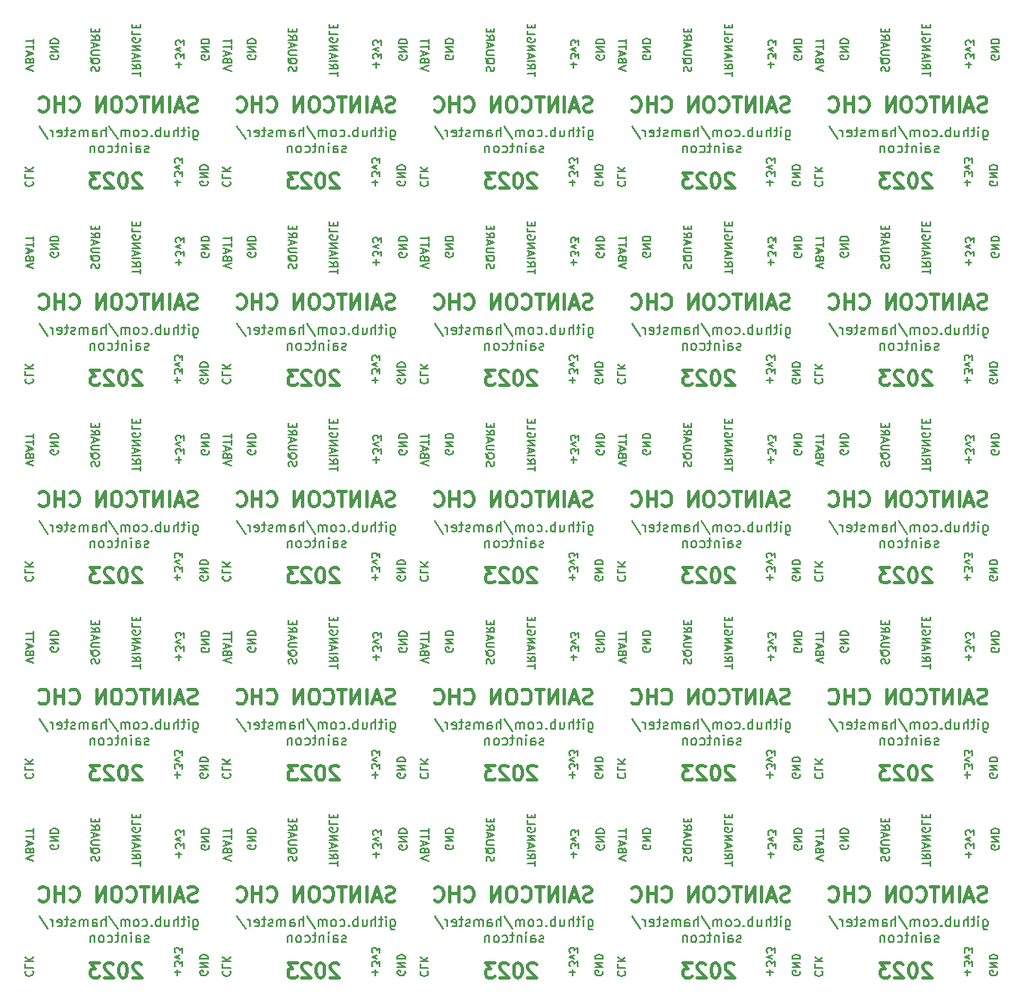
<source format=gbr>
%TF.GenerationSoftware,KiCad,Pcbnew,7.0.7*%
%TF.CreationDate,2023-09-01T19:11:28-06:00*%
%TF.ProjectId,chc-panel-1.0,6368632d-7061-46e6-956c-2d312e302e6b,1.0*%
%TF.SameCoordinates,PX558b6a0PY92dda80*%
%TF.FileFunction,Legend,Bot*%
%TF.FilePolarity,Positive*%
%FSLAX46Y46*%
G04 Gerber Fmt 4.6, Leading zero omitted, Abs format (unit mm)*
G04 Created by KiCad (PCBNEW 7.0.7) date 2023-09-01 19:11:28*
%MOMM*%
%LPD*%
G01*
G04 APERTURE LIST*
%ADD10C,0.300000*%
%ADD11C,0.200000*%
%ADD12C,0.150000*%
%ADD13C,2.000000*%
%ADD14C,1.500000*%
%ADD15C,1.750000*%
G04 APERTURE END LIST*
D10*
X92431917Y90811315D02*
X92360489Y90882743D01*
X92360489Y90882743D02*
X92217632Y90954172D01*
X92217632Y90954172D02*
X91860489Y90954172D01*
X91860489Y90954172D02*
X91717632Y90882743D01*
X91717632Y90882743D02*
X91646203Y90811315D01*
X91646203Y90811315D02*
X91574774Y90668458D01*
X91574774Y90668458D02*
X91574774Y90525600D01*
X91574774Y90525600D02*
X91646203Y90311315D01*
X91646203Y90311315D02*
X92503346Y89454172D01*
X92503346Y89454172D02*
X91574774Y89454172D01*
X90646203Y90954172D02*
X90503346Y90954172D01*
X90503346Y90954172D02*
X90360489Y90882743D01*
X90360489Y90882743D02*
X90289061Y90811315D01*
X90289061Y90811315D02*
X90217632Y90668458D01*
X90217632Y90668458D02*
X90146203Y90382743D01*
X90146203Y90382743D02*
X90146203Y90025600D01*
X90146203Y90025600D02*
X90217632Y89739886D01*
X90217632Y89739886D02*
X90289061Y89597029D01*
X90289061Y89597029D02*
X90360489Y89525600D01*
X90360489Y89525600D02*
X90503346Y89454172D01*
X90503346Y89454172D02*
X90646203Y89454172D01*
X90646203Y89454172D02*
X90789061Y89525600D01*
X90789061Y89525600D02*
X90860489Y89597029D01*
X90860489Y89597029D02*
X90931918Y89739886D01*
X90931918Y89739886D02*
X91003346Y90025600D01*
X91003346Y90025600D02*
X91003346Y90382743D01*
X91003346Y90382743D02*
X90931918Y90668458D01*
X90931918Y90668458D02*
X90860489Y90811315D01*
X90860489Y90811315D02*
X90789061Y90882743D01*
X90789061Y90882743D02*
X90646203Y90954172D01*
X89574775Y90811315D02*
X89503347Y90882743D01*
X89503347Y90882743D02*
X89360490Y90954172D01*
X89360490Y90954172D02*
X89003347Y90954172D01*
X89003347Y90954172D02*
X88860490Y90882743D01*
X88860490Y90882743D02*
X88789061Y90811315D01*
X88789061Y90811315D02*
X88717632Y90668458D01*
X88717632Y90668458D02*
X88717632Y90525600D01*
X88717632Y90525600D02*
X88789061Y90311315D01*
X88789061Y90311315D02*
X89646204Y89454172D01*
X89646204Y89454172D02*
X88717632Y89454172D01*
X88217633Y90954172D02*
X87289061Y90954172D01*
X87289061Y90954172D02*
X87789061Y90382743D01*
X87789061Y90382743D02*
X87574776Y90382743D01*
X87574776Y90382743D02*
X87431919Y90311315D01*
X87431919Y90311315D02*
X87360490Y90239886D01*
X87360490Y90239886D02*
X87289061Y90097029D01*
X87289061Y90097029D02*
X87289061Y89739886D01*
X87289061Y89739886D02*
X87360490Y89597029D01*
X87360490Y89597029D02*
X87431919Y89525600D01*
X87431919Y89525600D02*
X87574776Y89454172D01*
X87574776Y89454172D02*
X88003347Y89454172D01*
X88003347Y89454172D02*
X88146204Y89525600D01*
X88146204Y89525600D02*
X88217633Y89597029D01*
D11*
X97685000Y95314448D02*
X97685000Y94504924D01*
X97685000Y94504924D02*
X97732619Y94409686D01*
X97732619Y94409686D02*
X97780238Y94362067D01*
X97780238Y94362067D02*
X97875476Y94314448D01*
X97875476Y94314448D02*
X98018333Y94314448D01*
X98018333Y94314448D02*
X98113571Y94362067D01*
X97685000Y94695400D02*
X97780238Y94647781D01*
X97780238Y94647781D02*
X97970714Y94647781D01*
X97970714Y94647781D02*
X98065952Y94695400D01*
X98065952Y94695400D02*
X98113571Y94743020D01*
X98113571Y94743020D02*
X98161190Y94838258D01*
X98161190Y94838258D02*
X98161190Y95123972D01*
X98161190Y95123972D02*
X98113571Y95219210D01*
X98113571Y95219210D02*
X98065952Y95266829D01*
X98065952Y95266829D02*
X97970714Y95314448D01*
X97970714Y95314448D02*
X97780238Y95314448D01*
X97780238Y95314448D02*
X97685000Y95266829D01*
X97208809Y94647781D02*
X97208809Y95314448D01*
X97208809Y95647781D02*
X97256428Y95600162D01*
X97256428Y95600162D02*
X97208809Y95552543D01*
X97208809Y95552543D02*
X97161190Y95600162D01*
X97161190Y95600162D02*
X97208809Y95647781D01*
X97208809Y95647781D02*
X97208809Y95552543D01*
X96875476Y95314448D02*
X96494524Y95314448D01*
X96732619Y95647781D02*
X96732619Y94790639D01*
X96732619Y94790639D02*
X96685000Y94695400D01*
X96685000Y94695400D02*
X96589762Y94647781D01*
X96589762Y94647781D02*
X96494524Y94647781D01*
X96161190Y94647781D02*
X96161190Y95647781D01*
X95732619Y94647781D02*
X95732619Y95171591D01*
X95732619Y95171591D02*
X95780238Y95266829D01*
X95780238Y95266829D02*
X95875476Y95314448D01*
X95875476Y95314448D02*
X96018333Y95314448D01*
X96018333Y95314448D02*
X96113571Y95266829D01*
X96113571Y95266829D02*
X96161190Y95219210D01*
X94827857Y95314448D02*
X94827857Y94647781D01*
X95256428Y95314448D02*
X95256428Y94790639D01*
X95256428Y94790639D02*
X95208809Y94695400D01*
X95208809Y94695400D02*
X95113571Y94647781D01*
X95113571Y94647781D02*
X94970714Y94647781D01*
X94970714Y94647781D02*
X94875476Y94695400D01*
X94875476Y94695400D02*
X94827857Y94743020D01*
X94351666Y94647781D02*
X94351666Y95647781D01*
X94351666Y95266829D02*
X94256428Y95314448D01*
X94256428Y95314448D02*
X94065952Y95314448D01*
X94065952Y95314448D02*
X93970714Y95266829D01*
X93970714Y95266829D02*
X93923095Y95219210D01*
X93923095Y95219210D02*
X93875476Y95123972D01*
X93875476Y95123972D02*
X93875476Y94838258D01*
X93875476Y94838258D02*
X93923095Y94743020D01*
X93923095Y94743020D02*
X93970714Y94695400D01*
X93970714Y94695400D02*
X94065952Y94647781D01*
X94065952Y94647781D02*
X94256428Y94647781D01*
X94256428Y94647781D02*
X94351666Y94695400D01*
X93446904Y94743020D02*
X93399285Y94695400D01*
X93399285Y94695400D02*
X93446904Y94647781D01*
X93446904Y94647781D02*
X93494523Y94695400D01*
X93494523Y94695400D02*
X93446904Y94743020D01*
X93446904Y94743020D02*
X93446904Y94647781D01*
X92542143Y94695400D02*
X92637381Y94647781D01*
X92637381Y94647781D02*
X92827857Y94647781D01*
X92827857Y94647781D02*
X92923095Y94695400D01*
X92923095Y94695400D02*
X92970714Y94743020D01*
X92970714Y94743020D02*
X93018333Y94838258D01*
X93018333Y94838258D02*
X93018333Y95123972D01*
X93018333Y95123972D02*
X92970714Y95219210D01*
X92970714Y95219210D02*
X92923095Y95266829D01*
X92923095Y95266829D02*
X92827857Y95314448D01*
X92827857Y95314448D02*
X92637381Y95314448D01*
X92637381Y95314448D02*
X92542143Y95266829D01*
X91970714Y94647781D02*
X92065952Y94695400D01*
X92065952Y94695400D02*
X92113571Y94743020D01*
X92113571Y94743020D02*
X92161190Y94838258D01*
X92161190Y94838258D02*
X92161190Y95123972D01*
X92161190Y95123972D02*
X92113571Y95219210D01*
X92113571Y95219210D02*
X92065952Y95266829D01*
X92065952Y95266829D02*
X91970714Y95314448D01*
X91970714Y95314448D02*
X91827857Y95314448D01*
X91827857Y95314448D02*
X91732619Y95266829D01*
X91732619Y95266829D02*
X91685000Y95219210D01*
X91685000Y95219210D02*
X91637381Y95123972D01*
X91637381Y95123972D02*
X91637381Y94838258D01*
X91637381Y94838258D02*
X91685000Y94743020D01*
X91685000Y94743020D02*
X91732619Y94695400D01*
X91732619Y94695400D02*
X91827857Y94647781D01*
X91827857Y94647781D02*
X91970714Y94647781D01*
X91208809Y94647781D02*
X91208809Y95314448D01*
X91208809Y95219210D02*
X91161190Y95266829D01*
X91161190Y95266829D02*
X91065952Y95314448D01*
X91065952Y95314448D02*
X90923095Y95314448D01*
X90923095Y95314448D02*
X90827857Y95266829D01*
X90827857Y95266829D02*
X90780238Y95171591D01*
X90780238Y95171591D02*
X90780238Y94647781D01*
X90780238Y95171591D02*
X90732619Y95266829D01*
X90732619Y95266829D02*
X90637381Y95314448D01*
X90637381Y95314448D02*
X90494524Y95314448D01*
X90494524Y95314448D02*
X90399285Y95266829D01*
X90399285Y95266829D02*
X90351666Y95171591D01*
X90351666Y95171591D02*
X90351666Y94647781D01*
X89161191Y95695400D02*
X90018333Y94409686D01*
X88827857Y94647781D02*
X88827857Y95647781D01*
X88399286Y94647781D02*
X88399286Y95171591D01*
X88399286Y95171591D02*
X88446905Y95266829D01*
X88446905Y95266829D02*
X88542143Y95314448D01*
X88542143Y95314448D02*
X88685000Y95314448D01*
X88685000Y95314448D02*
X88780238Y95266829D01*
X88780238Y95266829D02*
X88827857Y95219210D01*
X87494524Y94647781D02*
X87494524Y95171591D01*
X87494524Y95171591D02*
X87542143Y95266829D01*
X87542143Y95266829D02*
X87637381Y95314448D01*
X87637381Y95314448D02*
X87827857Y95314448D01*
X87827857Y95314448D02*
X87923095Y95266829D01*
X87494524Y94695400D02*
X87589762Y94647781D01*
X87589762Y94647781D02*
X87827857Y94647781D01*
X87827857Y94647781D02*
X87923095Y94695400D01*
X87923095Y94695400D02*
X87970714Y94790639D01*
X87970714Y94790639D02*
X87970714Y94885877D01*
X87970714Y94885877D02*
X87923095Y94981115D01*
X87923095Y94981115D02*
X87827857Y95028734D01*
X87827857Y95028734D02*
X87589762Y95028734D01*
X87589762Y95028734D02*
X87494524Y95076353D01*
X87018333Y94647781D02*
X87018333Y95314448D01*
X87018333Y95219210D02*
X86970714Y95266829D01*
X86970714Y95266829D02*
X86875476Y95314448D01*
X86875476Y95314448D02*
X86732619Y95314448D01*
X86732619Y95314448D02*
X86637381Y95266829D01*
X86637381Y95266829D02*
X86589762Y95171591D01*
X86589762Y95171591D02*
X86589762Y94647781D01*
X86589762Y95171591D02*
X86542143Y95266829D01*
X86542143Y95266829D02*
X86446905Y95314448D01*
X86446905Y95314448D02*
X86304048Y95314448D01*
X86304048Y95314448D02*
X86208809Y95266829D01*
X86208809Y95266829D02*
X86161190Y95171591D01*
X86161190Y95171591D02*
X86161190Y94647781D01*
X85732619Y94695400D02*
X85637381Y94647781D01*
X85637381Y94647781D02*
X85446905Y94647781D01*
X85446905Y94647781D02*
X85351667Y94695400D01*
X85351667Y94695400D02*
X85304048Y94790639D01*
X85304048Y94790639D02*
X85304048Y94838258D01*
X85304048Y94838258D02*
X85351667Y94933496D01*
X85351667Y94933496D02*
X85446905Y94981115D01*
X85446905Y94981115D02*
X85589762Y94981115D01*
X85589762Y94981115D02*
X85685000Y95028734D01*
X85685000Y95028734D02*
X85732619Y95123972D01*
X85732619Y95123972D02*
X85732619Y95171591D01*
X85732619Y95171591D02*
X85685000Y95266829D01*
X85685000Y95266829D02*
X85589762Y95314448D01*
X85589762Y95314448D02*
X85446905Y95314448D01*
X85446905Y95314448D02*
X85351667Y95266829D01*
X85018333Y95314448D02*
X84637381Y95314448D01*
X84875476Y95647781D02*
X84875476Y94790639D01*
X84875476Y94790639D02*
X84827857Y94695400D01*
X84827857Y94695400D02*
X84732619Y94647781D01*
X84732619Y94647781D02*
X84637381Y94647781D01*
X83923095Y94695400D02*
X84018333Y94647781D01*
X84018333Y94647781D02*
X84208809Y94647781D01*
X84208809Y94647781D02*
X84304047Y94695400D01*
X84304047Y94695400D02*
X84351666Y94790639D01*
X84351666Y94790639D02*
X84351666Y95171591D01*
X84351666Y95171591D02*
X84304047Y95266829D01*
X84304047Y95266829D02*
X84208809Y95314448D01*
X84208809Y95314448D02*
X84018333Y95314448D01*
X84018333Y95314448D02*
X83923095Y95266829D01*
X83923095Y95266829D02*
X83875476Y95171591D01*
X83875476Y95171591D02*
X83875476Y95076353D01*
X83875476Y95076353D02*
X84351666Y94981115D01*
X83446904Y94647781D02*
X83446904Y95314448D01*
X83446904Y95123972D02*
X83399285Y95219210D01*
X83399285Y95219210D02*
X83351666Y95266829D01*
X83351666Y95266829D02*
X83256428Y95314448D01*
X83256428Y95314448D02*
X83161190Y95314448D01*
X82113571Y95695400D02*
X82970713Y94409686D01*
X93161190Y93085400D02*
X93065952Y93037781D01*
X93065952Y93037781D02*
X92875476Y93037781D01*
X92875476Y93037781D02*
X92780238Y93085400D01*
X92780238Y93085400D02*
X92732619Y93180639D01*
X92732619Y93180639D02*
X92732619Y93228258D01*
X92732619Y93228258D02*
X92780238Y93323496D01*
X92780238Y93323496D02*
X92875476Y93371115D01*
X92875476Y93371115D02*
X93018333Y93371115D01*
X93018333Y93371115D02*
X93113571Y93418734D01*
X93113571Y93418734D02*
X93161190Y93513972D01*
X93161190Y93513972D02*
X93161190Y93561591D01*
X93161190Y93561591D02*
X93113571Y93656829D01*
X93113571Y93656829D02*
X93018333Y93704448D01*
X93018333Y93704448D02*
X92875476Y93704448D01*
X92875476Y93704448D02*
X92780238Y93656829D01*
X91875476Y93037781D02*
X91875476Y93561591D01*
X91875476Y93561591D02*
X91923095Y93656829D01*
X91923095Y93656829D02*
X92018333Y93704448D01*
X92018333Y93704448D02*
X92208809Y93704448D01*
X92208809Y93704448D02*
X92304047Y93656829D01*
X91875476Y93085400D02*
X91970714Y93037781D01*
X91970714Y93037781D02*
X92208809Y93037781D01*
X92208809Y93037781D02*
X92304047Y93085400D01*
X92304047Y93085400D02*
X92351666Y93180639D01*
X92351666Y93180639D02*
X92351666Y93275877D01*
X92351666Y93275877D02*
X92304047Y93371115D01*
X92304047Y93371115D02*
X92208809Y93418734D01*
X92208809Y93418734D02*
X91970714Y93418734D01*
X91970714Y93418734D02*
X91875476Y93466353D01*
X91399285Y93037781D02*
X91399285Y93704448D01*
X91399285Y94037781D02*
X91446904Y93990162D01*
X91446904Y93990162D02*
X91399285Y93942543D01*
X91399285Y93942543D02*
X91351666Y93990162D01*
X91351666Y93990162D02*
X91399285Y94037781D01*
X91399285Y94037781D02*
X91399285Y93942543D01*
X90923095Y93704448D02*
X90923095Y93037781D01*
X90923095Y93609210D02*
X90875476Y93656829D01*
X90875476Y93656829D02*
X90780238Y93704448D01*
X90780238Y93704448D02*
X90637381Y93704448D01*
X90637381Y93704448D02*
X90542143Y93656829D01*
X90542143Y93656829D02*
X90494524Y93561591D01*
X90494524Y93561591D02*
X90494524Y93037781D01*
X90161190Y93704448D02*
X89780238Y93704448D01*
X90018333Y94037781D02*
X90018333Y93180639D01*
X90018333Y93180639D02*
X89970714Y93085400D01*
X89970714Y93085400D02*
X89875476Y93037781D01*
X89875476Y93037781D02*
X89780238Y93037781D01*
X89018333Y93085400D02*
X89113571Y93037781D01*
X89113571Y93037781D02*
X89304047Y93037781D01*
X89304047Y93037781D02*
X89399285Y93085400D01*
X89399285Y93085400D02*
X89446904Y93133020D01*
X89446904Y93133020D02*
X89494523Y93228258D01*
X89494523Y93228258D02*
X89494523Y93513972D01*
X89494523Y93513972D02*
X89446904Y93609210D01*
X89446904Y93609210D02*
X89399285Y93656829D01*
X89399285Y93656829D02*
X89304047Y93704448D01*
X89304047Y93704448D02*
X89113571Y93704448D01*
X89113571Y93704448D02*
X89018333Y93656829D01*
X88446904Y93037781D02*
X88542142Y93085400D01*
X88542142Y93085400D02*
X88589761Y93133020D01*
X88589761Y93133020D02*
X88637380Y93228258D01*
X88637380Y93228258D02*
X88637380Y93513972D01*
X88637380Y93513972D02*
X88589761Y93609210D01*
X88589761Y93609210D02*
X88542142Y93656829D01*
X88542142Y93656829D02*
X88446904Y93704448D01*
X88446904Y93704448D02*
X88304047Y93704448D01*
X88304047Y93704448D02*
X88208809Y93656829D01*
X88208809Y93656829D02*
X88161190Y93609210D01*
X88161190Y93609210D02*
X88113571Y93513972D01*
X88113571Y93513972D02*
X88113571Y93228258D01*
X88113571Y93228258D02*
X88161190Y93133020D01*
X88161190Y93133020D02*
X88208809Y93085400D01*
X88208809Y93085400D02*
X88304047Y93037781D01*
X88304047Y93037781D02*
X88446904Y93037781D01*
X87684999Y93704448D02*
X87684999Y93037781D01*
X87684999Y93609210D02*
X87637380Y93656829D01*
X87637380Y93656829D02*
X87542142Y93704448D01*
X87542142Y93704448D02*
X87399285Y93704448D01*
X87399285Y93704448D02*
X87304047Y93656829D01*
X87304047Y93656829D02*
X87256428Y93561591D01*
X87256428Y93561591D02*
X87256428Y93037781D01*
D12*
X72310704Y80779875D02*
X72310704Y81237018D01*
X71510704Y81008446D02*
X72310704Y81008446D01*
X71510704Y81960828D02*
X71891657Y81694161D01*
X71510704Y81503685D02*
X72310704Y81503685D01*
X72310704Y81503685D02*
X72310704Y81808447D01*
X72310704Y81808447D02*
X72272609Y81884637D01*
X72272609Y81884637D02*
X72234514Y81922732D01*
X72234514Y81922732D02*
X72158323Y81960828D01*
X72158323Y81960828D02*
X72044038Y81960828D01*
X72044038Y81960828D02*
X71967847Y81922732D01*
X71967847Y81922732D02*
X71929752Y81884637D01*
X71929752Y81884637D02*
X71891657Y81808447D01*
X71891657Y81808447D02*
X71891657Y81503685D01*
X71510704Y82303685D02*
X72310704Y82303685D01*
X71739276Y82646541D02*
X71739276Y83027494D01*
X71510704Y82570351D02*
X72310704Y82837018D01*
X72310704Y82837018D02*
X71510704Y83103684D01*
X71510704Y83370351D02*
X72310704Y83370351D01*
X72310704Y83370351D02*
X71510704Y83827494D01*
X71510704Y83827494D02*
X72310704Y83827494D01*
X72272609Y84627493D02*
X72310704Y84551303D01*
X72310704Y84551303D02*
X72310704Y84437017D01*
X72310704Y84437017D02*
X72272609Y84322731D01*
X72272609Y84322731D02*
X72196419Y84246541D01*
X72196419Y84246541D02*
X72120228Y84208446D01*
X72120228Y84208446D02*
X71967847Y84170350D01*
X71967847Y84170350D02*
X71853561Y84170350D01*
X71853561Y84170350D02*
X71701180Y84208446D01*
X71701180Y84208446D02*
X71624990Y84246541D01*
X71624990Y84246541D02*
X71548800Y84322731D01*
X71548800Y84322731D02*
X71510704Y84437017D01*
X71510704Y84437017D02*
X71510704Y84513208D01*
X71510704Y84513208D02*
X71548800Y84627493D01*
X71548800Y84627493D02*
X71586895Y84665589D01*
X71586895Y84665589D02*
X71853561Y84665589D01*
X71853561Y84665589D02*
X71853561Y84513208D01*
X71510704Y85389398D02*
X71510704Y85008446D01*
X71510704Y85008446D02*
X72310704Y85008446D01*
X71929752Y85656065D02*
X71929752Y85922731D01*
X71510704Y86037017D02*
X71510704Y85656065D01*
X71510704Y85656065D02*
X72310704Y85656065D01*
X72310704Y85656065D02*
X72310704Y86037017D01*
D11*
X37685000Y55314448D02*
X37685000Y54504924D01*
X37685000Y54504924D02*
X37732619Y54409686D01*
X37732619Y54409686D02*
X37780238Y54362067D01*
X37780238Y54362067D02*
X37875476Y54314448D01*
X37875476Y54314448D02*
X38018333Y54314448D01*
X38018333Y54314448D02*
X38113571Y54362067D01*
X37685000Y54695400D02*
X37780238Y54647781D01*
X37780238Y54647781D02*
X37970714Y54647781D01*
X37970714Y54647781D02*
X38065952Y54695400D01*
X38065952Y54695400D02*
X38113571Y54743020D01*
X38113571Y54743020D02*
X38161190Y54838258D01*
X38161190Y54838258D02*
X38161190Y55123972D01*
X38161190Y55123972D02*
X38113571Y55219210D01*
X38113571Y55219210D02*
X38065952Y55266829D01*
X38065952Y55266829D02*
X37970714Y55314448D01*
X37970714Y55314448D02*
X37780238Y55314448D01*
X37780238Y55314448D02*
X37685000Y55266829D01*
X37208809Y54647781D02*
X37208809Y55314448D01*
X37208809Y55647781D02*
X37256428Y55600162D01*
X37256428Y55600162D02*
X37208809Y55552543D01*
X37208809Y55552543D02*
X37161190Y55600162D01*
X37161190Y55600162D02*
X37208809Y55647781D01*
X37208809Y55647781D02*
X37208809Y55552543D01*
X36875476Y55314448D02*
X36494524Y55314448D01*
X36732619Y55647781D02*
X36732619Y54790639D01*
X36732619Y54790639D02*
X36685000Y54695400D01*
X36685000Y54695400D02*
X36589762Y54647781D01*
X36589762Y54647781D02*
X36494524Y54647781D01*
X36161190Y54647781D02*
X36161190Y55647781D01*
X35732619Y54647781D02*
X35732619Y55171591D01*
X35732619Y55171591D02*
X35780238Y55266829D01*
X35780238Y55266829D02*
X35875476Y55314448D01*
X35875476Y55314448D02*
X36018333Y55314448D01*
X36018333Y55314448D02*
X36113571Y55266829D01*
X36113571Y55266829D02*
X36161190Y55219210D01*
X34827857Y55314448D02*
X34827857Y54647781D01*
X35256428Y55314448D02*
X35256428Y54790639D01*
X35256428Y54790639D02*
X35208809Y54695400D01*
X35208809Y54695400D02*
X35113571Y54647781D01*
X35113571Y54647781D02*
X34970714Y54647781D01*
X34970714Y54647781D02*
X34875476Y54695400D01*
X34875476Y54695400D02*
X34827857Y54743020D01*
X34351666Y54647781D02*
X34351666Y55647781D01*
X34351666Y55266829D02*
X34256428Y55314448D01*
X34256428Y55314448D02*
X34065952Y55314448D01*
X34065952Y55314448D02*
X33970714Y55266829D01*
X33970714Y55266829D02*
X33923095Y55219210D01*
X33923095Y55219210D02*
X33875476Y55123972D01*
X33875476Y55123972D02*
X33875476Y54838258D01*
X33875476Y54838258D02*
X33923095Y54743020D01*
X33923095Y54743020D02*
X33970714Y54695400D01*
X33970714Y54695400D02*
X34065952Y54647781D01*
X34065952Y54647781D02*
X34256428Y54647781D01*
X34256428Y54647781D02*
X34351666Y54695400D01*
X33446904Y54743020D02*
X33399285Y54695400D01*
X33399285Y54695400D02*
X33446904Y54647781D01*
X33446904Y54647781D02*
X33494523Y54695400D01*
X33494523Y54695400D02*
X33446904Y54743020D01*
X33446904Y54743020D02*
X33446904Y54647781D01*
X32542143Y54695400D02*
X32637381Y54647781D01*
X32637381Y54647781D02*
X32827857Y54647781D01*
X32827857Y54647781D02*
X32923095Y54695400D01*
X32923095Y54695400D02*
X32970714Y54743020D01*
X32970714Y54743020D02*
X33018333Y54838258D01*
X33018333Y54838258D02*
X33018333Y55123972D01*
X33018333Y55123972D02*
X32970714Y55219210D01*
X32970714Y55219210D02*
X32923095Y55266829D01*
X32923095Y55266829D02*
X32827857Y55314448D01*
X32827857Y55314448D02*
X32637381Y55314448D01*
X32637381Y55314448D02*
X32542143Y55266829D01*
X31970714Y54647781D02*
X32065952Y54695400D01*
X32065952Y54695400D02*
X32113571Y54743020D01*
X32113571Y54743020D02*
X32161190Y54838258D01*
X32161190Y54838258D02*
X32161190Y55123972D01*
X32161190Y55123972D02*
X32113571Y55219210D01*
X32113571Y55219210D02*
X32065952Y55266829D01*
X32065952Y55266829D02*
X31970714Y55314448D01*
X31970714Y55314448D02*
X31827857Y55314448D01*
X31827857Y55314448D02*
X31732619Y55266829D01*
X31732619Y55266829D02*
X31685000Y55219210D01*
X31685000Y55219210D02*
X31637381Y55123972D01*
X31637381Y55123972D02*
X31637381Y54838258D01*
X31637381Y54838258D02*
X31685000Y54743020D01*
X31685000Y54743020D02*
X31732619Y54695400D01*
X31732619Y54695400D02*
X31827857Y54647781D01*
X31827857Y54647781D02*
X31970714Y54647781D01*
X31208809Y54647781D02*
X31208809Y55314448D01*
X31208809Y55219210D02*
X31161190Y55266829D01*
X31161190Y55266829D02*
X31065952Y55314448D01*
X31065952Y55314448D02*
X30923095Y55314448D01*
X30923095Y55314448D02*
X30827857Y55266829D01*
X30827857Y55266829D02*
X30780238Y55171591D01*
X30780238Y55171591D02*
X30780238Y54647781D01*
X30780238Y55171591D02*
X30732619Y55266829D01*
X30732619Y55266829D02*
X30637381Y55314448D01*
X30637381Y55314448D02*
X30494524Y55314448D01*
X30494524Y55314448D02*
X30399285Y55266829D01*
X30399285Y55266829D02*
X30351666Y55171591D01*
X30351666Y55171591D02*
X30351666Y54647781D01*
X29161191Y55695400D02*
X30018333Y54409686D01*
X28827857Y54647781D02*
X28827857Y55647781D01*
X28399286Y54647781D02*
X28399286Y55171591D01*
X28399286Y55171591D02*
X28446905Y55266829D01*
X28446905Y55266829D02*
X28542143Y55314448D01*
X28542143Y55314448D02*
X28685000Y55314448D01*
X28685000Y55314448D02*
X28780238Y55266829D01*
X28780238Y55266829D02*
X28827857Y55219210D01*
X27494524Y54647781D02*
X27494524Y55171591D01*
X27494524Y55171591D02*
X27542143Y55266829D01*
X27542143Y55266829D02*
X27637381Y55314448D01*
X27637381Y55314448D02*
X27827857Y55314448D01*
X27827857Y55314448D02*
X27923095Y55266829D01*
X27494524Y54695400D02*
X27589762Y54647781D01*
X27589762Y54647781D02*
X27827857Y54647781D01*
X27827857Y54647781D02*
X27923095Y54695400D01*
X27923095Y54695400D02*
X27970714Y54790639D01*
X27970714Y54790639D02*
X27970714Y54885877D01*
X27970714Y54885877D02*
X27923095Y54981115D01*
X27923095Y54981115D02*
X27827857Y55028734D01*
X27827857Y55028734D02*
X27589762Y55028734D01*
X27589762Y55028734D02*
X27494524Y55076353D01*
X27018333Y54647781D02*
X27018333Y55314448D01*
X27018333Y55219210D02*
X26970714Y55266829D01*
X26970714Y55266829D02*
X26875476Y55314448D01*
X26875476Y55314448D02*
X26732619Y55314448D01*
X26732619Y55314448D02*
X26637381Y55266829D01*
X26637381Y55266829D02*
X26589762Y55171591D01*
X26589762Y55171591D02*
X26589762Y54647781D01*
X26589762Y55171591D02*
X26542143Y55266829D01*
X26542143Y55266829D02*
X26446905Y55314448D01*
X26446905Y55314448D02*
X26304048Y55314448D01*
X26304048Y55314448D02*
X26208809Y55266829D01*
X26208809Y55266829D02*
X26161190Y55171591D01*
X26161190Y55171591D02*
X26161190Y54647781D01*
X25732619Y54695400D02*
X25637381Y54647781D01*
X25637381Y54647781D02*
X25446905Y54647781D01*
X25446905Y54647781D02*
X25351667Y54695400D01*
X25351667Y54695400D02*
X25304048Y54790639D01*
X25304048Y54790639D02*
X25304048Y54838258D01*
X25304048Y54838258D02*
X25351667Y54933496D01*
X25351667Y54933496D02*
X25446905Y54981115D01*
X25446905Y54981115D02*
X25589762Y54981115D01*
X25589762Y54981115D02*
X25685000Y55028734D01*
X25685000Y55028734D02*
X25732619Y55123972D01*
X25732619Y55123972D02*
X25732619Y55171591D01*
X25732619Y55171591D02*
X25685000Y55266829D01*
X25685000Y55266829D02*
X25589762Y55314448D01*
X25589762Y55314448D02*
X25446905Y55314448D01*
X25446905Y55314448D02*
X25351667Y55266829D01*
X25018333Y55314448D02*
X24637381Y55314448D01*
X24875476Y55647781D02*
X24875476Y54790639D01*
X24875476Y54790639D02*
X24827857Y54695400D01*
X24827857Y54695400D02*
X24732619Y54647781D01*
X24732619Y54647781D02*
X24637381Y54647781D01*
X23923095Y54695400D02*
X24018333Y54647781D01*
X24018333Y54647781D02*
X24208809Y54647781D01*
X24208809Y54647781D02*
X24304047Y54695400D01*
X24304047Y54695400D02*
X24351666Y54790639D01*
X24351666Y54790639D02*
X24351666Y55171591D01*
X24351666Y55171591D02*
X24304047Y55266829D01*
X24304047Y55266829D02*
X24208809Y55314448D01*
X24208809Y55314448D02*
X24018333Y55314448D01*
X24018333Y55314448D02*
X23923095Y55266829D01*
X23923095Y55266829D02*
X23875476Y55171591D01*
X23875476Y55171591D02*
X23875476Y55076353D01*
X23875476Y55076353D02*
X24351666Y54981115D01*
X23446904Y54647781D02*
X23446904Y55314448D01*
X23446904Y55123972D02*
X23399285Y55219210D01*
X23399285Y55219210D02*
X23351666Y55266829D01*
X23351666Y55266829D02*
X23256428Y55314448D01*
X23256428Y55314448D02*
X23161190Y55314448D01*
X22113571Y55695400D02*
X22970713Y54409686D01*
X33161190Y53085400D02*
X33065952Y53037781D01*
X33065952Y53037781D02*
X32875476Y53037781D01*
X32875476Y53037781D02*
X32780238Y53085400D01*
X32780238Y53085400D02*
X32732619Y53180639D01*
X32732619Y53180639D02*
X32732619Y53228258D01*
X32732619Y53228258D02*
X32780238Y53323496D01*
X32780238Y53323496D02*
X32875476Y53371115D01*
X32875476Y53371115D02*
X33018333Y53371115D01*
X33018333Y53371115D02*
X33113571Y53418734D01*
X33113571Y53418734D02*
X33161190Y53513972D01*
X33161190Y53513972D02*
X33161190Y53561591D01*
X33161190Y53561591D02*
X33113571Y53656829D01*
X33113571Y53656829D02*
X33018333Y53704448D01*
X33018333Y53704448D02*
X32875476Y53704448D01*
X32875476Y53704448D02*
X32780238Y53656829D01*
X31875476Y53037781D02*
X31875476Y53561591D01*
X31875476Y53561591D02*
X31923095Y53656829D01*
X31923095Y53656829D02*
X32018333Y53704448D01*
X32018333Y53704448D02*
X32208809Y53704448D01*
X32208809Y53704448D02*
X32304047Y53656829D01*
X31875476Y53085400D02*
X31970714Y53037781D01*
X31970714Y53037781D02*
X32208809Y53037781D01*
X32208809Y53037781D02*
X32304047Y53085400D01*
X32304047Y53085400D02*
X32351666Y53180639D01*
X32351666Y53180639D02*
X32351666Y53275877D01*
X32351666Y53275877D02*
X32304047Y53371115D01*
X32304047Y53371115D02*
X32208809Y53418734D01*
X32208809Y53418734D02*
X31970714Y53418734D01*
X31970714Y53418734D02*
X31875476Y53466353D01*
X31399285Y53037781D02*
X31399285Y53704448D01*
X31399285Y54037781D02*
X31446904Y53990162D01*
X31446904Y53990162D02*
X31399285Y53942543D01*
X31399285Y53942543D02*
X31351666Y53990162D01*
X31351666Y53990162D02*
X31399285Y54037781D01*
X31399285Y54037781D02*
X31399285Y53942543D01*
X30923095Y53704448D02*
X30923095Y53037781D01*
X30923095Y53609210D02*
X30875476Y53656829D01*
X30875476Y53656829D02*
X30780238Y53704448D01*
X30780238Y53704448D02*
X30637381Y53704448D01*
X30637381Y53704448D02*
X30542143Y53656829D01*
X30542143Y53656829D02*
X30494524Y53561591D01*
X30494524Y53561591D02*
X30494524Y53037781D01*
X30161190Y53704448D02*
X29780238Y53704448D01*
X30018333Y54037781D02*
X30018333Y53180639D01*
X30018333Y53180639D02*
X29970714Y53085400D01*
X29970714Y53085400D02*
X29875476Y53037781D01*
X29875476Y53037781D02*
X29780238Y53037781D01*
X29018333Y53085400D02*
X29113571Y53037781D01*
X29113571Y53037781D02*
X29304047Y53037781D01*
X29304047Y53037781D02*
X29399285Y53085400D01*
X29399285Y53085400D02*
X29446904Y53133020D01*
X29446904Y53133020D02*
X29494523Y53228258D01*
X29494523Y53228258D02*
X29494523Y53513972D01*
X29494523Y53513972D02*
X29446904Y53609210D01*
X29446904Y53609210D02*
X29399285Y53656829D01*
X29399285Y53656829D02*
X29304047Y53704448D01*
X29304047Y53704448D02*
X29113571Y53704448D01*
X29113571Y53704448D02*
X29018333Y53656829D01*
X28446904Y53037781D02*
X28542142Y53085400D01*
X28542142Y53085400D02*
X28589761Y53133020D01*
X28589761Y53133020D02*
X28637380Y53228258D01*
X28637380Y53228258D02*
X28637380Y53513972D01*
X28637380Y53513972D02*
X28589761Y53609210D01*
X28589761Y53609210D02*
X28542142Y53656829D01*
X28542142Y53656829D02*
X28446904Y53704448D01*
X28446904Y53704448D02*
X28304047Y53704448D01*
X28304047Y53704448D02*
X28208809Y53656829D01*
X28208809Y53656829D02*
X28161190Y53609210D01*
X28161190Y53609210D02*
X28113571Y53513972D01*
X28113571Y53513972D02*
X28113571Y53228258D01*
X28113571Y53228258D02*
X28161190Y53133020D01*
X28161190Y53133020D02*
X28208809Y53085400D01*
X28208809Y53085400D02*
X28304047Y53037781D01*
X28304047Y53037781D02*
X28446904Y53037781D01*
X27684999Y53704448D02*
X27684999Y53037781D01*
X27684999Y53609210D02*
X27637380Y53656829D01*
X27637380Y53656829D02*
X27542142Y53704448D01*
X27542142Y53704448D02*
X27399285Y53704448D01*
X27399285Y53704448D02*
X27304047Y53656829D01*
X27304047Y53656829D02*
X27256428Y53561591D01*
X27256428Y53561591D02*
X27256428Y53037781D01*
D12*
X81535704Y21304875D02*
X80735704Y21571542D01*
X80735704Y21571542D02*
X81535704Y21838208D01*
X81154752Y22371541D02*
X81116657Y22485827D01*
X81116657Y22485827D02*
X81078561Y22523922D01*
X81078561Y22523922D02*
X81002371Y22562018D01*
X81002371Y22562018D02*
X80888085Y22562018D01*
X80888085Y22562018D02*
X80811895Y22523922D01*
X80811895Y22523922D02*
X80773800Y22485827D01*
X80773800Y22485827D02*
X80735704Y22409637D01*
X80735704Y22409637D02*
X80735704Y22104875D01*
X80735704Y22104875D02*
X81535704Y22104875D01*
X81535704Y22104875D02*
X81535704Y22371541D01*
X81535704Y22371541D02*
X81497609Y22447732D01*
X81497609Y22447732D02*
X81459514Y22485827D01*
X81459514Y22485827D02*
X81383323Y22523922D01*
X81383323Y22523922D02*
X81307133Y22523922D01*
X81307133Y22523922D02*
X81230942Y22485827D01*
X81230942Y22485827D02*
X81192847Y22447732D01*
X81192847Y22447732D02*
X81154752Y22371541D01*
X81154752Y22371541D02*
X81154752Y22104875D01*
X80964276Y22866779D02*
X80964276Y23247732D01*
X80735704Y22790589D02*
X81535704Y23057256D01*
X81535704Y23057256D02*
X80735704Y23323922D01*
X81535704Y23476303D02*
X81535704Y23933446D01*
X80735704Y23704874D02*
X81535704Y23704874D01*
X81535704Y24085827D02*
X81535704Y24542970D01*
X80735704Y24314398D02*
X81535704Y24314398D01*
X56090466Y9694161D02*
X56090466Y10303684D01*
X55785704Y9998923D02*
X56395228Y9998923D01*
X56585704Y10608446D02*
X56585704Y11103684D01*
X56585704Y11103684D02*
X56280942Y10837018D01*
X56280942Y10837018D02*
X56280942Y10951303D01*
X56280942Y10951303D02*
X56242847Y11027494D01*
X56242847Y11027494D02*
X56204752Y11065589D01*
X56204752Y11065589D02*
X56128561Y11103684D01*
X56128561Y11103684D02*
X55938085Y11103684D01*
X55938085Y11103684D02*
X55861895Y11065589D01*
X55861895Y11065589D02*
X55823800Y11027494D01*
X55823800Y11027494D02*
X55785704Y10951303D01*
X55785704Y10951303D02*
X55785704Y10722732D01*
X55785704Y10722732D02*
X55823800Y10646541D01*
X55823800Y10646541D02*
X55861895Y10608446D01*
X56319038Y11370351D02*
X55785704Y11560827D01*
X55785704Y11560827D02*
X56319038Y11751304D01*
X56585704Y11979875D02*
X56585704Y12475113D01*
X56585704Y12475113D02*
X56280942Y12208447D01*
X56280942Y12208447D02*
X56280942Y12322732D01*
X56280942Y12322732D02*
X56242847Y12398923D01*
X56242847Y12398923D02*
X56204752Y12437018D01*
X56204752Y12437018D02*
X56128561Y12475113D01*
X56128561Y12475113D02*
X55938085Y12475113D01*
X55938085Y12475113D02*
X55861895Y12437018D01*
X55861895Y12437018D02*
X55823800Y12398923D01*
X55823800Y12398923D02*
X55785704Y12322732D01*
X55785704Y12322732D02*
X55785704Y12094161D01*
X55785704Y12094161D02*
X55823800Y12017970D01*
X55823800Y12017970D02*
X55861895Y11979875D01*
X3972609Y82888208D02*
X4010704Y82812018D01*
X4010704Y82812018D02*
X4010704Y82697732D01*
X4010704Y82697732D02*
X3972609Y82583446D01*
X3972609Y82583446D02*
X3896419Y82507256D01*
X3896419Y82507256D02*
X3820228Y82469161D01*
X3820228Y82469161D02*
X3667847Y82431065D01*
X3667847Y82431065D02*
X3553561Y82431065D01*
X3553561Y82431065D02*
X3401180Y82469161D01*
X3401180Y82469161D02*
X3324990Y82507256D01*
X3324990Y82507256D02*
X3248800Y82583446D01*
X3248800Y82583446D02*
X3210704Y82697732D01*
X3210704Y82697732D02*
X3210704Y82773923D01*
X3210704Y82773923D02*
X3248800Y82888208D01*
X3248800Y82888208D02*
X3286895Y82926304D01*
X3286895Y82926304D02*
X3553561Y82926304D01*
X3553561Y82926304D02*
X3553561Y82773923D01*
X3210704Y83269161D02*
X4010704Y83269161D01*
X4010704Y83269161D02*
X3210704Y83726304D01*
X3210704Y83726304D02*
X4010704Y83726304D01*
X3210704Y84107256D02*
X4010704Y84107256D01*
X4010704Y84107256D02*
X4010704Y84297732D01*
X4010704Y84297732D02*
X3972609Y84412018D01*
X3972609Y84412018D02*
X3896419Y84488208D01*
X3896419Y84488208D02*
X3820228Y84526303D01*
X3820228Y84526303D02*
X3667847Y84564399D01*
X3667847Y84564399D02*
X3553561Y84564399D01*
X3553561Y84564399D02*
X3401180Y84526303D01*
X3401180Y84526303D02*
X3324990Y84488208D01*
X3324990Y84488208D02*
X3248800Y84412018D01*
X3248800Y84412018D02*
X3210704Y84297732D01*
X3210704Y84297732D02*
X3210704Y84107256D01*
D10*
X18061917Y77235600D02*
X17847632Y77164172D01*
X17847632Y77164172D02*
X17490489Y77164172D01*
X17490489Y77164172D02*
X17347632Y77235600D01*
X17347632Y77235600D02*
X17276203Y77307029D01*
X17276203Y77307029D02*
X17204774Y77449886D01*
X17204774Y77449886D02*
X17204774Y77592743D01*
X17204774Y77592743D02*
X17276203Y77735600D01*
X17276203Y77735600D02*
X17347632Y77807029D01*
X17347632Y77807029D02*
X17490489Y77878458D01*
X17490489Y77878458D02*
X17776203Y77949886D01*
X17776203Y77949886D02*
X17919060Y78021315D01*
X17919060Y78021315D02*
X17990489Y78092743D01*
X17990489Y78092743D02*
X18061917Y78235600D01*
X18061917Y78235600D02*
X18061917Y78378458D01*
X18061917Y78378458D02*
X17990489Y78521315D01*
X17990489Y78521315D02*
X17919060Y78592743D01*
X17919060Y78592743D02*
X17776203Y78664172D01*
X17776203Y78664172D02*
X17419060Y78664172D01*
X17419060Y78664172D02*
X17204774Y78592743D01*
X16633346Y77592743D02*
X15919061Y77592743D01*
X16776203Y77164172D02*
X16276203Y78664172D01*
X16276203Y78664172D02*
X15776203Y77164172D01*
X15276204Y77164172D02*
X15276204Y78664172D01*
X14561918Y77164172D02*
X14561918Y78664172D01*
X14561918Y78664172D02*
X13704775Y77164172D01*
X13704775Y77164172D02*
X13704775Y78664172D01*
X13204774Y78664172D02*
X12347632Y78664172D01*
X12776203Y77164172D02*
X12776203Y78664172D01*
X10990489Y77307029D02*
X11061917Y77235600D01*
X11061917Y77235600D02*
X11276203Y77164172D01*
X11276203Y77164172D02*
X11419060Y77164172D01*
X11419060Y77164172D02*
X11633346Y77235600D01*
X11633346Y77235600D02*
X11776203Y77378458D01*
X11776203Y77378458D02*
X11847632Y77521315D01*
X11847632Y77521315D02*
X11919060Y77807029D01*
X11919060Y77807029D02*
X11919060Y78021315D01*
X11919060Y78021315D02*
X11847632Y78307029D01*
X11847632Y78307029D02*
X11776203Y78449886D01*
X11776203Y78449886D02*
X11633346Y78592743D01*
X11633346Y78592743D02*
X11419060Y78664172D01*
X11419060Y78664172D02*
X11276203Y78664172D01*
X11276203Y78664172D02*
X11061917Y78592743D01*
X11061917Y78592743D02*
X10990489Y78521315D01*
X10061917Y78664172D02*
X9776203Y78664172D01*
X9776203Y78664172D02*
X9633346Y78592743D01*
X9633346Y78592743D02*
X9490489Y78449886D01*
X9490489Y78449886D02*
X9419060Y78164172D01*
X9419060Y78164172D02*
X9419060Y77664172D01*
X9419060Y77664172D02*
X9490489Y77378458D01*
X9490489Y77378458D02*
X9633346Y77235600D01*
X9633346Y77235600D02*
X9776203Y77164172D01*
X9776203Y77164172D02*
X10061917Y77164172D01*
X10061917Y77164172D02*
X10204775Y77235600D01*
X10204775Y77235600D02*
X10347632Y77378458D01*
X10347632Y77378458D02*
X10419060Y77664172D01*
X10419060Y77664172D02*
X10419060Y78164172D01*
X10419060Y78164172D02*
X10347632Y78449886D01*
X10347632Y78449886D02*
X10204775Y78592743D01*
X10204775Y78592743D02*
X10061917Y78664172D01*
X8776203Y77164172D02*
X8776203Y78664172D01*
X8776203Y78664172D02*
X7919060Y77164172D01*
X7919060Y77164172D02*
X7919060Y78664172D01*
X5204774Y77307029D02*
X5276202Y77235600D01*
X5276202Y77235600D02*
X5490488Y77164172D01*
X5490488Y77164172D02*
X5633345Y77164172D01*
X5633345Y77164172D02*
X5847631Y77235600D01*
X5847631Y77235600D02*
X5990488Y77378458D01*
X5990488Y77378458D02*
X6061917Y77521315D01*
X6061917Y77521315D02*
X6133345Y77807029D01*
X6133345Y77807029D02*
X6133345Y78021315D01*
X6133345Y78021315D02*
X6061917Y78307029D01*
X6061917Y78307029D02*
X5990488Y78449886D01*
X5990488Y78449886D02*
X5847631Y78592743D01*
X5847631Y78592743D02*
X5633345Y78664172D01*
X5633345Y78664172D02*
X5490488Y78664172D01*
X5490488Y78664172D02*
X5276202Y78592743D01*
X5276202Y78592743D02*
X5204774Y78521315D01*
X4561917Y77164172D02*
X4561917Y78664172D01*
X4561917Y77949886D02*
X3704774Y77949886D01*
X3704774Y77164172D02*
X3704774Y78664172D01*
X2133345Y77307029D02*
X2204773Y77235600D01*
X2204773Y77235600D02*
X2419059Y77164172D01*
X2419059Y77164172D02*
X2561916Y77164172D01*
X2561916Y77164172D02*
X2776202Y77235600D01*
X2776202Y77235600D02*
X2919059Y77378458D01*
X2919059Y77378458D02*
X2990488Y77521315D01*
X2990488Y77521315D02*
X3061916Y77807029D01*
X3061916Y77807029D02*
X3061916Y78021315D01*
X3061916Y78021315D02*
X2990488Y78307029D01*
X2990488Y78307029D02*
X2919059Y78449886D01*
X2919059Y78449886D02*
X2776202Y78592743D01*
X2776202Y78592743D02*
X2561916Y78664172D01*
X2561916Y78664172D02*
X2419059Y78664172D01*
X2419059Y78664172D02*
X2204773Y78592743D01*
X2204773Y78592743D02*
X2133345Y78521315D01*
D12*
X43972609Y82888208D02*
X44010704Y82812018D01*
X44010704Y82812018D02*
X44010704Y82697732D01*
X44010704Y82697732D02*
X43972609Y82583446D01*
X43972609Y82583446D02*
X43896419Y82507256D01*
X43896419Y82507256D02*
X43820228Y82469161D01*
X43820228Y82469161D02*
X43667847Y82431065D01*
X43667847Y82431065D02*
X43553561Y82431065D01*
X43553561Y82431065D02*
X43401180Y82469161D01*
X43401180Y82469161D02*
X43324990Y82507256D01*
X43324990Y82507256D02*
X43248800Y82583446D01*
X43248800Y82583446D02*
X43210704Y82697732D01*
X43210704Y82697732D02*
X43210704Y82773923D01*
X43210704Y82773923D02*
X43248800Y82888208D01*
X43248800Y82888208D02*
X43286895Y82926304D01*
X43286895Y82926304D02*
X43553561Y82926304D01*
X43553561Y82926304D02*
X43553561Y82773923D01*
X43210704Y83269161D02*
X44010704Y83269161D01*
X44010704Y83269161D02*
X43210704Y83726304D01*
X43210704Y83726304D02*
X44010704Y83726304D01*
X43210704Y84107256D02*
X44010704Y84107256D01*
X44010704Y84107256D02*
X44010704Y84297732D01*
X44010704Y84297732D02*
X43972609Y84412018D01*
X43972609Y84412018D02*
X43896419Y84488208D01*
X43896419Y84488208D02*
X43820228Y84526303D01*
X43820228Y84526303D02*
X43667847Y84564399D01*
X43667847Y84564399D02*
X43553561Y84564399D01*
X43553561Y84564399D02*
X43401180Y84526303D01*
X43401180Y84526303D02*
X43324990Y84488208D01*
X43324990Y84488208D02*
X43248800Y84412018D01*
X43248800Y84412018D02*
X43210704Y84297732D01*
X43210704Y84297732D02*
X43210704Y84107256D01*
X56215466Y41619161D02*
X56215466Y42228684D01*
X55910704Y41923923D02*
X56520228Y41923923D01*
X56710704Y42533446D02*
X56710704Y43028684D01*
X56710704Y43028684D02*
X56405942Y42762018D01*
X56405942Y42762018D02*
X56405942Y42876303D01*
X56405942Y42876303D02*
X56367847Y42952494D01*
X56367847Y42952494D02*
X56329752Y42990589D01*
X56329752Y42990589D02*
X56253561Y43028684D01*
X56253561Y43028684D02*
X56063085Y43028684D01*
X56063085Y43028684D02*
X55986895Y42990589D01*
X55986895Y42990589D02*
X55948800Y42952494D01*
X55948800Y42952494D02*
X55910704Y42876303D01*
X55910704Y42876303D02*
X55910704Y42647732D01*
X55910704Y42647732D02*
X55948800Y42571541D01*
X55948800Y42571541D02*
X55986895Y42533446D01*
X56444038Y43295351D02*
X55910704Y43485827D01*
X55910704Y43485827D02*
X56444038Y43676304D01*
X56710704Y43904875D02*
X56710704Y44400113D01*
X56710704Y44400113D02*
X56405942Y44133447D01*
X56405942Y44133447D02*
X56405942Y44247732D01*
X56405942Y44247732D02*
X56367847Y44323923D01*
X56367847Y44323923D02*
X56329752Y44362018D01*
X56329752Y44362018D02*
X56253561Y44400113D01*
X56253561Y44400113D02*
X56063085Y44400113D01*
X56063085Y44400113D02*
X55986895Y44362018D01*
X55986895Y44362018D02*
X55948800Y44323923D01*
X55948800Y44323923D02*
X55910704Y44247732D01*
X55910704Y44247732D02*
X55910704Y44019161D01*
X55910704Y44019161D02*
X55948800Y43942970D01*
X55948800Y43942970D02*
X55986895Y43904875D01*
X56215466Y81619161D02*
X56215466Y82228684D01*
X55910704Y81923923D02*
X56520228Y81923923D01*
X56710704Y82533446D02*
X56710704Y83028684D01*
X56710704Y83028684D02*
X56405942Y82762018D01*
X56405942Y82762018D02*
X56405942Y82876303D01*
X56405942Y82876303D02*
X56367847Y82952494D01*
X56367847Y82952494D02*
X56329752Y82990589D01*
X56329752Y82990589D02*
X56253561Y83028684D01*
X56253561Y83028684D02*
X56063085Y83028684D01*
X56063085Y83028684D02*
X55986895Y82990589D01*
X55986895Y82990589D02*
X55948800Y82952494D01*
X55948800Y82952494D02*
X55910704Y82876303D01*
X55910704Y82876303D02*
X55910704Y82647732D01*
X55910704Y82647732D02*
X55948800Y82571541D01*
X55948800Y82571541D02*
X55986895Y82533446D01*
X56444038Y83295351D02*
X55910704Y83485827D01*
X55910704Y83485827D02*
X56444038Y83676304D01*
X56710704Y83904875D02*
X56710704Y84400113D01*
X56710704Y84400113D02*
X56405942Y84133447D01*
X56405942Y84133447D02*
X56405942Y84247732D01*
X56405942Y84247732D02*
X56367847Y84323923D01*
X56367847Y84323923D02*
X56329752Y84362018D01*
X56329752Y84362018D02*
X56253561Y84400113D01*
X56253561Y84400113D02*
X56063085Y84400113D01*
X56063085Y84400113D02*
X55986895Y84362018D01*
X55986895Y84362018D02*
X55948800Y84323923D01*
X55948800Y84323923D02*
X55910704Y84247732D01*
X55910704Y84247732D02*
X55910704Y84019161D01*
X55910704Y84019161D02*
X55948800Y83942970D01*
X55948800Y83942970D02*
X55986895Y83904875D01*
X96090466Y89694161D02*
X96090466Y90303684D01*
X95785704Y89998923D02*
X96395228Y89998923D01*
X96585704Y90608446D02*
X96585704Y91103684D01*
X96585704Y91103684D02*
X96280942Y90837018D01*
X96280942Y90837018D02*
X96280942Y90951303D01*
X96280942Y90951303D02*
X96242847Y91027494D01*
X96242847Y91027494D02*
X96204752Y91065589D01*
X96204752Y91065589D02*
X96128561Y91103684D01*
X96128561Y91103684D02*
X95938085Y91103684D01*
X95938085Y91103684D02*
X95861895Y91065589D01*
X95861895Y91065589D02*
X95823800Y91027494D01*
X95823800Y91027494D02*
X95785704Y90951303D01*
X95785704Y90951303D02*
X95785704Y90722732D01*
X95785704Y90722732D02*
X95823800Y90646541D01*
X95823800Y90646541D02*
X95861895Y90608446D01*
X96319038Y91370351D02*
X95785704Y91560827D01*
X95785704Y91560827D02*
X96319038Y91751304D01*
X96585704Y91979875D02*
X96585704Y92475113D01*
X96585704Y92475113D02*
X96280942Y92208447D01*
X96280942Y92208447D02*
X96280942Y92322732D01*
X96280942Y92322732D02*
X96242847Y92398923D01*
X96242847Y92398923D02*
X96204752Y92437018D01*
X96204752Y92437018D02*
X96128561Y92475113D01*
X96128561Y92475113D02*
X95938085Y92475113D01*
X95938085Y92475113D02*
X95861895Y92437018D01*
X95861895Y92437018D02*
X95823800Y92398923D01*
X95823800Y92398923D02*
X95785704Y92322732D01*
X95785704Y92322732D02*
X95785704Y92094161D01*
X95785704Y92094161D02*
X95823800Y92017970D01*
X95823800Y92017970D02*
X95861895Y91979875D01*
X19272609Y42863208D02*
X19310704Y42787018D01*
X19310704Y42787018D02*
X19310704Y42672732D01*
X19310704Y42672732D02*
X19272609Y42558446D01*
X19272609Y42558446D02*
X19196419Y42482256D01*
X19196419Y42482256D02*
X19120228Y42444161D01*
X19120228Y42444161D02*
X18967847Y42406065D01*
X18967847Y42406065D02*
X18853561Y42406065D01*
X18853561Y42406065D02*
X18701180Y42444161D01*
X18701180Y42444161D02*
X18624990Y42482256D01*
X18624990Y42482256D02*
X18548800Y42558446D01*
X18548800Y42558446D02*
X18510704Y42672732D01*
X18510704Y42672732D02*
X18510704Y42748923D01*
X18510704Y42748923D02*
X18548800Y42863208D01*
X18548800Y42863208D02*
X18586895Y42901304D01*
X18586895Y42901304D02*
X18853561Y42901304D01*
X18853561Y42901304D02*
X18853561Y42748923D01*
X18510704Y43244161D02*
X19310704Y43244161D01*
X19310704Y43244161D02*
X18510704Y43701304D01*
X18510704Y43701304D02*
X19310704Y43701304D01*
X18510704Y44082256D02*
X19310704Y44082256D01*
X19310704Y44082256D02*
X19310704Y44272732D01*
X19310704Y44272732D02*
X19272609Y44387018D01*
X19272609Y44387018D02*
X19196419Y44463208D01*
X19196419Y44463208D02*
X19120228Y44501303D01*
X19120228Y44501303D02*
X18967847Y44539399D01*
X18967847Y44539399D02*
X18853561Y44539399D01*
X18853561Y44539399D02*
X18701180Y44501303D01*
X18701180Y44501303D02*
X18624990Y44463208D01*
X18624990Y44463208D02*
X18548800Y44387018D01*
X18548800Y44387018D02*
X18510704Y44272732D01*
X18510704Y44272732D02*
X18510704Y44082256D01*
X40736895Y90126304D02*
X40698800Y90088208D01*
X40698800Y90088208D02*
X40660704Y89973923D01*
X40660704Y89973923D02*
X40660704Y89897732D01*
X40660704Y89897732D02*
X40698800Y89783446D01*
X40698800Y89783446D02*
X40774990Y89707256D01*
X40774990Y89707256D02*
X40851180Y89669161D01*
X40851180Y89669161D02*
X41003561Y89631065D01*
X41003561Y89631065D02*
X41117847Y89631065D01*
X41117847Y89631065D02*
X41270228Y89669161D01*
X41270228Y89669161D02*
X41346419Y89707256D01*
X41346419Y89707256D02*
X41422609Y89783446D01*
X41422609Y89783446D02*
X41460704Y89897732D01*
X41460704Y89897732D02*
X41460704Y89973923D01*
X41460704Y89973923D02*
X41422609Y90088208D01*
X41422609Y90088208D02*
X41384514Y90126304D01*
X40660704Y90850113D02*
X40660704Y90469161D01*
X40660704Y90469161D02*
X41460704Y90469161D01*
X40660704Y91116780D02*
X41460704Y91116780D01*
X40660704Y91573923D02*
X41117847Y91231065D01*
X41460704Y91573923D02*
X41003561Y91116780D01*
D11*
X37685000Y15314448D02*
X37685000Y14504924D01*
X37685000Y14504924D02*
X37732619Y14409686D01*
X37732619Y14409686D02*
X37780238Y14362067D01*
X37780238Y14362067D02*
X37875476Y14314448D01*
X37875476Y14314448D02*
X38018333Y14314448D01*
X38018333Y14314448D02*
X38113571Y14362067D01*
X37685000Y14695400D02*
X37780238Y14647781D01*
X37780238Y14647781D02*
X37970714Y14647781D01*
X37970714Y14647781D02*
X38065952Y14695400D01*
X38065952Y14695400D02*
X38113571Y14743020D01*
X38113571Y14743020D02*
X38161190Y14838258D01*
X38161190Y14838258D02*
X38161190Y15123972D01*
X38161190Y15123972D02*
X38113571Y15219210D01*
X38113571Y15219210D02*
X38065952Y15266829D01*
X38065952Y15266829D02*
X37970714Y15314448D01*
X37970714Y15314448D02*
X37780238Y15314448D01*
X37780238Y15314448D02*
X37685000Y15266829D01*
X37208809Y14647781D02*
X37208809Y15314448D01*
X37208809Y15647781D02*
X37256428Y15600162D01*
X37256428Y15600162D02*
X37208809Y15552543D01*
X37208809Y15552543D02*
X37161190Y15600162D01*
X37161190Y15600162D02*
X37208809Y15647781D01*
X37208809Y15647781D02*
X37208809Y15552543D01*
X36875476Y15314448D02*
X36494524Y15314448D01*
X36732619Y15647781D02*
X36732619Y14790639D01*
X36732619Y14790639D02*
X36685000Y14695400D01*
X36685000Y14695400D02*
X36589762Y14647781D01*
X36589762Y14647781D02*
X36494524Y14647781D01*
X36161190Y14647781D02*
X36161190Y15647781D01*
X35732619Y14647781D02*
X35732619Y15171591D01*
X35732619Y15171591D02*
X35780238Y15266829D01*
X35780238Y15266829D02*
X35875476Y15314448D01*
X35875476Y15314448D02*
X36018333Y15314448D01*
X36018333Y15314448D02*
X36113571Y15266829D01*
X36113571Y15266829D02*
X36161190Y15219210D01*
X34827857Y15314448D02*
X34827857Y14647781D01*
X35256428Y15314448D02*
X35256428Y14790639D01*
X35256428Y14790639D02*
X35208809Y14695400D01*
X35208809Y14695400D02*
X35113571Y14647781D01*
X35113571Y14647781D02*
X34970714Y14647781D01*
X34970714Y14647781D02*
X34875476Y14695400D01*
X34875476Y14695400D02*
X34827857Y14743020D01*
X34351666Y14647781D02*
X34351666Y15647781D01*
X34351666Y15266829D02*
X34256428Y15314448D01*
X34256428Y15314448D02*
X34065952Y15314448D01*
X34065952Y15314448D02*
X33970714Y15266829D01*
X33970714Y15266829D02*
X33923095Y15219210D01*
X33923095Y15219210D02*
X33875476Y15123972D01*
X33875476Y15123972D02*
X33875476Y14838258D01*
X33875476Y14838258D02*
X33923095Y14743020D01*
X33923095Y14743020D02*
X33970714Y14695400D01*
X33970714Y14695400D02*
X34065952Y14647781D01*
X34065952Y14647781D02*
X34256428Y14647781D01*
X34256428Y14647781D02*
X34351666Y14695400D01*
X33446904Y14743020D02*
X33399285Y14695400D01*
X33399285Y14695400D02*
X33446904Y14647781D01*
X33446904Y14647781D02*
X33494523Y14695400D01*
X33494523Y14695400D02*
X33446904Y14743020D01*
X33446904Y14743020D02*
X33446904Y14647781D01*
X32542143Y14695400D02*
X32637381Y14647781D01*
X32637381Y14647781D02*
X32827857Y14647781D01*
X32827857Y14647781D02*
X32923095Y14695400D01*
X32923095Y14695400D02*
X32970714Y14743020D01*
X32970714Y14743020D02*
X33018333Y14838258D01*
X33018333Y14838258D02*
X33018333Y15123972D01*
X33018333Y15123972D02*
X32970714Y15219210D01*
X32970714Y15219210D02*
X32923095Y15266829D01*
X32923095Y15266829D02*
X32827857Y15314448D01*
X32827857Y15314448D02*
X32637381Y15314448D01*
X32637381Y15314448D02*
X32542143Y15266829D01*
X31970714Y14647781D02*
X32065952Y14695400D01*
X32065952Y14695400D02*
X32113571Y14743020D01*
X32113571Y14743020D02*
X32161190Y14838258D01*
X32161190Y14838258D02*
X32161190Y15123972D01*
X32161190Y15123972D02*
X32113571Y15219210D01*
X32113571Y15219210D02*
X32065952Y15266829D01*
X32065952Y15266829D02*
X31970714Y15314448D01*
X31970714Y15314448D02*
X31827857Y15314448D01*
X31827857Y15314448D02*
X31732619Y15266829D01*
X31732619Y15266829D02*
X31685000Y15219210D01*
X31685000Y15219210D02*
X31637381Y15123972D01*
X31637381Y15123972D02*
X31637381Y14838258D01*
X31637381Y14838258D02*
X31685000Y14743020D01*
X31685000Y14743020D02*
X31732619Y14695400D01*
X31732619Y14695400D02*
X31827857Y14647781D01*
X31827857Y14647781D02*
X31970714Y14647781D01*
X31208809Y14647781D02*
X31208809Y15314448D01*
X31208809Y15219210D02*
X31161190Y15266829D01*
X31161190Y15266829D02*
X31065952Y15314448D01*
X31065952Y15314448D02*
X30923095Y15314448D01*
X30923095Y15314448D02*
X30827857Y15266829D01*
X30827857Y15266829D02*
X30780238Y15171591D01*
X30780238Y15171591D02*
X30780238Y14647781D01*
X30780238Y15171591D02*
X30732619Y15266829D01*
X30732619Y15266829D02*
X30637381Y15314448D01*
X30637381Y15314448D02*
X30494524Y15314448D01*
X30494524Y15314448D02*
X30399285Y15266829D01*
X30399285Y15266829D02*
X30351666Y15171591D01*
X30351666Y15171591D02*
X30351666Y14647781D01*
X29161191Y15695400D02*
X30018333Y14409686D01*
X28827857Y14647781D02*
X28827857Y15647781D01*
X28399286Y14647781D02*
X28399286Y15171591D01*
X28399286Y15171591D02*
X28446905Y15266829D01*
X28446905Y15266829D02*
X28542143Y15314448D01*
X28542143Y15314448D02*
X28685000Y15314448D01*
X28685000Y15314448D02*
X28780238Y15266829D01*
X28780238Y15266829D02*
X28827857Y15219210D01*
X27494524Y14647781D02*
X27494524Y15171591D01*
X27494524Y15171591D02*
X27542143Y15266829D01*
X27542143Y15266829D02*
X27637381Y15314448D01*
X27637381Y15314448D02*
X27827857Y15314448D01*
X27827857Y15314448D02*
X27923095Y15266829D01*
X27494524Y14695400D02*
X27589762Y14647781D01*
X27589762Y14647781D02*
X27827857Y14647781D01*
X27827857Y14647781D02*
X27923095Y14695400D01*
X27923095Y14695400D02*
X27970714Y14790639D01*
X27970714Y14790639D02*
X27970714Y14885877D01*
X27970714Y14885877D02*
X27923095Y14981115D01*
X27923095Y14981115D02*
X27827857Y15028734D01*
X27827857Y15028734D02*
X27589762Y15028734D01*
X27589762Y15028734D02*
X27494524Y15076353D01*
X27018333Y14647781D02*
X27018333Y15314448D01*
X27018333Y15219210D02*
X26970714Y15266829D01*
X26970714Y15266829D02*
X26875476Y15314448D01*
X26875476Y15314448D02*
X26732619Y15314448D01*
X26732619Y15314448D02*
X26637381Y15266829D01*
X26637381Y15266829D02*
X26589762Y15171591D01*
X26589762Y15171591D02*
X26589762Y14647781D01*
X26589762Y15171591D02*
X26542143Y15266829D01*
X26542143Y15266829D02*
X26446905Y15314448D01*
X26446905Y15314448D02*
X26304048Y15314448D01*
X26304048Y15314448D02*
X26208809Y15266829D01*
X26208809Y15266829D02*
X26161190Y15171591D01*
X26161190Y15171591D02*
X26161190Y14647781D01*
X25732619Y14695400D02*
X25637381Y14647781D01*
X25637381Y14647781D02*
X25446905Y14647781D01*
X25446905Y14647781D02*
X25351667Y14695400D01*
X25351667Y14695400D02*
X25304048Y14790639D01*
X25304048Y14790639D02*
X25304048Y14838258D01*
X25304048Y14838258D02*
X25351667Y14933496D01*
X25351667Y14933496D02*
X25446905Y14981115D01*
X25446905Y14981115D02*
X25589762Y14981115D01*
X25589762Y14981115D02*
X25685000Y15028734D01*
X25685000Y15028734D02*
X25732619Y15123972D01*
X25732619Y15123972D02*
X25732619Y15171591D01*
X25732619Y15171591D02*
X25685000Y15266829D01*
X25685000Y15266829D02*
X25589762Y15314448D01*
X25589762Y15314448D02*
X25446905Y15314448D01*
X25446905Y15314448D02*
X25351667Y15266829D01*
X25018333Y15314448D02*
X24637381Y15314448D01*
X24875476Y15647781D02*
X24875476Y14790639D01*
X24875476Y14790639D02*
X24827857Y14695400D01*
X24827857Y14695400D02*
X24732619Y14647781D01*
X24732619Y14647781D02*
X24637381Y14647781D01*
X23923095Y14695400D02*
X24018333Y14647781D01*
X24018333Y14647781D02*
X24208809Y14647781D01*
X24208809Y14647781D02*
X24304047Y14695400D01*
X24304047Y14695400D02*
X24351666Y14790639D01*
X24351666Y14790639D02*
X24351666Y15171591D01*
X24351666Y15171591D02*
X24304047Y15266829D01*
X24304047Y15266829D02*
X24208809Y15314448D01*
X24208809Y15314448D02*
X24018333Y15314448D01*
X24018333Y15314448D02*
X23923095Y15266829D01*
X23923095Y15266829D02*
X23875476Y15171591D01*
X23875476Y15171591D02*
X23875476Y15076353D01*
X23875476Y15076353D02*
X24351666Y14981115D01*
X23446904Y14647781D02*
X23446904Y15314448D01*
X23446904Y15123972D02*
X23399285Y15219210D01*
X23399285Y15219210D02*
X23351666Y15266829D01*
X23351666Y15266829D02*
X23256428Y15314448D01*
X23256428Y15314448D02*
X23161190Y15314448D01*
X22113571Y15695400D02*
X22970713Y14409686D01*
X33161190Y13085400D02*
X33065952Y13037781D01*
X33065952Y13037781D02*
X32875476Y13037781D01*
X32875476Y13037781D02*
X32780238Y13085400D01*
X32780238Y13085400D02*
X32732619Y13180639D01*
X32732619Y13180639D02*
X32732619Y13228258D01*
X32732619Y13228258D02*
X32780238Y13323496D01*
X32780238Y13323496D02*
X32875476Y13371115D01*
X32875476Y13371115D02*
X33018333Y13371115D01*
X33018333Y13371115D02*
X33113571Y13418734D01*
X33113571Y13418734D02*
X33161190Y13513972D01*
X33161190Y13513972D02*
X33161190Y13561591D01*
X33161190Y13561591D02*
X33113571Y13656829D01*
X33113571Y13656829D02*
X33018333Y13704448D01*
X33018333Y13704448D02*
X32875476Y13704448D01*
X32875476Y13704448D02*
X32780238Y13656829D01*
X31875476Y13037781D02*
X31875476Y13561591D01*
X31875476Y13561591D02*
X31923095Y13656829D01*
X31923095Y13656829D02*
X32018333Y13704448D01*
X32018333Y13704448D02*
X32208809Y13704448D01*
X32208809Y13704448D02*
X32304047Y13656829D01*
X31875476Y13085400D02*
X31970714Y13037781D01*
X31970714Y13037781D02*
X32208809Y13037781D01*
X32208809Y13037781D02*
X32304047Y13085400D01*
X32304047Y13085400D02*
X32351666Y13180639D01*
X32351666Y13180639D02*
X32351666Y13275877D01*
X32351666Y13275877D02*
X32304047Y13371115D01*
X32304047Y13371115D02*
X32208809Y13418734D01*
X32208809Y13418734D02*
X31970714Y13418734D01*
X31970714Y13418734D02*
X31875476Y13466353D01*
X31399285Y13037781D02*
X31399285Y13704448D01*
X31399285Y14037781D02*
X31446904Y13990162D01*
X31446904Y13990162D02*
X31399285Y13942543D01*
X31399285Y13942543D02*
X31351666Y13990162D01*
X31351666Y13990162D02*
X31399285Y14037781D01*
X31399285Y14037781D02*
X31399285Y13942543D01*
X30923095Y13704448D02*
X30923095Y13037781D01*
X30923095Y13609210D02*
X30875476Y13656829D01*
X30875476Y13656829D02*
X30780238Y13704448D01*
X30780238Y13704448D02*
X30637381Y13704448D01*
X30637381Y13704448D02*
X30542143Y13656829D01*
X30542143Y13656829D02*
X30494524Y13561591D01*
X30494524Y13561591D02*
X30494524Y13037781D01*
X30161190Y13704448D02*
X29780238Y13704448D01*
X30018333Y14037781D02*
X30018333Y13180639D01*
X30018333Y13180639D02*
X29970714Y13085400D01*
X29970714Y13085400D02*
X29875476Y13037781D01*
X29875476Y13037781D02*
X29780238Y13037781D01*
X29018333Y13085400D02*
X29113571Y13037781D01*
X29113571Y13037781D02*
X29304047Y13037781D01*
X29304047Y13037781D02*
X29399285Y13085400D01*
X29399285Y13085400D02*
X29446904Y13133020D01*
X29446904Y13133020D02*
X29494523Y13228258D01*
X29494523Y13228258D02*
X29494523Y13513972D01*
X29494523Y13513972D02*
X29446904Y13609210D01*
X29446904Y13609210D02*
X29399285Y13656829D01*
X29399285Y13656829D02*
X29304047Y13704448D01*
X29304047Y13704448D02*
X29113571Y13704448D01*
X29113571Y13704448D02*
X29018333Y13656829D01*
X28446904Y13037781D02*
X28542142Y13085400D01*
X28542142Y13085400D02*
X28589761Y13133020D01*
X28589761Y13133020D02*
X28637380Y13228258D01*
X28637380Y13228258D02*
X28637380Y13513972D01*
X28637380Y13513972D02*
X28589761Y13609210D01*
X28589761Y13609210D02*
X28542142Y13656829D01*
X28542142Y13656829D02*
X28446904Y13704448D01*
X28446904Y13704448D02*
X28304047Y13704448D01*
X28304047Y13704448D02*
X28208809Y13656829D01*
X28208809Y13656829D02*
X28161190Y13609210D01*
X28161190Y13609210D02*
X28113571Y13513972D01*
X28113571Y13513972D02*
X28113571Y13228258D01*
X28113571Y13228258D02*
X28161190Y13133020D01*
X28161190Y13133020D02*
X28208809Y13085400D01*
X28208809Y13085400D02*
X28304047Y13037781D01*
X28304047Y13037781D02*
X28446904Y13037781D01*
X27684999Y13704448D02*
X27684999Y13037781D01*
X27684999Y13609210D02*
X27637380Y13656829D01*
X27637380Y13656829D02*
X27542142Y13704448D01*
X27542142Y13704448D02*
X27399285Y13704448D01*
X27399285Y13704448D02*
X27304047Y13656829D01*
X27304047Y13656829D02*
X27256428Y13561591D01*
X27256428Y13561591D02*
X27256428Y13037781D01*
D12*
X60736895Y30126304D02*
X60698800Y30088208D01*
X60698800Y30088208D02*
X60660704Y29973923D01*
X60660704Y29973923D02*
X60660704Y29897732D01*
X60660704Y29897732D02*
X60698800Y29783446D01*
X60698800Y29783446D02*
X60774990Y29707256D01*
X60774990Y29707256D02*
X60851180Y29669161D01*
X60851180Y29669161D02*
X61003561Y29631065D01*
X61003561Y29631065D02*
X61117847Y29631065D01*
X61117847Y29631065D02*
X61270228Y29669161D01*
X61270228Y29669161D02*
X61346419Y29707256D01*
X61346419Y29707256D02*
X61422609Y29783446D01*
X61422609Y29783446D02*
X61460704Y29897732D01*
X61460704Y29897732D02*
X61460704Y29973923D01*
X61460704Y29973923D02*
X61422609Y30088208D01*
X61422609Y30088208D02*
X61384514Y30126304D01*
X60660704Y30850113D02*
X60660704Y30469161D01*
X60660704Y30469161D02*
X61460704Y30469161D01*
X60660704Y31116780D02*
X61460704Y31116780D01*
X60660704Y31573923D02*
X61117847Y31231065D01*
X61460704Y31573923D02*
X61003561Y31116780D01*
D11*
X17685000Y55314448D02*
X17685000Y54504924D01*
X17685000Y54504924D02*
X17732619Y54409686D01*
X17732619Y54409686D02*
X17780238Y54362067D01*
X17780238Y54362067D02*
X17875476Y54314448D01*
X17875476Y54314448D02*
X18018333Y54314448D01*
X18018333Y54314448D02*
X18113571Y54362067D01*
X17685000Y54695400D02*
X17780238Y54647781D01*
X17780238Y54647781D02*
X17970714Y54647781D01*
X17970714Y54647781D02*
X18065952Y54695400D01*
X18065952Y54695400D02*
X18113571Y54743020D01*
X18113571Y54743020D02*
X18161190Y54838258D01*
X18161190Y54838258D02*
X18161190Y55123972D01*
X18161190Y55123972D02*
X18113571Y55219210D01*
X18113571Y55219210D02*
X18065952Y55266829D01*
X18065952Y55266829D02*
X17970714Y55314448D01*
X17970714Y55314448D02*
X17780238Y55314448D01*
X17780238Y55314448D02*
X17685000Y55266829D01*
X17208809Y54647781D02*
X17208809Y55314448D01*
X17208809Y55647781D02*
X17256428Y55600162D01*
X17256428Y55600162D02*
X17208809Y55552543D01*
X17208809Y55552543D02*
X17161190Y55600162D01*
X17161190Y55600162D02*
X17208809Y55647781D01*
X17208809Y55647781D02*
X17208809Y55552543D01*
X16875476Y55314448D02*
X16494524Y55314448D01*
X16732619Y55647781D02*
X16732619Y54790639D01*
X16732619Y54790639D02*
X16685000Y54695400D01*
X16685000Y54695400D02*
X16589762Y54647781D01*
X16589762Y54647781D02*
X16494524Y54647781D01*
X16161190Y54647781D02*
X16161190Y55647781D01*
X15732619Y54647781D02*
X15732619Y55171591D01*
X15732619Y55171591D02*
X15780238Y55266829D01*
X15780238Y55266829D02*
X15875476Y55314448D01*
X15875476Y55314448D02*
X16018333Y55314448D01*
X16018333Y55314448D02*
X16113571Y55266829D01*
X16113571Y55266829D02*
X16161190Y55219210D01*
X14827857Y55314448D02*
X14827857Y54647781D01*
X15256428Y55314448D02*
X15256428Y54790639D01*
X15256428Y54790639D02*
X15208809Y54695400D01*
X15208809Y54695400D02*
X15113571Y54647781D01*
X15113571Y54647781D02*
X14970714Y54647781D01*
X14970714Y54647781D02*
X14875476Y54695400D01*
X14875476Y54695400D02*
X14827857Y54743020D01*
X14351666Y54647781D02*
X14351666Y55647781D01*
X14351666Y55266829D02*
X14256428Y55314448D01*
X14256428Y55314448D02*
X14065952Y55314448D01*
X14065952Y55314448D02*
X13970714Y55266829D01*
X13970714Y55266829D02*
X13923095Y55219210D01*
X13923095Y55219210D02*
X13875476Y55123972D01*
X13875476Y55123972D02*
X13875476Y54838258D01*
X13875476Y54838258D02*
X13923095Y54743020D01*
X13923095Y54743020D02*
X13970714Y54695400D01*
X13970714Y54695400D02*
X14065952Y54647781D01*
X14065952Y54647781D02*
X14256428Y54647781D01*
X14256428Y54647781D02*
X14351666Y54695400D01*
X13446904Y54743020D02*
X13399285Y54695400D01*
X13399285Y54695400D02*
X13446904Y54647781D01*
X13446904Y54647781D02*
X13494523Y54695400D01*
X13494523Y54695400D02*
X13446904Y54743020D01*
X13446904Y54743020D02*
X13446904Y54647781D01*
X12542143Y54695400D02*
X12637381Y54647781D01*
X12637381Y54647781D02*
X12827857Y54647781D01*
X12827857Y54647781D02*
X12923095Y54695400D01*
X12923095Y54695400D02*
X12970714Y54743020D01*
X12970714Y54743020D02*
X13018333Y54838258D01*
X13018333Y54838258D02*
X13018333Y55123972D01*
X13018333Y55123972D02*
X12970714Y55219210D01*
X12970714Y55219210D02*
X12923095Y55266829D01*
X12923095Y55266829D02*
X12827857Y55314448D01*
X12827857Y55314448D02*
X12637381Y55314448D01*
X12637381Y55314448D02*
X12542143Y55266829D01*
X11970714Y54647781D02*
X12065952Y54695400D01*
X12065952Y54695400D02*
X12113571Y54743020D01*
X12113571Y54743020D02*
X12161190Y54838258D01*
X12161190Y54838258D02*
X12161190Y55123972D01*
X12161190Y55123972D02*
X12113571Y55219210D01*
X12113571Y55219210D02*
X12065952Y55266829D01*
X12065952Y55266829D02*
X11970714Y55314448D01*
X11970714Y55314448D02*
X11827857Y55314448D01*
X11827857Y55314448D02*
X11732619Y55266829D01*
X11732619Y55266829D02*
X11685000Y55219210D01*
X11685000Y55219210D02*
X11637381Y55123972D01*
X11637381Y55123972D02*
X11637381Y54838258D01*
X11637381Y54838258D02*
X11685000Y54743020D01*
X11685000Y54743020D02*
X11732619Y54695400D01*
X11732619Y54695400D02*
X11827857Y54647781D01*
X11827857Y54647781D02*
X11970714Y54647781D01*
X11208809Y54647781D02*
X11208809Y55314448D01*
X11208809Y55219210D02*
X11161190Y55266829D01*
X11161190Y55266829D02*
X11065952Y55314448D01*
X11065952Y55314448D02*
X10923095Y55314448D01*
X10923095Y55314448D02*
X10827857Y55266829D01*
X10827857Y55266829D02*
X10780238Y55171591D01*
X10780238Y55171591D02*
X10780238Y54647781D01*
X10780238Y55171591D02*
X10732619Y55266829D01*
X10732619Y55266829D02*
X10637381Y55314448D01*
X10637381Y55314448D02*
X10494524Y55314448D01*
X10494524Y55314448D02*
X10399285Y55266829D01*
X10399285Y55266829D02*
X10351666Y55171591D01*
X10351666Y55171591D02*
X10351666Y54647781D01*
X9161191Y55695400D02*
X10018333Y54409686D01*
X8827857Y54647781D02*
X8827857Y55647781D01*
X8399286Y54647781D02*
X8399286Y55171591D01*
X8399286Y55171591D02*
X8446905Y55266829D01*
X8446905Y55266829D02*
X8542143Y55314448D01*
X8542143Y55314448D02*
X8685000Y55314448D01*
X8685000Y55314448D02*
X8780238Y55266829D01*
X8780238Y55266829D02*
X8827857Y55219210D01*
X7494524Y54647781D02*
X7494524Y55171591D01*
X7494524Y55171591D02*
X7542143Y55266829D01*
X7542143Y55266829D02*
X7637381Y55314448D01*
X7637381Y55314448D02*
X7827857Y55314448D01*
X7827857Y55314448D02*
X7923095Y55266829D01*
X7494524Y54695400D02*
X7589762Y54647781D01*
X7589762Y54647781D02*
X7827857Y54647781D01*
X7827857Y54647781D02*
X7923095Y54695400D01*
X7923095Y54695400D02*
X7970714Y54790639D01*
X7970714Y54790639D02*
X7970714Y54885877D01*
X7970714Y54885877D02*
X7923095Y54981115D01*
X7923095Y54981115D02*
X7827857Y55028734D01*
X7827857Y55028734D02*
X7589762Y55028734D01*
X7589762Y55028734D02*
X7494524Y55076353D01*
X7018333Y54647781D02*
X7018333Y55314448D01*
X7018333Y55219210D02*
X6970714Y55266829D01*
X6970714Y55266829D02*
X6875476Y55314448D01*
X6875476Y55314448D02*
X6732619Y55314448D01*
X6732619Y55314448D02*
X6637381Y55266829D01*
X6637381Y55266829D02*
X6589762Y55171591D01*
X6589762Y55171591D02*
X6589762Y54647781D01*
X6589762Y55171591D02*
X6542143Y55266829D01*
X6542143Y55266829D02*
X6446905Y55314448D01*
X6446905Y55314448D02*
X6304048Y55314448D01*
X6304048Y55314448D02*
X6208809Y55266829D01*
X6208809Y55266829D02*
X6161190Y55171591D01*
X6161190Y55171591D02*
X6161190Y54647781D01*
X5732619Y54695400D02*
X5637381Y54647781D01*
X5637381Y54647781D02*
X5446905Y54647781D01*
X5446905Y54647781D02*
X5351667Y54695400D01*
X5351667Y54695400D02*
X5304048Y54790639D01*
X5304048Y54790639D02*
X5304048Y54838258D01*
X5304048Y54838258D02*
X5351667Y54933496D01*
X5351667Y54933496D02*
X5446905Y54981115D01*
X5446905Y54981115D02*
X5589762Y54981115D01*
X5589762Y54981115D02*
X5685000Y55028734D01*
X5685000Y55028734D02*
X5732619Y55123972D01*
X5732619Y55123972D02*
X5732619Y55171591D01*
X5732619Y55171591D02*
X5685000Y55266829D01*
X5685000Y55266829D02*
X5589762Y55314448D01*
X5589762Y55314448D02*
X5446905Y55314448D01*
X5446905Y55314448D02*
X5351667Y55266829D01*
X5018333Y55314448D02*
X4637381Y55314448D01*
X4875476Y55647781D02*
X4875476Y54790639D01*
X4875476Y54790639D02*
X4827857Y54695400D01*
X4827857Y54695400D02*
X4732619Y54647781D01*
X4732619Y54647781D02*
X4637381Y54647781D01*
X3923095Y54695400D02*
X4018333Y54647781D01*
X4018333Y54647781D02*
X4208809Y54647781D01*
X4208809Y54647781D02*
X4304047Y54695400D01*
X4304047Y54695400D02*
X4351666Y54790639D01*
X4351666Y54790639D02*
X4351666Y55171591D01*
X4351666Y55171591D02*
X4304047Y55266829D01*
X4304047Y55266829D02*
X4208809Y55314448D01*
X4208809Y55314448D02*
X4018333Y55314448D01*
X4018333Y55314448D02*
X3923095Y55266829D01*
X3923095Y55266829D02*
X3875476Y55171591D01*
X3875476Y55171591D02*
X3875476Y55076353D01*
X3875476Y55076353D02*
X4351666Y54981115D01*
X3446904Y54647781D02*
X3446904Y55314448D01*
X3446904Y55123972D02*
X3399285Y55219210D01*
X3399285Y55219210D02*
X3351666Y55266829D01*
X3351666Y55266829D02*
X3256428Y55314448D01*
X3256428Y55314448D02*
X3161190Y55314448D01*
X2113571Y55695400D02*
X2970713Y54409686D01*
X13161190Y53085400D02*
X13065952Y53037781D01*
X13065952Y53037781D02*
X12875476Y53037781D01*
X12875476Y53037781D02*
X12780238Y53085400D01*
X12780238Y53085400D02*
X12732619Y53180639D01*
X12732619Y53180639D02*
X12732619Y53228258D01*
X12732619Y53228258D02*
X12780238Y53323496D01*
X12780238Y53323496D02*
X12875476Y53371115D01*
X12875476Y53371115D02*
X13018333Y53371115D01*
X13018333Y53371115D02*
X13113571Y53418734D01*
X13113571Y53418734D02*
X13161190Y53513972D01*
X13161190Y53513972D02*
X13161190Y53561591D01*
X13161190Y53561591D02*
X13113571Y53656829D01*
X13113571Y53656829D02*
X13018333Y53704448D01*
X13018333Y53704448D02*
X12875476Y53704448D01*
X12875476Y53704448D02*
X12780238Y53656829D01*
X11875476Y53037781D02*
X11875476Y53561591D01*
X11875476Y53561591D02*
X11923095Y53656829D01*
X11923095Y53656829D02*
X12018333Y53704448D01*
X12018333Y53704448D02*
X12208809Y53704448D01*
X12208809Y53704448D02*
X12304047Y53656829D01*
X11875476Y53085400D02*
X11970714Y53037781D01*
X11970714Y53037781D02*
X12208809Y53037781D01*
X12208809Y53037781D02*
X12304047Y53085400D01*
X12304047Y53085400D02*
X12351666Y53180639D01*
X12351666Y53180639D02*
X12351666Y53275877D01*
X12351666Y53275877D02*
X12304047Y53371115D01*
X12304047Y53371115D02*
X12208809Y53418734D01*
X12208809Y53418734D02*
X11970714Y53418734D01*
X11970714Y53418734D02*
X11875476Y53466353D01*
X11399285Y53037781D02*
X11399285Y53704448D01*
X11399285Y54037781D02*
X11446904Y53990162D01*
X11446904Y53990162D02*
X11399285Y53942543D01*
X11399285Y53942543D02*
X11351666Y53990162D01*
X11351666Y53990162D02*
X11399285Y54037781D01*
X11399285Y54037781D02*
X11399285Y53942543D01*
X10923095Y53704448D02*
X10923095Y53037781D01*
X10923095Y53609210D02*
X10875476Y53656829D01*
X10875476Y53656829D02*
X10780238Y53704448D01*
X10780238Y53704448D02*
X10637381Y53704448D01*
X10637381Y53704448D02*
X10542143Y53656829D01*
X10542143Y53656829D02*
X10494524Y53561591D01*
X10494524Y53561591D02*
X10494524Y53037781D01*
X10161190Y53704448D02*
X9780238Y53704448D01*
X10018333Y54037781D02*
X10018333Y53180639D01*
X10018333Y53180639D02*
X9970714Y53085400D01*
X9970714Y53085400D02*
X9875476Y53037781D01*
X9875476Y53037781D02*
X9780238Y53037781D01*
X9018333Y53085400D02*
X9113571Y53037781D01*
X9113571Y53037781D02*
X9304047Y53037781D01*
X9304047Y53037781D02*
X9399285Y53085400D01*
X9399285Y53085400D02*
X9446904Y53133020D01*
X9446904Y53133020D02*
X9494523Y53228258D01*
X9494523Y53228258D02*
X9494523Y53513972D01*
X9494523Y53513972D02*
X9446904Y53609210D01*
X9446904Y53609210D02*
X9399285Y53656829D01*
X9399285Y53656829D02*
X9304047Y53704448D01*
X9304047Y53704448D02*
X9113571Y53704448D01*
X9113571Y53704448D02*
X9018333Y53656829D01*
X8446904Y53037781D02*
X8542142Y53085400D01*
X8542142Y53085400D02*
X8589761Y53133020D01*
X8589761Y53133020D02*
X8637380Y53228258D01*
X8637380Y53228258D02*
X8637380Y53513972D01*
X8637380Y53513972D02*
X8589761Y53609210D01*
X8589761Y53609210D02*
X8542142Y53656829D01*
X8542142Y53656829D02*
X8446904Y53704448D01*
X8446904Y53704448D02*
X8304047Y53704448D01*
X8304047Y53704448D02*
X8208809Y53656829D01*
X8208809Y53656829D02*
X8161190Y53609210D01*
X8161190Y53609210D02*
X8113571Y53513972D01*
X8113571Y53513972D02*
X8113571Y53228258D01*
X8113571Y53228258D02*
X8161190Y53133020D01*
X8161190Y53133020D02*
X8208809Y53085400D01*
X8208809Y53085400D02*
X8304047Y53037781D01*
X8304047Y53037781D02*
X8446904Y53037781D01*
X7684999Y53704448D02*
X7684999Y53037781D01*
X7684999Y53609210D02*
X7637380Y53656829D01*
X7637380Y53656829D02*
X7542142Y53704448D01*
X7542142Y53704448D02*
X7399285Y53704448D01*
X7399285Y53704448D02*
X7304047Y53656829D01*
X7304047Y53656829D02*
X7256428Y53561591D01*
X7256428Y53561591D02*
X7256428Y53037781D01*
D12*
X43972609Y42888208D02*
X44010704Y42812018D01*
X44010704Y42812018D02*
X44010704Y42697732D01*
X44010704Y42697732D02*
X43972609Y42583446D01*
X43972609Y42583446D02*
X43896419Y42507256D01*
X43896419Y42507256D02*
X43820228Y42469161D01*
X43820228Y42469161D02*
X43667847Y42431065D01*
X43667847Y42431065D02*
X43553561Y42431065D01*
X43553561Y42431065D02*
X43401180Y42469161D01*
X43401180Y42469161D02*
X43324990Y42507256D01*
X43324990Y42507256D02*
X43248800Y42583446D01*
X43248800Y42583446D02*
X43210704Y42697732D01*
X43210704Y42697732D02*
X43210704Y42773923D01*
X43210704Y42773923D02*
X43248800Y42888208D01*
X43248800Y42888208D02*
X43286895Y42926304D01*
X43286895Y42926304D02*
X43553561Y42926304D01*
X43553561Y42926304D02*
X43553561Y42773923D01*
X43210704Y43269161D02*
X44010704Y43269161D01*
X44010704Y43269161D02*
X43210704Y43726304D01*
X43210704Y43726304D02*
X44010704Y43726304D01*
X43210704Y44107256D02*
X44010704Y44107256D01*
X44010704Y44107256D02*
X44010704Y44297732D01*
X44010704Y44297732D02*
X43972609Y44412018D01*
X43972609Y44412018D02*
X43896419Y44488208D01*
X43896419Y44488208D02*
X43820228Y44526303D01*
X43820228Y44526303D02*
X43667847Y44564399D01*
X43667847Y44564399D02*
X43553561Y44564399D01*
X43553561Y44564399D02*
X43401180Y44526303D01*
X43401180Y44526303D02*
X43324990Y44488208D01*
X43324990Y44488208D02*
X43248800Y44412018D01*
X43248800Y44412018D02*
X43210704Y44297732D01*
X43210704Y44297732D02*
X43210704Y44107256D01*
D10*
X92431917Y50811315D02*
X92360489Y50882743D01*
X92360489Y50882743D02*
X92217632Y50954172D01*
X92217632Y50954172D02*
X91860489Y50954172D01*
X91860489Y50954172D02*
X91717632Y50882743D01*
X91717632Y50882743D02*
X91646203Y50811315D01*
X91646203Y50811315D02*
X91574774Y50668458D01*
X91574774Y50668458D02*
X91574774Y50525600D01*
X91574774Y50525600D02*
X91646203Y50311315D01*
X91646203Y50311315D02*
X92503346Y49454172D01*
X92503346Y49454172D02*
X91574774Y49454172D01*
X90646203Y50954172D02*
X90503346Y50954172D01*
X90503346Y50954172D02*
X90360489Y50882743D01*
X90360489Y50882743D02*
X90289061Y50811315D01*
X90289061Y50811315D02*
X90217632Y50668458D01*
X90217632Y50668458D02*
X90146203Y50382743D01*
X90146203Y50382743D02*
X90146203Y50025600D01*
X90146203Y50025600D02*
X90217632Y49739886D01*
X90217632Y49739886D02*
X90289061Y49597029D01*
X90289061Y49597029D02*
X90360489Y49525600D01*
X90360489Y49525600D02*
X90503346Y49454172D01*
X90503346Y49454172D02*
X90646203Y49454172D01*
X90646203Y49454172D02*
X90789061Y49525600D01*
X90789061Y49525600D02*
X90860489Y49597029D01*
X90860489Y49597029D02*
X90931918Y49739886D01*
X90931918Y49739886D02*
X91003346Y50025600D01*
X91003346Y50025600D02*
X91003346Y50382743D01*
X91003346Y50382743D02*
X90931918Y50668458D01*
X90931918Y50668458D02*
X90860489Y50811315D01*
X90860489Y50811315D02*
X90789061Y50882743D01*
X90789061Y50882743D02*
X90646203Y50954172D01*
X89574775Y50811315D02*
X89503347Y50882743D01*
X89503347Y50882743D02*
X89360490Y50954172D01*
X89360490Y50954172D02*
X89003347Y50954172D01*
X89003347Y50954172D02*
X88860490Y50882743D01*
X88860490Y50882743D02*
X88789061Y50811315D01*
X88789061Y50811315D02*
X88717632Y50668458D01*
X88717632Y50668458D02*
X88717632Y50525600D01*
X88717632Y50525600D02*
X88789061Y50311315D01*
X88789061Y50311315D02*
X89646204Y49454172D01*
X89646204Y49454172D02*
X88717632Y49454172D01*
X88217633Y50954172D02*
X87289061Y50954172D01*
X87289061Y50954172D02*
X87789061Y50382743D01*
X87789061Y50382743D02*
X87574776Y50382743D01*
X87574776Y50382743D02*
X87431919Y50311315D01*
X87431919Y50311315D02*
X87360490Y50239886D01*
X87360490Y50239886D02*
X87289061Y50097029D01*
X87289061Y50097029D02*
X87289061Y49739886D01*
X87289061Y49739886D02*
X87360490Y49597029D01*
X87360490Y49597029D02*
X87431919Y49525600D01*
X87431919Y49525600D02*
X87574776Y49454172D01*
X87574776Y49454172D02*
X88003347Y49454172D01*
X88003347Y49454172D02*
X88146204Y49525600D01*
X88146204Y49525600D02*
X88217633Y49597029D01*
D12*
X61535704Y101304875D02*
X60735704Y101571542D01*
X60735704Y101571542D02*
X61535704Y101838208D01*
X61154752Y102371541D02*
X61116657Y102485827D01*
X61116657Y102485827D02*
X61078561Y102523922D01*
X61078561Y102523922D02*
X61002371Y102562018D01*
X61002371Y102562018D02*
X60888085Y102562018D01*
X60888085Y102562018D02*
X60811895Y102523922D01*
X60811895Y102523922D02*
X60773800Y102485827D01*
X60773800Y102485827D02*
X60735704Y102409637D01*
X60735704Y102409637D02*
X60735704Y102104875D01*
X60735704Y102104875D02*
X61535704Y102104875D01*
X61535704Y102104875D02*
X61535704Y102371541D01*
X61535704Y102371541D02*
X61497609Y102447732D01*
X61497609Y102447732D02*
X61459514Y102485827D01*
X61459514Y102485827D02*
X61383323Y102523922D01*
X61383323Y102523922D02*
X61307133Y102523922D01*
X61307133Y102523922D02*
X61230942Y102485827D01*
X61230942Y102485827D02*
X61192847Y102447732D01*
X61192847Y102447732D02*
X61154752Y102371541D01*
X61154752Y102371541D02*
X61154752Y102104875D01*
X60964276Y102866779D02*
X60964276Y103247732D01*
X60735704Y102790589D02*
X61535704Y103057256D01*
X61535704Y103057256D02*
X60735704Y103323922D01*
X61535704Y103476303D02*
X61535704Y103933446D01*
X60735704Y103704874D02*
X61535704Y103704874D01*
X61535704Y104085827D02*
X61535704Y104542970D01*
X60735704Y104314398D02*
X61535704Y104314398D01*
X52310704Y20779875D02*
X52310704Y21237018D01*
X51510704Y21008446D02*
X52310704Y21008446D01*
X51510704Y21960828D02*
X51891657Y21694161D01*
X51510704Y21503685D02*
X52310704Y21503685D01*
X52310704Y21503685D02*
X52310704Y21808447D01*
X52310704Y21808447D02*
X52272609Y21884637D01*
X52272609Y21884637D02*
X52234514Y21922732D01*
X52234514Y21922732D02*
X52158323Y21960828D01*
X52158323Y21960828D02*
X52044038Y21960828D01*
X52044038Y21960828D02*
X51967847Y21922732D01*
X51967847Y21922732D02*
X51929752Y21884637D01*
X51929752Y21884637D02*
X51891657Y21808447D01*
X51891657Y21808447D02*
X51891657Y21503685D01*
X51510704Y22303685D02*
X52310704Y22303685D01*
X51739276Y22646541D02*
X51739276Y23027494D01*
X51510704Y22570351D02*
X52310704Y22837018D01*
X52310704Y22837018D02*
X51510704Y23103684D01*
X51510704Y23370351D02*
X52310704Y23370351D01*
X52310704Y23370351D02*
X51510704Y23827494D01*
X51510704Y23827494D02*
X52310704Y23827494D01*
X52272609Y24627493D02*
X52310704Y24551303D01*
X52310704Y24551303D02*
X52310704Y24437017D01*
X52310704Y24437017D02*
X52272609Y24322731D01*
X52272609Y24322731D02*
X52196419Y24246541D01*
X52196419Y24246541D02*
X52120228Y24208446D01*
X52120228Y24208446D02*
X51967847Y24170350D01*
X51967847Y24170350D02*
X51853561Y24170350D01*
X51853561Y24170350D02*
X51701180Y24208446D01*
X51701180Y24208446D02*
X51624990Y24246541D01*
X51624990Y24246541D02*
X51548800Y24322731D01*
X51548800Y24322731D02*
X51510704Y24437017D01*
X51510704Y24437017D02*
X51510704Y24513208D01*
X51510704Y24513208D02*
X51548800Y24627493D01*
X51548800Y24627493D02*
X51586895Y24665589D01*
X51586895Y24665589D02*
X51853561Y24665589D01*
X51853561Y24665589D02*
X51853561Y24513208D01*
X51510704Y25389398D02*
X51510704Y25008446D01*
X51510704Y25008446D02*
X52310704Y25008446D01*
X51929752Y25656065D02*
X51929752Y25922731D01*
X51510704Y26037017D02*
X51510704Y25656065D01*
X51510704Y25656065D02*
X52310704Y25656065D01*
X52310704Y25656065D02*
X52310704Y26037017D01*
X59272609Y62863208D02*
X59310704Y62787018D01*
X59310704Y62787018D02*
X59310704Y62672732D01*
X59310704Y62672732D02*
X59272609Y62558446D01*
X59272609Y62558446D02*
X59196419Y62482256D01*
X59196419Y62482256D02*
X59120228Y62444161D01*
X59120228Y62444161D02*
X58967847Y62406065D01*
X58967847Y62406065D02*
X58853561Y62406065D01*
X58853561Y62406065D02*
X58701180Y62444161D01*
X58701180Y62444161D02*
X58624990Y62482256D01*
X58624990Y62482256D02*
X58548800Y62558446D01*
X58548800Y62558446D02*
X58510704Y62672732D01*
X58510704Y62672732D02*
X58510704Y62748923D01*
X58510704Y62748923D02*
X58548800Y62863208D01*
X58548800Y62863208D02*
X58586895Y62901304D01*
X58586895Y62901304D02*
X58853561Y62901304D01*
X58853561Y62901304D02*
X58853561Y62748923D01*
X58510704Y63244161D02*
X59310704Y63244161D01*
X59310704Y63244161D02*
X58510704Y63701304D01*
X58510704Y63701304D02*
X59310704Y63701304D01*
X58510704Y64082256D02*
X59310704Y64082256D01*
X59310704Y64082256D02*
X59310704Y64272732D01*
X59310704Y64272732D02*
X59272609Y64387018D01*
X59272609Y64387018D02*
X59196419Y64463208D01*
X59196419Y64463208D02*
X59120228Y64501303D01*
X59120228Y64501303D02*
X58967847Y64539399D01*
X58967847Y64539399D02*
X58853561Y64539399D01*
X58853561Y64539399D02*
X58701180Y64501303D01*
X58701180Y64501303D02*
X58624990Y64463208D01*
X58624990Y64463208D02*
X58548800Y64387018D01*
X58548800Y64387018D02*
X58510704Y64272732D01*
X58510704Y64272732D02*
X58510704Y64082256D01*
D10*
X12431917Y30811315D02*
X12360489Y30882743D01*
X12360489Y30882743D02*
X12217632Y30954172D01*
X12217632Y30954172D02*
X11860489Y30954172D01*
X11860489Y30954172D02*
X11717632Y30882743D01*
X11717632Y30882743D02*
X11646203Y30811315D01*
X11646203Y30811315D02*
X11574774Y30668458D01*
X11574774Y30668458D02*
X11574774Y30525600D01*
X11574774Y30525600D02*
X11646203Y30311315D01*
X11646203Y30311315D02*
X12503346Y29454172D01*
X12503346Y29454172D02*
X11574774Y29454172D01*
X10646203Y30954172D02*
X10503346Y30954172D01*
X10503346Y30954172D02*
X10360489Y30882743D01*
X10360489Y30882743D02*
X10289061Y30811315D01*
X10289061Y30811315D02*
X10217632Y30668458D01*
X10217632Y30668458D02*
X10146203Y30382743D01*
X10146203Y30382743D02*
X10146203Y30025600D01*
X10146203Y30025600D02*
X10217632Y29739886D01*
X10217632Y29739886D02*
X10289061Y29597029D01*
X10289061Y29597029D02*
X10360489Y29525600D01*
X10360489Y29525600D02*
X10503346Y29454172D01*
X10503346Y29454172D02*
X10646203Y29454172D01*
X10646203Y29454172D02*
X10789061Y29525600D01*
X10789061Y29525600D02*
X10860489Y29597029D01*
X10860489Y29597029D02*
X10931918Y29739886D01*
X10931918Y29739886D02*
X11003346Y30025600D01*
X11003346Y30025600D02*
X11003346Y30382743D01*
X11003346Y30382743D02*
X10931918Y30668458D01*
X10931918Y30668458D02*
X10860489Y30811315D01*
X10860489Y30811315D02*
X10789061Y30882743D01*
X10789061Y30882743D02*
X10646203Y30954172D01*
X9574775Y30811315D02*
X9503347Y30882743D01*
X9503347Y30882743D02*
X9360490Y30954172D01*
X9360490Y30954172D02*
X9003347Y30954172D01*
X9003347Y30954172D02*
X8860490Y30882743D01*
X8860490Y30882743D02*
X8789061Y30811315D01*
X8789061Y30811315D02*
X8717632Y30668458D01*
X8717632Y30668458D02*
X8717632Y30525600D01*
X8717632Y30525600D02*
X8789061Y30311315D01*
X8789061Y30311315D02*
X9646204Y29454172D01*
X9646204Y29454172D02*
X8717632Y29454172D01*
X8217633Y30954172D02*
X7289061Y30954172D01*
X7289061Y30954172D02*
X7789061Y30382743D01*
X7789061Y30382743D02*
X7574776Y30382743D01*
X7574776Y30382743D02*
X7431919Y30311315D01*
X7431919Y30311315D02*
X7360490Y30239886D01*
X7360490Y30239886D02*
X7289061Y30097029D01*
X7289061Y30097029D02*
X7289061Y29739886D01*
X7289061Y29739886D02*
X7360490Y29597029D01*
X7360490Y29597029D02*
X7431919Y29525600D01*
X7431919Y29525600D02*
X7574776Y29454172D01*
X7574776Y29454172D02*
X8003347Y29454172D01*
X8003347Y29454172D02*
X8146204Y29525600D01*
X8146204Y29525600D02*
X8217633Y29597029D01*
D12*
X52310704Y80779875D02*
X52310704Y81237018D01*
X51510704Y81008446D02*
X52310704Y81008446D01*
X51510704Y81960828D02*
X51891657Y81694161D01*
X51510704Y81503685D02*
X52310704Y81503685D01*
X52310704Y81503685D02*
X52310704Y81808447D01*
X52310704Y81808447D02*
X52272609Y81884637D01*
X52272609Y81884637D02*
X52234514Y81922732D01*
X52234514Y81922732D02*
X52158323Y81960828D01*
X52158323Y81960828D02*
X52044038Y81960828D01*
X52044038Y81960828D02*
X51967847Y81922732D01*
X51967847Y81922732D02*
X51929752Y81884637D01*
X51929752Y81884637D02*
X51891657Y81808447D01*
X51891657Y81808447D02*
X51891657Y81503685D01*
X51510704Y82303685D02*
X52310704Y82303685D01*
X51739276Y82646541D02*
X51739276Y83027494D01*
X51510704Y82570351D02*
X52310704Y82837018D01*
X52310704Y82837018D02*
X51510704Y83103684D01*
X51510704Y83370351D02*
X52310704Y83370351D01*
X52310704Y83370351D02*
X51510704Y83827494D01*
X51510704Y83827494D02*
X52310704Y83827494D01*
X52272609Y84627493D02*
X52310704Y84551303D01*
X52310704Y84551303D02*
X52310704Y84437017D01*
X52310704Y84437017D02*
X52272609Y84322731D01*
X52272609Y84322731D02*
X52196419Y84246541D01*
X52196419Y84246541D02*
X52120228Y84208446D01*
X52120228Y84208446D02*
X51967847Y84170350D01*
X51967847Y84170350D02*
X51853561Y84170350D01*
X51853561Y84170350D02*
X51701180Y84208446D01*
X51701180Y84208446D02*
X51624990Y84246541D01*
X51624990Y84246541D02*
X51548800Y84322731D01*
X51548800Y84322731D02*
X51510704Y84437017D01*
X51510704Y84437017D02*
X51510704Y84513208D01*
X51510704Y84513208D02*
X51548800Y84627493D01*
X51548800Y84627493D02*
X51586895Y84665589D01*
X51586895Y84665589D02*
X51853561Y84665589D01*
X51853561Y84665589D02*
X51853561Y84513208D01*
X51510704Y85389398D02*
X51510704Y85008446D01*
X51510704Y85008446D02*
X52310704Y85008446D01*
X51929752Y85656065D02*
X51929752Y85922731D01*
X51510704Y86037017D02*
X51510704Y85656065D01*
X51510704Y85656065D02*
X52310704Y85656065D01*
X52310704Y85656065D02*
X52310704Y86037017D01*
X59272609Y42863208D02*
X59310704Y42787018D01*
X59310704Y42787018D02*
X59310704Y42672732D01*
X59310704Y42672732D02*
X59272609Y42558446D01*
X59272609Y42558446D02*
X59196419Y42482256D01*
X59196419Y42482256D02*
X59120228Y42444161D01*
X59120228Y42444161D02*
X58967847Y42406065D01*
X58967847Y42406065D02*
X58853561Y42406065D01*
X58853561Y42406065D02*
X58701180Y42444161D01*
X58701180Y42444161D02*
X58624990Y42482256D01*
X58624990Y42482256D02*
X58548800Y42558446D01*
X58548800Y42558446D02*
X58510704Y42672732D01*
X58510704Y42672732D02*
X58510704Y42748923D01*
X58510704Y42748923D02*
X58548800Y42863208D01*
X58548800Y42863208D02*
X58586895Y42901304D01*
X58586895Y42901304D02*
X58853561Y42901304D01*
X58853561Y42901304D02*
X58853561Y42748923D01*
X58510704Y43244161D02*
X59310704Y43244161D01*
X59310704Y43244161D02*
X58510704Y43701304D01*
X58510704Y43701304D02*
X59310704Y43701304D01*
X58510704Y44082256D02*
X59310704Y44082256D01*
X59310704Y44082256D02*
X59310704Y44272732D01*
X59310704Y44272732D02*
X59272609Y44387018D01*
X59272609Y44387018D02*
X59196419Y44463208D01*
X59196419Y44463208D02*
X59120228Y44501303D01*
X59120228Y44501303D02*
X58967847Y44539399D01*
X58967847Y44539399D02*
X58853561Y44539399D01*
X58853561Y44539399D02*
X58701180Y44501303D01*
X58701180Y44501303D02*
X58624990Y44463208D01*
X58624990Y44463208D02*
X58548800Y44387018D01*
X58548800Y44387018D02*
X58510704Y44272732D01*
X58510704Y44272732D02*
X58510704Y44082256D01*
X63972609Y82888208D02*
X64010704Y82812018D01*
X64010704Y82812018D02*
X64010704Y82697732D01*
X64010704Y82697732D02*
X63972609Y82583446D01*
X63972609Y82583446D02*
X63896419Y82507256D01*
X63896419Y82507256D02*
X63820228Y82469161D01*
X63820228Y82469161D02*
X63667847Y82431065D01*
X63667847Y82431065D02*
X63553561Y82431065D01*
X63553561Y82431065D02*
X63401180Y82469161D01*
X63401180Y82469161D02*
X63324990Y82507256D01*
X63324990Y82507256D02*
X63248800Y82583446D01*
X63248800Y82583446D02*
X63210704Y82697732D01*
X63210704Y82697732D02*
X63210704Y82773923D01*
X63210704Y82773923D02*
X63248800Y82888208D01*
X63248800Y82888208D02*
X63286895Y82926304D01*
X63286895Y82926304D02*
X63553561Y82926304D01*
X63553561Y82926304D02*
X63553561Y82773923D01*
X63210704Y83269161D02*
X64010704Y83269161D01*
X64010704Y83269161D02*
X63210704Y83726304D01*
X63210704Y83726304D02*
X64010704Y83726304D01*
X63210704Y84107256D02*
X64010704Y84107256D01*
X64010704Y84107256D02*
X64010704Y84297732D01*
X64010704Y84297732D02*
X63972609Y84412018D01*
X63972609Y84412018D02*
X63896419Y84488208D01*
X63896419Y84488208D02*
X63820228Y84526303D01*
X63820228Y84526303D02*
X63667847Y84564399D01*
X63667847Y84564399D02*
X63553561Y84564399D01*
X63553561Y84564399D02*
X63401180Y84526303D01*
X63401180Y84526303D02*
X63324990Y84488208D01*
X63324990Y84488208D02*
X63248800Y84412018D01*
X63248800Y84412018D02*
X63210704Y84297732D01*
X63210704Y84297732D02*
X63210704Y84107256D01*
X60736895Y90126304D02*
X60698800Y90088208D01*
X60698800Y90088208D02*
X60660704Y89973923D01*
X60660704Y89973923D02*
X60660704Y89897732D01*
X60660704Y89897732D02*
X60698800Y89783446D01*
X60698800Y89783446D02*
X60774990Y89707256D01*
X60774990Y89707256D02*
X60851180Y89669161D01*
X60851180Y89669161D02*
X61003561Y89631065D01*
X61003561Y89631065D02*
X61117847Y89631065D01*
X61117847Y89631065D02*
X61270228Y89669161D01*
X61270228Y89669161D02*
X61346419Y89707256D01*
X61346419Y89707256D02*
X61422609Y89783446D01*
X61422609Y89783446D02*
X61460704Y89897732D01*
X61460704Y89897732D02*
X61460704Y89973923D01*
X61460704Y89973923D02*
X61422609Y90088208D01*
X61422609Y90088208D02*
X61384514Y90126304D01*
X60660704Y90850113D02*
X60660704Y90469161D01*
X60660704Y90469161D02*
X61460704Y90469161D01*
X60660704Y91116780D02*
X61460704Y91116780D01*
X60660704Y91573923D02*
X61117847Y91231065D01*
X61460704Y91573923D02*
X61003561Y91116780D01*
X1535704Y41304875D02*
X735704Y41571542D01*
X735704Y41571542D02*
X1535704Y41838208D01*
X1154752Y42371541D02*
X1116657Y42485827D01*
X1116657Y42485827D02*
X1078561Y42523922D01*
X1078561Y42523922D02*
X1002371Y42562018D01*
X1002371Y42562018D02*
X888085Y42562018D01*
X888085Y42562018D02*
X811895Y42523922D01*
X811895Y42523922D02*
X773800Y42485827D01*
X773800Y42485827D02*
X735704Y42409637D01*
X735704Y42409637D02*
X735704Y42104875D01*
X735704Y42104875D02*
X1535704Y42104875D01*
X1535704Y42104875D02*
X1535704Y42371541D01*
X1535704Y42371541D02*
X1497609Y42447732D01*
X1497609Y42447732D02*
X1459514Y42485827D01*
X1459514Y42485827D02*
X1383323Y42523922D01*
X1383323Y42523922D02*
X1307133Y42523922D01*
X1307133Y42523922D02*
X1230942Y42485827D01*
X1230942Y42485827D02*
X1192847Y42447732D01*
X1192847Y42447732D02*
X1154752Y42371541D01*
X1154752Y42371541D02*
X1154752Y42104875D01*
X964276Y42866779D02*
X964276Y43247732D01*
X735704Y42790589D02*
X1535704Y43057256D01*
X1535704Y43057256D02*
X735704Y43323922D01*
X1535704Y43476303D02*
X1535704Y43933446D01*
X735704Y43704874D02*
X1535704Y43704874D01*
X1535704Y44085827D02*
X1535704Y44542970D01*
X735704Y44314398D02*
X1535704Y44314398D01*
X56215466Y61619161D02*
X56215466Y62228684D01*
X55910704Y61923923D02*
X56520228Y61923923D01*
X56710704Y62533446D02*
X56710704Y63028684D01*
X56710704Y63028684D02*
X56405942Y62762018D01*
X56405942Y62762018D02*
X56405942Y62876303D01*
X56405942Y62876303D02*
X56367847Y62952494D01*
X56367847Y62952494D02*
X56329752Y62990589D01*
X56329752Y62990589D02*
X56253561Y63028684D01*
X56253561Y63028684D02*
X56063085Y63028684D01*
X56063085Y63028684D02*
X55986895Y62990589D01*
X55986895Y62990589D02*
X55948800Y62952494D01*
X55948800Y62952494D02*
X55910704Y62876303D01*
X55910704Y62876303D02*
X55910704Y62647732D01*
X55910704Y62647732D02*
X55948800Y62571541D01*
X55948800Y62571541D02*
X55986895Y62533446D01*
X56444038Y63295351D02*
X55910704Y63485827D01*
X55910704Y63485827D02*
X56444038Y63676304D01*
X56710704Y63904875D02*
X56710704Y64400113D01*
X56710704Y64400113D02*
X56405942Y64133447D01*
X56405942Y64133447D02*
X56405942Y64247732D01*
X56405942Y64247732D02*
X56367847Y64323923D01*
X56367847Y64323923D02*
X56329752Y64362018D01*
X56329752Y64362018D02*
X56253561Y64400113D01*
X56253561Y64400113D02*
X56063085Y64400113D01*
X56063085Y64400113D02*
X55986895Y64362018D01*
X55986895Y64362018D02*
X55948800Y64323923D01*
X55948800Y64323923D02*
X55910704Y64247732D01*
X55910704Y64247732D02*
X55910704Y64019161D01*
X55910704Y64019161D02*
X55948800Y63942970D01*
X55948800Y63942970D02*
X55986895Y63904875D01*
D10*
X92431917Y30811315D02*
X92360489Y30882743D01*
X92360489Y30882743D02*
X92217632Y30954172D01*
X92217632Y30954172D02*
X91860489Y30954172D01*
X91860489Y30954172D02*
X91717632Y30882743D01*
X91717632Y30882743D02*
X91646203Y30811315D01*
X91646203Y30811315D02*
X91574774Y30668458D01*
X91574774Y30668458D02*
X91574774Y30525600D01*
X91574774Y30525600D02*
X91646203Y30311315D01*
X91646203Y30311315D02*
X92503346Y29454172D01*
X92503346Y29454172D02*
X91574774Y29454172D01*
X90646203Y30954172D02*
X90503346Y30954172D01*
X90503346Y30954172D02*
X90360489Y30882743D01*
X90360489Y30882743D02*
X90289061Y30811315D01*
X90289061Y30811315D02*
X90217632Y30668458D01*
X90217632Y30668458D02*
X90146203Y30382743D01*
X90146203Y30382743D02*
X90146203Y30025600D01*
X90146203Y30025600D02*
X90217632Y29739886D01*
X90217632Y29739886D02*
X90289061Y29597029D01*
X90289061Y29597029D02*
X90360489Y29525600D01*
X90360489Y29525600D02*
X90503346Y29454172D01*
X90503346Y29454172D02*
X90646203Y29454172D01*
X90646203Y29454172D02*
X90789061Y29525600D01*
X90789061Y29525600D02*
X90860489Y29597029D01*
X90860489Y29597029D02*
X90931918Y29739886D01*
X90931918Y29739886D02*
X91003346Y30025600D01*
X91003346Y30025600D02*
X91003346Y30382743D01*
X91003346Y30382743D02*
X90931918Y30668458D01*
X90931918Y30668458D02*
X90860489Y30811315D01*
X90860489Y30811315D02*
X90789061Y30882743D01*
X90789061Y30882743D02*
X90646203Y30954172D01*
X89574775Y30811315D02*
X89503347Y30882743D01*
X89503347Y30882743D02*
X89360490Y30954172D01*
X89360490Y30954172D02*
X89003347Y30954172D01*
X89003347Y30954172D02*
X88860490Y30882743D01*
X88860490Y30882743D02*
X88789061Y30811315D01*
X88789061Y30811315D02*
X88717632Y30668458D01*
X88717632Y30668458D02*
X88717632Y30525600D01*
X88717632Y30525600D02*
X88789061Y30311315D01*
X88789061Y30311315D02*
X89646204Y29454172D01*
X89646204Y29454172D02*
X88717632Y29454172D01*
X88217633Y30954172D02*
X87289061Y30954172D01*
X87289061Y30954172D02*
X87789061Y30382743D01*
X87789061Y30382743D02*
X87574776Y30382743D01*
X87574776Y30382743D02*
X87431919Y30311315D01*
X87431919Y30311315D02*
X87360490Y30239886D01*
X87360490Y30239886D02*
X87289061Y30097029D01*
X87289061Y30097029D02*
X87289061Y29739886D01*
X87289061Y29739886D02*
X87360490Y29597029D01*
X87360490Y29597029D02*
X87431919Y29525600D01*
X87431919Y29525600D02*
X87574776Y29454172D01*
X87574776Y29454172D02*
X88003347Y29454172D01*
X88003347Y29454172D02*
X88146204Y29525600D01*
X88146204Y29525600D02*
X88217633Y29597029D01*
D12*
X36090466Y49694161D02*
X36090466Y50303684D01*
X35785704Y49998923D02*
X36395228Y49998923D01*
X36585704Y50608446D02*
X36585704Y51103684D01*
X36585704Y51103684D02*
X36280942Y50837018D01*
X36280942Y50837018D02*
X36280942Y50951303D01*
X36280942Y50951303D02*
X36242847Y51027494D01*
X36242847Y51027494D02*
X36204752Y51065589D01*
X36204752Y51065589D02*
X36128561Y51103684D01*
X36128561Y51103684D02*
X35938085Y51103684D01*
X35938085Y51103684D02*
X35861895Y51065589D01*
X35861895Y51065589D02*
X35823800Y51027494D01*
X35823800Y51027494D02*
X35785704Y50951303D01*
X35785704Y50951303D02*
X35785704Y50722732D01*
X35785704Y50722732D02*
X35823800Y50646541D01*
X35823800Y50646541D02*
X35861895Y50608446D01*
X36319038Y51370351D02*
X35785704Y51560827D01*
X35785704Y51560827D02*
X36319038Y51751304D01*
X36585704Y51979875D02*
X36585704Y52475113D01*
X36585704Y52475113D02*
X36280942Y52208447D01*
X36280942Y52208447D02*
X36280942Y52322732D01*
X36280942Y52322732D02*
X36242847Y52398923D01*
X36242847Y52398923D02*
X36204752Y52437018D01*
X36204752Y52437018D02*
X36128561Y52475113D01*
X36128561Y52475113D02*
X35938085Y52475113D01*
X35938085Y52475113D02*
X35861895Y52437018D01*
X35861895Y52437018D02*
X35823800Y52398923D01*
X35823800Y52398923D02*
X35785704Y52322732D01*
X35785704Y52322732D02*
X35785704Y52094161D01*
X35785704Y52094161D02*
X35823800Y52017970D01*
X35823800Y52017970D02*
X35861895Y51979875D01*
D10*
X32431917Y90811315D02*
X32360489Y90882743D01*
X32360489Y90882743D02*
X32217632Y90954172D01*
X32217632Y90954172D02*
X31860489Y90954172D01*
X31860489Y90954172D02*
X31717632Y90882743D01*
X31717632Y90882743D02*
X31646203Y90811315D01*
X31646203Y90811315D02*
X31574774Y90668458D01*
X31574774Y90668458D02*
X31574774Y90525600D01*
X31574774Y90525600D02*
X31646203Y90311315D01*
X31646203Y90311315D02*
X32503346Y89454172D01*
X32503346Y89454172D02*
X31574774Y89454172D01*
X30646203Y90954172D02*
X30503346Y90954172D01*
X30503346Y90954172D02*
X30360489Y90882743D01*
X30360489Y90882743D02*
X30289061Y90811315D01*
X30289061Y90811315D02*
X30217632Y90668458D01*
X30217632Y90668458D02*
X30146203Y90382743D01*
X30146203Y90382743D02*
X30146203Y90025600D01*
X30146203Y90025600D02*
X30217632Y89739886D01*
X30217632Y89739886D02*
X30289061Y89597029D01*
X30289061Y89597029D02*
X30360489Y89525600D01*
X30360489Y89525600D02*
X30503346Y89454172D01*
X30503346Y89454172D02*
X30646203Y89454172D01*
X30646203Y89454172D02*
X30789061Y89525600D01*
X30789061Y89525600D02*
X30860489Y89597029D01*
X30860489Y89597029D02*
X30931918Y89739886D01*
X30931918Y89739886D02*
X31003346Y90025600D01*
X31003346Y90025600D02*
X31003346Y90382743D01*
X31003346Y90382743D02*
X30931918Y90668458D01*
X30931918Y90668458D02*
X30860489Y90811315D01*
X30860489Y90811315D02*
X30789061Y90882743D01*
X30789061Y90882743D02*
X30646203Y90954172D01*
X29574775Y90811315D02*
X29503347Y90882743D01*
X29503347Y90882743D02*
X29360490Y90954172D01*
X29360490Y90954172D02*
X29003347Y90954172D01*
X29003347Y90954172D02*
X28860490Y90882743D01*
X28860490Y90882743D02*
X28789061Y90811315D01*
X28789061Y90811315D02*
X28717632Y90668458D01*
X28717632Y90668458D02*
X28717632Y90525600D01*
X28717632Y90525600D02*
X28789061Y90311315D01*
X28789061Y90311315D02*
X29646204Y89454172D01*
X29646204Y89454172D02*
X28717632Y89454172D01*
X28217633Y90954172D02*
X27289061Y90954172D01*
X27289061Y90954172D02*
X27789061Y90382743D01*
X27789061Y90382743D02*
X27574776Y90382743D01*
X27574776Y90382743D02*
X27431919Y90311315D01*
X27431919Y90311315D02*
X27360490Y90239886D01*
X27360490Y90239886D02*
X27289061Y90097029D01*
X27289061Y90097029D02*
X27289061Y89739886D01*
X27289061Y89739886D02*
X27360490Y89597029D01*
X27360490Y89597029D02*
X27431919Y89525600D01*
X27431919Y89525600D02*
X27574776Y89454172D01*
X27574776Y89454172D02*
X28003347Y89454172D01*
X28003347Y89454172D02*
X28146204Y89525600D01*
X28146204Y89525600D02*
X28217633Y89597029D01*
D11*
X97685000Y55314448D02*
X97685000Y54504924D01*
X97685000Y54504924D02*
X97732619Y54409686D01*
X97732619Y54409686D02*
X97780238Y54362067D01*
X97780238Y54362067D02*
X97875476Y54314448D01*
X97875476Y54314448D02*
X98018333Y54314448D01*
X98018333Y54314448D02*
X98113571Y54362067D01*
X97685000Y54695400D02*
X97780238Y54647781D01*
X97780238Y54647781D02*
X97970714Y54647781D01*
X97970714Y54647781D02*
X98065952Y54695400D01*
X98065952Y54695400D02*
X98113571Y54743020D01*
X98113571Y54743020D02*
X98161190Y54838258D01*
X98161190Y54838258D02*
X98161190Y55123972D01*
X98161190Y55123972D02*
X98113571Y55219210D01*
X98113571Y55219210D02*
X98065952Y55266829D01*
X98065952Y55266829D02*
X97970714Y55314448D01*
X97970714Y55314448D02*
X97780238Y55314448D01*
X97780238Y55314448D02*
X97685000Y55266829D01*
X97208809Y54647781D02*
X97208809Y55314448D01*
X97208809Y55647781D02*
X97256428Y55600162D01*
X97256428Y55600162D02*
X97208809Y55552543D01*
X97208809Y55552543D02*
X97161190Y55600162D01*
X97161190Y55600162D02*
X97208809Y55647781D01*
X97208809Y55647781D02*
X97208809Y55552543D01*
X96875476Y55314448D02*
X96494524Y55314448D01*
X96732619Y55647781D02*
X96732619Y54790639D01*
X96732619Y54790639D02*
X96685000Y54695400D01*
X96685000Y54695400D02*
X96589762Y54647781D01*
X96589762Y54647781D02*
X96494524Y54647781D01*
X96161190Y54647781D02*
X96161190Y55647781D01*
X95732619Y54647781D02*
X95732619Y55171591D01*
X95732619Y55171591D02*
X95780238Y55266829D01*
X95780238Y55266829D02*
X95875476Y55314448D01*
X95875476Y55314448D02*
X96018333Y55314448D01*
X96018333Y55314448D02*
X96113571Y55266829D01*
X96113571Y55266829D02*
X96161190Y55219210D01*
X94827857Y55314448D02*
X94827857Y54647781D01*
X95256428Y55314448D02*
X95256428Y54790639D01*
X95256428Y54790639D02*
X95208809Y54695400D01*
X95208809Y54695400D02*
X95113571Y54647781D01*
X95113571Y54647781D02*
X94970714Y54647781D01*
X94970714Y54647781D02*
X94875476Y54695400D01*
X94875476Y54695400D02*
X94827857Y54743020D01*
X94351666Y54647781D02*
X94351666Y55647781D01*
X94351666Y55266829D02*
X94256428Y55314448D01*
X94256428Y55314448D02*
X94065952Y55314448D01*
X94065952Y55314448D02*
X93970714Y55266829D01*
X93970714Y55266829D02*
X93923095Y55219210D01*
X93923095Y55219210D02*
X93875476Y55123972D01*
X93875476Y55123972D02*
X93875476Y54838258D01*
X93875476Y54838258D02*
X93923095Y54743020D01*
X93923095Y54743020D02*
X93970714Y54695400D01*
X93970714Y54695400D02*
X94065952Y54647781D01*
X94065952Y54647781D02*
X94256428Y54647781D01*
X94256428Y54647781D02*
X94351666Y54695400D01*
X93446904Y54743020D02*
X93399285Y54695400D01*
X93399285Y54695400D02*
X93446904Y54647781D01*
X93446904Y54647781D02*
X93494523Y54695400D01*
X93494523Y54695400D02*
X93446904Y54743020D01*
X93446904Y54743020D02*
X93446904Y54647781D01*
X92542143Y54695400D02*
X92637381Y54647781D01*
X92637381Y54647781D02*
X92827857Y54647781D01*
X92827857Y54647781D02*
X92923095Y54695400D01*
X92923095Y54695400D02*
X92970714Y54743020D01*
X92970714Y54743020D02*
X93018333Y54838258D01*
X93018333Y54838258D02*
X93018333Y55123972D01*
X93018333Y55123972D02*
X92970714Y55219210D01*
X92970714Y55219210D02*
X92923095Y55266829D01*
X92923095Y55266829D02*
X92827857Y55314448D01*
X92827857Y55314448D02*
X92637381Y55314448D01*
X92637381Y55314448D02*
X92542143Y55266829D01*
X91970714Y54647781D02*
X92065952Y54695400D01*
X92065952Y54695400D02*
X92113571Y54743020D01*
X92113571Y54743020D02*
X92161190Y54838258D01*
X92161190Y54838258D02*
X92161190Y55123972D01*
X92161190Y55123972D02*
X92113571Y55219210D01*
X92113571Y55219210D02*
X92065952Y55266829D01*
X92065952Y55266829D02*
X91970714Y55314448D01*
X91970714Y55314448D02*
X91827857Y55314448D01*
X91827857Y55314448D02*
X91732619Y55266829D01*
X91732619Y55266829D02*
X91685000Y55219210D01*
X91685000Y55219210D02*
X91637381Y55123972D01*
X91637381Y55123972D02*
X91637381Y54838258D01*
X91637381Y54838258D02*
X91685000Y54743020D01*
X91685000Y54743020D02*
X91732619Y54695400D01*
X91732619Y54695400D02*
X91827857Y54647781D01*
X91827857Y54647781D02*
X91970714Y54647781D01*
X91208809Y54647781D02*
X91208809Y55314448D01*
X91208809Y55219210D02*
X91161190Y55266829D01*
X91161190Y55266829D02*
X91065952Y55314448D01*
X91065952Y55314448D02*
X90923095Y55314448D01*
X90923095Y55314448D02*
X90827857Y55266829D01*
X90827857Y55266829D02*
X90780238Y55171591D01*
X90780238Y55171591D02*
X90780238Y54647781D01*
X90780238Y55171591D02*
X90732619Y55266829D01*
X90732619Y55266829D02*
X90637381Y55314448D01*
X90637381Y55314448D02*
X90494524Y55314448D01*
X90494524Y55314448D02*
X90399285Y55266829D01*
X90399285Y55266829D02*
X90351666Y55171591D01*
X90351666Y55171591D02*
X90351666Y54647781D01*
X89161191Y55695400D02*
X90018333Y54409686D01*
X88827857Y54647781D02*
X88827857Y55647781D01*
X88399286Y54647781D02*
X88399286Y55171591D01*
X88399286Y55171591D02*
X88446905Y55266829D01*
X88446905Y55266829D02*
X88542143Y55314448D01*
X88542143Y55314448D02*
X88685000Y55314448D01*
X88685000Y55314448D02*
X88780238Y55266829D01*
X88780238Y55266829D02*
X88827857Y55219210D01*
X87494524Y54647781D02*
X87494524Y55171591D01*
X87494524Y55171591D02*
X87542143Y55266829D01*
X87542143Y55266829D02*
X87637381Y55314448D01*
X87637381Y55314448D02*
X87827857Y55314448D01*
X87827857Y55314448D02*
X87923095Y55266829D01*
X87494524Y54695400D02*
X87589762Y54647781D01*
X87589762Y54647781D02*
X87827857Y54647781D01*
X87827857Y54647781D02*
X87923095Y54695400D01*
X87923095Y54695400D02*
X87970714Y54790639D01*
X87970714Y54790639D02*
X87970714Y54885877D01*
X87970714Y54885877D02*
X87923095Y54981115D01*
X87923095Y54981115D02*
X87827857Y55028734D01*
X87827857Y55028734D02*
X87589762Y55028734D01*
X87589762Y55028734D02*
X87494524Y55076353D01*
X87018333Y54647781D02*
X87018333Y55314448D01*
X87018333Y55219210D02*
X86970714Y55266829D01*
X86970714Y55266829D02*
X86875476Y55314448D01*
X86875476Y55314448D02*
X86732619Y55314448D01*
X86732619Y55314448D02*
X86637381Y55266829D01*
X86637381Y55266829D02*
X86589762Y55171591D01*
X86589762Y55171591D02*
X86589762Y54647781D01*
X86589762Y55171591D02*
X86542143Y55266829D01*
X86542143Y55266829D02*
X86446905Y55314448D01*
X86446905Y55314448D02*
X86304048Y55314448D01*
X86304048Y55314448D02*
X86208809Y55266829D01*
X86208809Y55266829D02*
X86161190Y55171591D01*
X86161190Y55171591D02*
X86161190Y54647781D01*
X85732619Y54695400D02*
X85637381Y54647781D01*
X85637381Y54647781D02*
X85446905Y54647781D01*
X85446905Y54647781D02*
X85351667Y54695400D01*
X85351667Y54695400D02*
X85304048Y54790639D01*
X85304048Y54790639D02*
X85304048Y54838258D01*
X85304048Y54838258D02*
X85351667Y54933496D01*
X85351667Y54933496D02*
X85446905Y54981115D01*
X85446905Y54981115D02*
X85589762Y54981115D01*
X85589762Y54981115D02*
X85685000Y55028734D01*
X85685000Y55028734D02*
X85732619Y55123972D01*
X85732619Y55123972D02*
X85732619Y55171591D01*
X85732619Y55171591D02*
X85685000Y55266829D01*
X85685000Y55266829D02*
X85589762Y55314448D01*
X85589762Y55314448D02*
X85446905Y55314448D01*
X85446905Y55314448D02*
X85351667Y55266829D01*
X85018333Y55314448D02*
X84637381Y55314448D01*
X84875476Y55647781D02*
X84875476Y54790639D01*
X84875476Y54790639D02*
X84827857Y54695400D01*
X84827857Y54695400D02*
X84732619Y54647781D01*
X84732619Y54647781D02*
X84637381Y54647781D01*
X83923095Y54695400D02*
X84018333Y54647781D01*
X84018333Y54647781D02*
X84208809Y54647781D01*
X84208809Y54647781D02*
X84304047Y54695400D01*
X84304047Y54695400D02*
X84351666Y54790639D01*
X84351666Y54790639D02*
X84351666Y55171591D01*
X84351666Y55171591D02*
X84304047Y55266829D01*
X84304047Y55266829D02*
X84208809Y55314448D01*
X84208809Y55314448D02*
X84018333Y55314448D01*
X84018333Y55314448D02*
X83923095Y55266829D01*
X83923095Y55266829D02*
X83875476Y55171591D01*
X83875476Y55171591D02*
X83875476Y55076353D01*
X83875476Y55076353D02*
X84351666Y54981115D01*
X83446904Y54647781D02*
X83446904Y55314448D01*
X83446904Y55123972D02*
X83399285Y55219210D01*
X83399285Y55219210D02*
X83351666Y55266829D01*
X83351666Y55266829D02*
X83256428Y55314448D01*
X83256428Y55314448D02*
X83161190Y55314448D01*
X82113571Y55695400D02*
X82970713Y54409686D01*
X93161190Y53085400D02*
X93065952Y53037781D01*
X93065952Y53037781D02*
X92875476Y53037781D01*
X92875476Y53037781D02*
X92780238Y53085400D01*
X92780238Y53085400D02*
X92732619Y53180639D01*
X92732619Y53180639D02*
X92732619Y53228258D01*
X92732619Y53228258D02*
X92780238Y53323496D01*
X92780238Y53323496D02*
X92875476Y53371115D01*
X92875476Y53371115D02*
X93018333Y53371115D01*
X93018333Y53371115D02*
X93113571Y53418734D01*
X93113571Y53418734D02*
X93161190Y53513972D01*
X93161190Y53513972D02*
X93161190Y53561591D01*
X93161190Y53561591D02*
X93113571Y53656829D01*
X93113571Y53656829D02*
X93018333Y53704448D01*
X93018333Y53704448D02*
X92875476Y53704448D01*
X92875476Y53704448D02*
X92780238Y53656829D01*
X91875476Y53037781D02*
X91875476Y53561591D01*
X91875476Y53561591D02*
X91923095Y53656829D01*
X91923095Y53656829D02*
X92018333Y53704448D01*
X92018333Y53704448D02*
X92208809Y53704448D01*
X92208809Y53704448D02*
X92304047Y53656829D01*
X91875476Y53085400D02*
X91970714Y53037781D01*
X91970714Y53037781D02*
X92208809Y53037781D01*
X92208809Y53037781D02*
X92304047Y53085400D01*
X92304047Y53085400D02*
X92351666Y53180639D01*
X92351666Y53180639D02*
X92351666Y53275877D01*
X92351666Y53275877D02*
X92304047Y53371115D01*
X92304047Y53371115D02*
X92208809Y53418734D01*
X92208809Y53418734D02*
X91970714Y53418734D01*
X91970714Y53418734D02*
X91875476Y53466353D01*
X91399285Y53037781D02*
X91399285Y53704448D01*
X91399285Y54037781D02*
X91446904Y53990162D01*
X91446904Y53990162D02*
X91399285Y53942543D01*
X91399285Y53942543D02*
X91351666Y53990162D01*
X91351666Y53990162D02*
X91399285Y54037781D01*
X91399285Y54037781D02*
X91399285Y53942543D01*
X90923095Y53704448D02*
X90923095Y53037781D01*
X90923095Y53609210D02*
X90875476Y53656829D01*
X90875476Y53656829D02*
X90780238Y53704448D01*
X90780238Y53704448D02*
X90637381Y53704448D01*
X90637381Y53704448D02*
X90542143Y53656829D01*
X90542143Y53656829D02*
X90494524Y53561591D01*
X90494524Y53561591D02*
X90494524Y53037781D01*
X90161190Y53704448D02*
X89780238Y53704448D01*
X90018333Y54037781D02*
X90018333Y53180639D01*
X90018333Y53180639D02*
X89970714Y53085400D01*
X89970714Y53085400D02*
X89875476Y53037781D01*
X89875476Y53037781D02*
X89780238Y53037781D01*
X89018333Y53085400D02*
X89113571Y53037781D01*
X89113571Y53037781D02*
X89304047Y53037781D01*
X89304047Y53037781D02*
X89399285Y53085400D01*
X89399285Y53085400D02*
X89446904Y53133020D01*
X89446904Y53133020D02*
X89494523Y53228258D01*
X89494523Y53228258D02*
X89494523Y53513972D01*
X89494523Y53513972D02*
X89446904Y53609210D01*
X89446904Y53609210D02*
X89399285Y53656829D01*
X89399285Y53656829D02*
X89304047Y53704448D01*
X89304047Y53704448D02*
X89113571Y53704448D01*
X89113571Y53704448D02*
X89018333Y53656829D01*
X88446904Y53037781D02*
X88542142Y53085400D01*
X88542142Y53085400D02*
X88589761Y53133020D01*
X88589761Y53133020D02*
X88637380Y53228258D01*
X88637380Y53228258D02*
X88637380Y53513972D01*
X88637380Y53513972D02*
X88589761Y53609210D01*
X88589761Y53609210D02*
X88542142Y53656829D01*
X88542142Y53656829D02*
X88446904Y53704448D01*
X88446904Y53704448D02*
X88304047Y53704448D01*
X88304047Y53704448D02*
X88208809Y53656829D01*
X88208809Y53656829D02*
X88161190Y53609210D01*
X88161190Y53609210D02*
X88113571Y53513972D01*
X88113571Y53513972D02*
X88113571Y53228258D01*
X88113571Y53228258D02*
X88161190Y53133020D01*
X88161190Y53133020D02*
X88208809Y53085400D01*
X88208809Y53085400D02*
X88304047Y53037781D01*
X88304047Y53037781D02*
X88446904Y53037781D01*
X87684999Y53704448D02*
X87684999Y53037781D01*
X87684999Y53609210D02*
X87637380Y53656829D01*
X87637380Y53656829D02*
X87542142Y53704448D01*
X87542142Y53704448D02*
X87399285Y53704448D01*
X87399285Y53704448D02*
X87304047Y53656829D01*
X87304047Y53656829D02*
X87256428Y53561591D01*
X87256428Y53561591D02*
X87256428Y53037781D01*
D12*
X60736895Y70126304D02*
X60698800Y70088208D01*
X60698800Y70088208D02*
X60660704Y69973923D01*
X60660704Y69973923D02*
X60660704Y69897732D01*
X60660704Y69897732D02*
X60698800Y69783446D01*
X60698800Y69783446D02*
X60774990Y69707256D01*
X60774990Y69707256D02*
X60851180Y69669161D01*
X60851180Y69669161D02*
X61003561Y69631065D01*
X61003561Y69631065D02*
X61117847Y69631065D01*
X61117847Y69631065D02*
X61270228Y69669161D01*
X61270228Y69669161D02*
X61346419Y69707256D01*
X61346419Y69707256D02*
X61422609Y69783446D01*
X61422609Y69783446D02*
X61460704Y69897732D01*
X61460704Y69897732D02*
X61460704Y69973923D01*
X61460704Y69973923D02*
X61422609Y70088208D01*
X61422609Y70088208D02*
X61384514Y70126304D01*
X60660704Y70850113D02*
X60660704Y70469161D01*
X60660704Y70469161D02*
X61460704Y70469161D01*
X60660704Y71116780D02*
X61460704Y71116780D01*
X60660704Y71573923D02*
X61117847Y71231065D01*
X61460704Y71573923D02*
X61003561Y71116780D01*
X32310704Y20779875D02*
X32310704Y21237018D01*
X31510704Y21008446D02*
X32310704Y21008446D01*
X31510704Y21960828D02*
X31891657Y21694161D01*
X31510704Y21503685D02*
X32310704Y21503685D01*
X32310704Y21503685D02*
X32310704Y21808447D01*
X32310704Y21808447D02*
X32272609Y21884637D01*
X32272609Y21884637D02*
X32234514Y21922732D01*
X32234514Y21922732D02*
X32158323Y21960828D01*
X32158323Y21960828D02*
X32044038Y21960828D01*
X32044038Y21960828D02*
X31967847Y21922732D01*
X31967847Y21922732D02*
X31929752Y21884637D01*
X31929752Y21884637D02*
X31891657Y21808447D01*
X31891657Y21808447D02*
X31891657Y21503685D01*
X31510704Y22303685D02*
X32310704Y22303685D01*
X31739276Y22646541D02*
X31739276Y23027494D01*
X31510704Y22570351D02*
X32310704Y22837018D01*
X32310704Y22837018D02*
X31510704Y23103684D01*
X31510704Y23370351D02*
X32310704Y23370351D01*
X32310704Y23370351D02*
X31510704Y23827494D01*
X31510704Y23827494D02*
X32310704Y23827494D01*
X32272609Y24627493D02*
X32310704Y24551303D01*
X32310704Y24551303D02*
X32310704Y24437017D01*
X32310704Y24437017D02*
X32272609Y24322731D01*
X32272609Y24322731D02*
X32196419Y24246541D01*
X32196419Y24246541D02*
X32120228Y24208446D01*
X32120228Y24208446D02*
X31967847Y24170350D01*
X31967847Y24170350D02*
X31853561Y24170350D01*
X31853561Y24170350D02*
X31701180Y24208446D01*
X31701180Y24208446D02*
X31624990Y24246541D01*
X31624990Y24246541D02*
X31548800Y24322731D01*
X31548800Y24322731D02*
X31510704Y24437017D01*
X31510704Y24437017D02*
X31510704Y24513208D01*
X31510704Y24513208D02*
X31548800Y24627493D01*
X31548800Y24627493D02*
X31586895Y24665589D01*
X31586895Y24665589D02*
X31853561Y24665589D01*
X31853561Y24665589D02*
X31853561Y24513208D01*
X31510704Y25389398D02*
X31510704Y25008446D01*
X31510704Y25008446D02*
X32310704Y25008446D01*
X31929752Y25656065D02*
X31929752Y25922731D01*
X31510704Y26037017D02*
X31510704Y25656065D01*
X31510704Y25656065D02*
X32310704Y25656065D01*
X32310704Y25656065D02*
X32310704Y26037017D01*
X27398800Y81281065D02*
X27360704Y81395351D01*
X27360704Y81395351D02*
X27360704Y81585827D01*
X27360704Y81585827D02*
X27398800Y81662018D01*
X27398800Y81662018D02*
X27436895Y81700113D01*
X27436895Y81700113D02*
X27513085Y81738208D01*
X27513085Y81738208D02*
X27589276Y81738208D01*
X27589276Y81738208D02*
X27665466Y81700113D01*
X27665466Y81700113D02*
X27703561Y81662018D01*
X27703561Y81662018D02*
X27741657Y81585827D01*
X27741657Y81585827D02*
X27779752Y81433446D01*
X27779752Y81433446D02*
X27817847Y81357256D01*
X27817847Y81357256D02*
X27855942Y81319161D01*
X27855942Y81319161D02*
X27932133Y81281065D01*
X27932133Y81281065D02*
X28008323Y81281065D01*
X28008323Y81281065D02*
X28084514Y81319161D01*
X28084514Y81319161D02*
X28122609Y81357256D01*
X28122609Y81357256D02*
X28160704Y81433446D01*
X28160704Y81433446D02*
X28160704Y81623923D01*
X28160704Y81623923D02*
X28122609Y81738208D01*
X27284514Y82614399D02*
X27322609Y82538209D01*
X27322609Y82538209D02*
X27398800Y82462018D01*
X27398800Y82462018D02*
X27513085Y82347732D01*
X27513085Y82347732D02*
X27551180Y82271542D01*
X27551180Y82271542D02*
X27551180Y82195351D01*
X27360704Y82233447D02*
X27398800Y82157256D01*
X27398800Y82157256D02*
X27474990Y82081066D01*
X27474990Y82081066D02*
X27627371Y82042970D01*
X27627371Y82042970D02*
X27894038Y82042970D01*
X27894038Y82042970D02*
X28046419Y82081066D01*
X28046419Y82081066D02*
X28122609Y82157256D01*
X28122609Y82157256D02*
X28160704Y82233447D01*
X28160704Y82233447D02*
X28160704Y82385828D01*
X28160704Y82385828D02*
X28122609Y82462018D01*
X28122609Y82462018D02*
X28046419Y82538209D01*
X28046419Y82538209D02*
X27894038Y82576304D01*
X27894038Y82576304D02*
X27627371Y82576304D01*
X27627371Y82576304D02*
X27474990Y82538209D01*
X27474990Y82538209D02*
X27398800Y82462018D01*
X27398800Y82462018D02*
X27360704Y82385828D01*
X27360704Y82385828D02*
X27360704Y82233447D01*
X28160704Y82919161D02*
X27513085Y82919161D01*
X27513085Y82919161D02*
X27436895Y82957256D01*
X27436895Y82957256D02*
X27398800Y82995351D01*
X27398800Y82995351D02*
X27360704Y83071542D01*
X27360704Y83071542D02*
X27360704Y83223923D01*
X27360704Y83223923D02*
X27398800Y83300113D01*
X27398800Y83300113D02*
X27436895Y83338208D01*
X27436895Y83338208D02*
X27513085Y83376304D01*
X27513085Y83376304D02*
X28160704Y83376304D01*
X27589276Y83719160D02*
X27589276Y84100113D01*
X27360704Y83642970D02*
X28160704Y83909637D01*
X28160704Y83909637D02*
X27360704Y84176303D01*
X27360704Y84900113D02*
X27741657Y84633446D01*
X27360704Y84442970D02*
X28160704Y84442970D01*
X28160704Y84442970D02*
X28160704Y84747732D01*
X28160704Y84747732D02*
X28122609Y84823922D01*
X28122609Y84823922D02*
X28084514Y84862017D01*
X28084514Y84862017D02*
X28008323Y84900113D01*
X28008323Y84900113D02*
X27894038Y84900113D01*
X27894038Y84900113D02*
X27817847Y84862017D01*
X27817847Y84862017D02*
X27779752Y84823922D01*
X27779752Y84823922D02*
X27741657Y84747732D01*
X27741657Y84747732D02*
X27741657Y84442970D01*
X27779752Y85242970D02*
X27779752Y85509636D01*
X27360704Y85623922D02*
X27360704Y85242970D01*
X27360704Y85242970D02*
X28160704Y85242970D01*
X28160704Y85242970D02*
X28160704Y85623922D01*
X99272609Y42863208D02*
X99310704Y42787018D01*
X99310704Y42787018D02*
X99310704Y42672732D01*
X99310704Y42672732D02*
X99272609Y42558446D01*
X99272609Y42558446D02*
X99196419Y42482256D01*
X99196419Y42482256D02*
X99120228Y42444161D01*
X99120228Y42444161D02*
X98967847Y42406065D01*
X98967847Y42406065D02*
X98853561Y42406065D01*
X98853561Y42406065D02*
X98701180Y42444161D01*
X98701180Y42444161D02*
X98624990Y42482256D01*
X98624990Y42482256D02*
X98548800Y42558446D01*
X98548800Y42558446D02*
X98510704Y42672732D01*
X98510704Y42672732D02*
X98510704Y42748923D01*
X98510704Y42748923D02*
X98548800Y42863208D01*
X98548800Y42863208D02*
X98586895Y42901304D01*
X98586895Y42901304D02*
X98853561Y42901304D01*
X98853561Y42901304D02*
X98853561Y42748923D01*
X98510704Y43244161D02*
X99310704Y43244161D01*
X99310704Y43244161D02*
X98510704Y43701304D01*
X98510704Y43701304D02*
X99310704Y43701304D01*
X98510704Y44082256D02*
X99310704Y44082256D01*
X99310704Y44082256D02*
X99310704Y44272732D01*
X99310704Y44272732D02*
X99272609Y44387018D01*
X99272609Y44387018D02*
X99196419Y44463208D01*
X99196419Y44463208D02*
X99120228Y44501303D01*
X99120228Y44501303D02*
X98967847Y44539399D01*
X98967847Y44539399D02*
X98853561Y44539399D01*
X98853561Y44539399D02*
X98701180Y44501303D01*
X98701180Y44501303D02*
X98624990Y44463208D01*
X98624990Y44463208D02*
X98548800Y44387018D01*
X98548800Y44387018D02*
X98510704Y44272732D01*
X98510704Y44272732D02*
X98510704Y44082256D01*
X72310704Y100779875D02*
X72310704Y101237018D01*
X71510704Y101008446D02*
X72310704Y101008446D01*
X71510704Y101960828D02*
X71891657Y101694161D01*
X71510704Y101503685D02*
X72310704Y101503685D01*
X72310704Y101503685D02*
X72310704Y101808447D01*
X72310704Y101808447D02*
X72272609Y101884637D01*
X72272609Y101884637D02*
X72234514Y101922732D01*
X72234514Y101922732D02*
X72158323Y101960828D01*
X72158323Y101960828D02*
X72044038Y101960828D01*
X72044038Y101960828D02*
X71967847Y101922732D01*
X71967847Y101922732D02*
X71929752Y101884637D01*
X71929752Y101884637D02*
X71891657Y101808447D01*
X71891657Y101808447D02*
X71891657Y101503685D01*
X71510704Y102303685D02*
X72310704Y102303685D01*
X71739276Y102646541D02*
X71739276Y103027494D01*
X71510704Y102570351D02*
X72310704Y102837018D01*
X72310704Y102837018D02*
X71510704Y103103684D01*
X71510704Y103370351D02*
X72310704Y103370351D01*
X72310704Y103370351D02*
X71510704Y103827494D01*
X71510704Y103827494D02*
X72310704Y103827494D01*
X72272609Y104627493D02*
X72310704Y104551303D01*
X72310704Y104551303D02*
X72310704Y104437017D01*
X72310704Y104437017D02*
X72272609Y104322731D01*
X72272609Y104322731D02*
X72196419Y104246541D01*
X72196419Y104246541D02*
X72120228Y104208446D01*
X72120228Y104208446D02*
X71967847Y104170350D01*
X71967847Y104170350D02*
X71853561Y104170350D01*
X71853561Y104170350D02*
X71701180Y104208446D01*
X71701180Y104208446D02*
X71624990Y104246541D01*
X71624990Y104246541D02*
X71548800Y104322731D01*
X71548800Y104322731D02*
X71510704Y104437017D01*
X71510704Y104437017D02*
X71510704Y104513208D01*
X71510704Y104513208D02*
X71548800Y104627493D01*
X71548800Y104627493D02*
X71586895Y104665589D01*
X71586895Y104665589D02*
X71853561Y104665589D01*
X71853561Y104665589D02*
X71853561Y104513208D01*
X71510704Y105389398D02*
X71510704Y105008446D01*
X71510704Y105008446D02*
X72310704Y105008446D01*
X71929752Y105656065D02*
X71929752Y105922731D01*
X71510704Y106037017D02*
X71510704Y105656065D01*
X71510704Y105656065D02*
X72310704Y105656065D01*
X72310704Y105656065D02*
X72310704Y106037017D01*
X36090466Y69694161D02*
X36090466Y70303684D01*
X35785704Y69998923D02*
X36395228Y69998923D01*
X36585704Y70608446D02*
X36585704Y71103684D01*
X36585704Y71103684D02*
X36280942Y70837018D01*
X36280942Y70837018D02*
X36280942Y70951303D01*
X36280942Y70951303D02*
X36242847Y71027494D01*
X36242847Y71027494D02*
X36204752Y71065589D01*
X36204752Y71065589D02*
X36128561Y71103684D01*
X36128561Y71103684D02*
X35938085Y71103684D01*
X35938085Y71103684D02*
X35861895Y71065589D01*
X35861895Y71065589D02*
X35823800Y71027494D01*
X35823800Y71027494D02*
X35785704Y70951303D01*
X35785704Y70951303D02*
X35785704Y70722732D01*
X35785704Y70722732D02*
X35823800Y70646541D01*
X35823800Y70646541D02*
X35861895Y70608446D01*
X36319038Y71370351D02*
X35785704Y71560827D01*
X35785704Y71560827D02*
X36319038Y71751304D01*
X36585704Y71979875D02*
X36585704Y72475113D01*
X36585704Y72475113D02*
X36280942Y72208447D01*
X36280942Y72208447D02*
X36280942Y72322732D01*
X36280942Y72322732D02*
X36242847Y72398923D01*
X36242847Y72398923D02*
X36204752Y72437018D01*
X36204752Y72437018D02*
X36128561Y72475113D01*
X36128561Y72475113D02*
X35938085Y72475113D01*
X35938085Y72475113D02*
X35861895Y72437018D01*
X35861895Y72437018D02*
X35823800Y72398923D01*
X35823800Y72398923D02*
X35785704Y72322732D01*
X35785704Y72322732D02*
X35785704Y72094161D01*
X35785704Y72094161D02*
X35823800Y72017970D01*
X35823800Y72017970D02*
X35861895Y71979875D01*
D10*
X18061917Y17235600D02*
X17847632Y17164172D01*
X17847632Y17164172D02*
X17490489Y17164172D01*
X17490489Y17164172D02*
X17347632Y17235600D01*
X17347632Y17235600D02*
X17276203Y17307029D01*
X17276203Y17307029D02*
X17204774Y17449886D01*
X17204774Y17449886D02*
X17204774Y17592743D01*
X17204774Y17592743D02*
X17276203Y17735600D01*
X17276203Y17735600D02*
X17347632Y17807029D01*
X17347632Y17807029D02*
X17490489Y17878458D01*
X17490489Y17878458D02*
X17776203Y17949886D01*
X17776203Y17949886D02*
X17919060Y18021315D01*
X17919060Y18021315D02*
X17990489Y18092743D01*
X17990489Y18092743D02*
X18061917Y18235600D01*
X18061917Y18235600D02*
X18061917Y18378458D01*
X18061917Y18378458D02*
X17990489Y18521315D01*
X17990489Y18521315D02*
X17919060Y18592743D01*
X17919060Y18592743D02*
X17776203Y18664172D01*
X17776203Y18664172D02*
X17419060Y18664172D01*
X17419060Y18664172D02*
X17204774Y18592743D01*
X16633346Y17592743D02*
X15919061Y17592743D01*
X16776203Y17164172D02*
X16276203Y18664172D01*
X16276203Y18664172D02*
X15776203Y17164172D01*
X15276204Y17164172D02*
X15276204Y18664172D01*
X14561918Y17164172D02*
X14561918Y18664172D01*
X14561918Y18664172D02*
X13704775Y17164172D01*
X13704775Y17164172D02*
X13704775Y18664172D01*
X13204774Y18664172D02*
X12347632Y18664172D01*
X12776203Y17164172D02*
X12776203Y18664172D01*
X10990489Y17307029D02*
X11061917Y17235600D01*
X11061917Y17235600D02*
X11276203Y17164172D01*
X11276203Y17164172D02*
X11419060Y17164172D01*
X11419060Y17164172D02*
X11633346Y17235600D01*
X11633346Y17235600D02*
X11776203Y17378458D01*
X11776203Y17378458D02*
X11847632Y17521315D01*
X11847632Y17521315D02*
X11919060Y17807029D01*
X11919060Y17807029D02*
X11919060Y18021315D01*
X11919060Y18021315D02*
X11847632Y18307029D01*
X11847632Y18307029D02*
X11776203Y18449886D01*
X11776203Y18449886D02*
X11633346Y18592743D01*
X11633346Y18592743D02*
X11419060Y18664172D01*
X11419060Y18664172D02*
X11276203Y18664172D01*
X11276203Y18664172D02*
X11061917Y18592743D01*
X11061917Y18592743D02*
X10990489Y18521315D01*
X10061917Y18664172D02*
X9776203Y18664172D01*
X9776203Y18664172D02*
X9633346Y18592743D01*
X9633346Y18592743D02*
X9490489Y18449886D01*
X9490489Y18449886D02*
X9419060Y18164172D01*
X9419060Y18164172D02*
X9419060Y17664172D01*
X9419060Y17664172D02*
X9490489Y17378458D01*
X9490489Y17378458D02*
X9633346Y17235600D01*
X9633346Y17235600D02*
X9776203Y17164172D01*
X9776203Y17164172D02*
X10061917Y17164172D01*
X10061917Y17164172D02*
X10204775Y17235600D01*
X10204775Y17235600D02*
X10347632Y17378458D01*
X10347632Y17378458D02*
X10419060Y17664172D01*
X10419060Y17664172D02*
X10419060Y18164172D01*
X10419060Y18164172D02*
X10347632Y18449886D01*
X10347632Y18449886D02*
X10204775Y18592743D01*
X10204775Y18592743D02*
X10061917Y18664172D01*
X8776203Y17164172D02*
X8776203Y18664172D01*
X8776203Y18664172D02*
X7919060Y17164172D01*
X7919060Y17164172D02*
X7919060Y18664172D01*
X5204774Y17307029D02*
X5276202Y17235600D01*
X5276202Y17235600D02*
X5490488Y17164172D01*
X5490488Y17164172D02*
X5633345Y17164172D01*
X5633345Y17164172D02*
X5847631Y17235600D01*
X5847631Y17235600D02*
X5990488Y17378458D01*
X5990488Y17378458D02*
X6061917Y17521315D01*
X6061917Y17521315D02*
X6133345Y17807029D01*
X6133345Y17807029D02*
X6133345Y18021315D01*
X6133345Y18021315D02*
X6061917Y18307029D01*
X6061917Y18307029D02*
X5990488Y18449886D01*
X5990488Y18449886D02*
X5847631Y18592743D01*
X5847631Y18592743D02*
X5633345Y18664172D01*
X5633345Y18664172D02*
X5490488Y18664172D01*
X5490488Y18664172D02*
X5276202Y18592743D01*
X5276202Y18592743D02*
X5204774Y18521315D01*
X4561917Y17164172D02*
X4561917Y18664172D01*
X4561917Y17949886D02*
X3704774Y17949886D01*
X3704774Y17164172D02*
X3704774Y18664172D01*
X2133345Y17307029D02*
X2204773Y17235600D01*
X2204773Y17235600D02*
X2419059Y17164172D01*
X2419059Y17164172D02*
X2561916Y17164172D01*
X2561916Y17164172D02*
X2776202Y17235600D01*
X2776202Y17235600D02*
X2919059Y17378458D01*
X2919059Y17378458D02*
X2990488Y17521315D01*
X2990488Y17521315D02*
X3061916Y17807029D01*
X3061916Y17807029D02*
X3061916Y18021315D01*
X3061916Y18021315D02*
X2990488Y18307029D01*
X2990488Y18307029D02*
X2919059Y18449886D01*
X2919059Y18449886D02*
X2776202Y18592743D01*
X2776202Y18592743D02*
X2561916Y18664172D01*
X2561916Y18664172D02*
X2419059Y18664172D01*
X2419059Y18664172D02*
X2204773Y18592743D01*
X2204773Y18592743D02*
X2133345Y18521315D01*
X78061917Y37235600D02*
X77847632Y37164172D01*
X77847632Y37164172D02*
X77490489Y37164172D01*
X77490489Y37164172D02*
X77347632Y37235600D01*
X77347632Y37235600D02*
X77276203Y37307029D01*
X77276203Y37307029D02*
X77204774Y37449886D01*
X77204774Y37449886D02*
X77204774Y37592743D01*
X77204774Y37592743D02*
X77276203Y37735600D01*
X77276203Y37735600D02*
X77347632Y37807029D01*
X77347632Y37807029D02*
X77490489Y37878458D01*
X77490489Y37878458D02*
X77776203Y37949886D01*
X77776203Y37949886D02*
X77919060Y38021315D01*
X77919060Y38021315D02*
X77990489Y38092743D01*
X77990489Y38092743D02*
X78061917Y38235600D01*
X78061917Y38235600D02*
X78061917Y38378458D01*
X78061917Y38378458D02*
X77990489Y38521315D01*
X77990489Y38521315D02*
X77919060Y38592743D01*
X77919060Y38592743D02*
X77776203Y38664172D01*
X77776203Y38664172D02*
X77419060Y38664172D01*
X77419060Y38664172D02*
X77204774Y38592743D01*
X76633346Y37592743D02*
X75919061Y37592743D01*
X76776203Y37164172D02*
X76276203Y38664172D01*
X76276203Y38664172D02*
X75776203Y37164172D01*
X75276204Y37164172D02*
X75276204Y38664172D01*
X74561918Y37164172D02*
X74561918Y38664172D01*
X74561918Y38664172D02*
X73704775Y37164172D01*
X73704775Y37164172D02*
X73704775Y38664172D01*
X73204774Y38664172D02*
X72347632Y38664172D01*
X72776203Y37164172D02*
X72776203Y38664172D01*
X70990489Y37307029D02*
X71061917Y37235600D01*
X71061917Y37235600D02*
X71276203Y37164172D01*
X71276203Y37164172D02*
X71419060Y37164172D01*
X71419060Y37164172D02*
X71633346Y37235600D01*
X71633346Y37235600D02*
X71776203Y37378458D01*
X71776203Y37378458D02*
X71847632Y37521315D01*
X71847632Y37521315D02*
X71919060Y37807029D01*
X71919060Y37807029D02*
X71919060Y38021315D01*
X71919060Y38021315D02*
X71847632Y38307029D01*
X71847632Y38307029D02*
X71776203Y38449886D01*
X71776203Y38449886D02*
X71633346Y38592743D01*
X71633346Y38592743D02*
X71419060Y38664172D01*
X71419060Y38664172D02*
X71276203Y38664172D01*
X71276203Y38664172D02*
X71061917Y38592743D01*
X71061917Y38592743D02*
X70990489Y38521315D01*
X70061917Y38664172D02*
X69776203Y38664172D01*
X69776203Y38664172D02*
X69633346Y38592743D01*
X69633346Y38592743D02*
X69490489Y38449886D01*
X69490489Y38449886D02*
X69419060Y38164172D01*
X69419060Y38164172D02*
X69419060Y37664172D01*
X69419060Y37664172D02*
X69490489Y37378458D01*
X69490489Y37378458D02*
X69633346Y37235600D01*
X69633346Y37235600D02*
X69776203Y37164172D01*
X69776203Y37164172D02*
X70061917Y37164172D01*
X70061917Y37164172D02*
X70204775Y37235600D01*
X70204775Y37235600D02*
X70347632Y37378458D01*
X70347632Y37378458D02*
X70419060Y37664172D01*
X70419060Y37664172D02*
X70419060Y38164172D01*
X70419060Y38164172D02*
X70347632Y38449886D01*
X70347632Y38449886D02*
X70204775Y38592743D01*
X70204775Y38592743D02*
X70061917Y38664172D01*
X68776203Y37164172D02*
X68776203Y38664172D01*
X68776203Y38664172D02*
X67919060Y37164172D01*
X67919060Y37164172D02*
X67919060Y38664172D01*
X65204774Y37307029D02*
X65276202Y37235600D01*
X65276202Y37235600D02*
X65490488Y37164172D01*
X65490488Y37164172D02*
X65633345Y37164172D01*
X65633345Y37164172D02*
X65847631Y37235600D01*
X65847631Y37235600D02*
X65990488Y37378458D01*
X65990488Y37378458D02*
X66061917Y37521315D01*
X66061917Y37521315D02*
X66133345Y37807029D01*
X66133345Y37807029D02*
X66133345Y38021315D01*
X66133345Y38021315D02*
X66061917Y38307029D01*
X66061917Y38307029D02*
X65990488Y38449886D01*
X65990488Y38449886D02*
X65847631Y38592743D01*
X65847631Y38592743D02*
X65633345Y38664172D01*
X65633345Y38664172D02*
X65490488Y38664172D01*
X65490488Y38664172D02*
X65276202Y38592743D01*
X65276202Y38592743D02*
X65204774Y38521315D01*
X64561917Y37164172D02*
X64561917Y38664172D01*
X64561917Y37949886D02*
X63704774Y37949886D01*
X63704774Y37164172D02*
X63704774Y38664172D01*
X62133345Y37307029D02*
X62204773Y37235600D01*
X62204773Y37235600D02*
X62419059Y37164172D01*
X62419059Y37164172D02*
X62561916Y37164172D01*
X62561916Y37164172D02*
X62776202Y37235600D01*
X62776202Y37235600D02*
X62919059Y37378458D01*
X62919059Y37378458D02*
X62990488Y37521315D01*
X62990488Y37521315D02*
X63061916Y37807029D01*
X63061916Y37807029D02*
X63061916Y38021315D01*
X63061916Y38021315D02*
X62990488Y38307029D01*
X62990488Y38307029D02*
X62919059Y38449886D01*
X62919059Y38449886D02*
X62776202Y38592743D01*
X62776202Y38592743D02*
X62561916Y38664172D01*
X62561916Y38664172D02*
X62419059Y38664172D01*
X62419059Y38664172D02*
X62204773Y38592743D01*
X62204773Y38592743D02*
X62133345Y38521315D01*
D12*
X41535704Y81304875D02*
X40735704Y81571542D01*
X40735704Y81571542D02*
X41535704Y81838208D01*
X41154752Y82371541D02*
X41116657Y82485827D01*
X41116657Y82485827D02*
X41078561Y82523922D01*
X41078561Y82523922D02*
X41002371Y82562018D01*
X41002371Y82562018D02*
X40888085Y82562018D01*
X40888085Y82562018D02*
X40811895Y82523922D01*
X40811895Y82523922D02*
X40773800Y82485827D01*
X40773800Y82485827D02*
X40735704Y82409637D01*
X40735704Y82409637D02*
X40735704Y82104875D01*
X40735704Y82104875D02*
X41535704Y82104875D01*
X41535704Y82104875D02*
X41535704Y82371541D01*
X41535704Y82371541D02*
X41497609Y82447732D01*
X41497609Y82447732D02*
X41459514Y82485827D01*
X41459514Y82485827D02*
X41383323Y82523922D01*
X41383323Y82523922D02*
X41307133Y82523922D01*
X41307133Y82523922D02*
X41230942Y82485827D01*
X41230942Y82485827D02*
X41192847Y82447732D01*
X41192847Y82447732D02*
X41154752Y82371541D01*
X41154752Y82371541D02*
X41154752Y82104875D01*
X40964276Y82866779D02*
X40964276Y83247732D01*
X40735704Y82790589D02*
X41535704Y83057256D01*
X41535704Y83057256D02*
X40735704Y83323922D01*
X41535704Y83476303D02*
X41535704Y83933446D01*
X40735704Y83704874D02*
X41535704Y83704874D01*
X41535704Y84085827D02*
X41535704Y84542970D01*
X40735704Y84314398D02*
X41535704Y84314398D01*
D10*
X12431917Y90811315D02*
X12360489Y90882743D01*
X12360489Y90882743D02*
X12217632Y90954172D01*
X12217632Y90954172D02*
X11860489Y90954172D01*
X11860489Y90954172D02*
X11717632Y90882743D01*
X11717632Y90882743D02*
X11646203Y90811315D01*
X11646203Y90811315D02*
X11574774Y90668458D01*
X11574774Y90668458D02*
X11574774Y90525600D01*
X11574774Y90525600D02*
X11646203Y90311315D01*
X11646203Y90311315D02*
X12503346Y89454172D01*
X12503346Y89454172D02*
X11574774Y89454172D01*
X10646203Y90954172D02*
X10503346Y90954172D01*
X10503346Y90954172D02*
X10360489Y90882743D01*
X10360489Y90882743D02*
X10289061Y90811315D01*
X10289061Y90811315D02*
X10217632Y90668458D01*
X10217632Y90668458D02*
X10146203Y90382743D01*
X10146203Y90382743D02*
X10146203Y90025600D01*
X10146203Y90025600D02*
X10217632Y89739886D01*
X10217632Y89739886D02*
X10289061Y89597029D01*
X10289061Y89597029D02*
X10360489Y89525600D01*
X10360489Y89525600D02*
X10503346Y89454172D01*
X10503346Y89454172D02*
X10646203Y89454172D01*
X10646203Y89454172D02*
X10789061Y89525600D01*
X10789061Y89525600D02*
X10860489Y89597029D01*
X10860489Y89597029D02*
X10931918Y89739886D01*
X10931918Y89739886D02*
X11003346Y90025600D01*
X11003346Y90025600D02*
X11003346Y90382743D01*
X11003346Y90382743D02*
X10931918Y90668458D01*
X10931918Y90668458D02*
X10860489Y90811315D01*
X10860489Y90811315D02*
X10789061Y90882743D01*
X10789061Y90882743D02*
X10646203Y90954172D01*
X9574775Y90811315D02*
X9503347Y90882743D01*
X9503347Y90882743D02*
X9360490Y90954172D01*
X9360490Y90954172D02*
X9003347Y90954172D01*
X9003347Y90954172D02*
X8860490Y90882743D01*
X8860490Y90882743D02*
X8789061Y90811315D01*
X8789061Y90811315D02*
X8717632Y90668458D01*
X8717632Y90668458D02*
X8717632Y90525600D01*
X8717632Y90525600D02*
X8789061Y90311315D01*
X8789061Y90311315D02*
X9646204Y89454172D01*
X9646204Y89454172D02*
X8717632Y89454172D01*
X8217633Y90954172D02*
X7289061Y90954172D01*
X7289061Y90954172D02*
X7789061Y90382743D01*
X7789061Y90382743D02*
X7574776Y90382743D01*
X7574776Y90382743D02*
X7431919Y90311315D01*
X7431919Y90311315D02*
X7360490Y90239886D01*
X7360490Y90239886D02*
X7289061Y90097029D01*
X7289061Y90097029D02*
X7289061Y89739886D01*
X7289061Y89739886D02*
X7360490Y89597029D01*
X7360490Y89597029D02*
X7431919Y89525600D01*
X7431919Y89525600D02*
X7574776Y89454172D01*
X7574776Y89454172D02*
X8003347Y89454172D01*
X8003347Y89454172D02*
X8146204Y89525600D01*
X8146204Y89525600D02*
X8217633Y89597029D01*
X58061917Y57235600D02*
X57847632Y57164172D01*
X57847632Y57164172D02*
X57490489Y57164172D01*
X57490489Y57164172D02*
X57347632Y57235600D01*
X57347632Y57235600D02*
X57276203Y57307029D01*
X57276203Y57307029D02*
X57204774Y57449886D01*
X57204774Y57449886D02*
X57204774Y57592743D01*
X57204774Y57592743D02*
X57276203Y57735600D01*
X57276203Y57735600D02*
X57347632Y57807029D01*
X57347632Y57807029D02*
X57490489Y57878458D01*
X57490489Y57878458D02*
X57776203Y57949886D01*
X57776203Y57949886D02*
X57919060Y58021315D01*
X57919060Y58021315D02*
X57990489Y58092743D01*
X57990489Y58092743D02*
X58061917Y58235600D01*
X58061917Y58235600D02*
X58061917Y58378458D01*
X58061917Y58378458D02*
X57990489Y58521315D01*
X57990489Y58521315D02*
X57919060Y58592743D01*
X57919060Y58592743D02*
X57776203Y58664172D01*
X57776203Y58664172D02*
X57419060Y58664172D01*
X57419060Y58664172D02*
X57204774Y58592743D01*
X56633346Y57592743D02*
X55919061Y57592743D01*
X56776203Y57164172D02*
X56276203Y58664172D01*
X56276203Y58664172D02*
X55776203Y57164172D01*
X55276204Y57164172D02*
X55276204Y58664172D01*
X54561918Y57164172D02*
X54561918Y58664172D01*
X54561918Y58664172D02*
X53704775Y57164172D01*
X53704775Y57164172D02*
X53704775Y58664172D01*
X53204774Y58664172D02*
X52347632Y58664172D01*
X52776203Y57164172D02*
X52776203Y58664172D01*
X50990489Y57307029D02*
X51061917Y57235600D01*
X51061917Y57235600D02*
X51276203Y57164172D01*
X51276203Y57164172D02*
X51419060Y57164172D01*
X51419060Y57164172D02*
X51633346Y57235600D01*
X51633346Y57235600D02*
X51776203Y57378458D01*
X51776203Y57378458D02*
X51847632Y57521315D01*
X51847632Y57521315D02*
X51919060Y57807029D01*
X51919060Y57807029D02*
X51919060Y58021315D01*
X51919060Y58021315D02*
X51847632Y58307029D01*
X51847632Y58307029D02*
X51776203Y58449886D01*
X51776203Y58449886D02*
X51633346Y58592743D01*
X51633346Y58592743D02*
X51419060Y58664172D01*
X51419060Y58664172D02*
X51276203Y58664172D01*
X51276203Y58664172D02*
X51061917Y58592743D01*
X51061917Y58592743D02*
X50990489Y58521315D01*
X50061917Y58664172D02*
X49776203Y58664172D01*
X49776203Y58664172D02*
X49633346Y58592743D01*
X49633346Y58592743D02*
X49490489Y58449886D01*
X49490489Y58449886D02*
X49419060Y58164172D01*
X49419060Y58164172D02*
X49419060Y57664172D01*
X49419060Y57664172D02*
X49490489Y57378458D01*
X49490489Y57378458D02*
X49633346Y57235600D01*
X49633346Y57235600D02*
X49776203Y57164172D01*
X49776203Y57164172D02*
X50061917Y57164172D01*
X50061917Y57164172D02*
X50204775Y57235600D01*
X50204775Y57235600D02*
X50347632Y57378458D01*
X50347632Y57378458D02*
X50419060Y57664172D01*
X50419060Y57664172D02*
X50419060Y58164172D01*
X50419060Y58164172D02*
X50347632Y58449886D01*
X50347632Y58449886D02*
X50204775Y58592743D01*
X50204775Y58592743D02*
X50061917Y58664172D01*
X48776203Y57164172D02*
X48776203Y58664172D01*
X48776203Y58664172D02*
X47919060Y57164172D01*
X47919060Y57164172D02*
X47919060Y58664172D01*
X45204774Y57307029D02*
X45276202Y57235600D01*
X45276202Y57235600D02*
X45490488Y57164172D01*
X45490488Y57164172D02*
X45633345Y57164172D01*
X45633345Y57164172D02*
X45847631Y57235600D01*
X45847631Y57235600D02*
X45990488Y57378458D01*
X45990488Y57378458D02*
X46061917Y57521315D01*
X46061917Y57521315D02*
X46133345Y57807029D01*
X46133345Y57807029D02*
X46133345Y58021315D01*
X46133345Y58021315D02*
X46061917Y58307029D01*
X46061917Y58307029D02*
X45990488Y58449886D01*
X45990488Y58449886D02*
X45847631Y58592743D01*
X45847631Y58592743D02*
X45633345Y58664172D01*
X45633345Y58664172D02*
X45490488Y58664172D01*
X45490488Y58664172D02*
X45276202Y58592743D01*
X45276202Y58592743D02*
X45204774Y58521315D01*
X44561917Y57164172D02*
X44561917Y58664172D01*
X44561917Y57949886D02*
X43704774Y57949886D01*
X43704774Y57164172D02*
X43704774Y58664172D01*
X42133345Y57307029D02*
X42204773Y57235600D01*
X42204773Y57235600D02*
X42419059Y57164172D01*
X42419059Y57164172D02*
X42561916Y57164172D01*
X42561916Y57164172D02*
X42776202Y57235600D01*
X42776202Y57235600D02*
X42919059Y57378458D01*
X42919059Y57378458D02*
X42990488Y57521315D01*
X42990488Y57521315D02*
X43061916Y57807029D01*
X43061916Y57807029D02*
X43061916Y58021315D01*
X43061916Y58021315D02*
X42990488Y58307029D01*
X42990488Y58307029D02*
X42919059Y58449886D01*
X42919059Y58449886D02*
X42776202Y58592743D01*
X42776202Y58592743D02*
X42561916Y58664172D01*
X42561916Y58664172D02*
X42419059Y58664172D01*
X42419059Y58664172D02*
X42204773Y58592743D01*
X42204773Y58592743D02*
X42133345Y58521315D01*
X38061917Y57235600D02*
X37847632Y57164172D01*
X37847632Y57164172D02*
X37490489Y57164172D01*
X37490489Y57164172D02*
X37347632Y57235600D01*
X37347632Y57235600D02*
X37276203Y57307029D01*
X37276203Y57307029D02*
X37204774Y57449886D01*
X37204774Y57449886D02*
X37204774Y57592743D01*
X37204774Y57592743D02*
X37276203Y57735600D01*
X37276203Y57735600D02*
X37347632Y57807029D01*
X37347632Y57807029D02*
X37490489Y57878458D01*
X37490489Y57878458D02*
X37776203Y57949886D01*
X37776203Y57949886D02*
X37919060Y58021315D01*
X37919060Y58021315D02*
X37990489Y58092743D01*
X37990489Y58092743D02*
X38061917Y58235600D01*
X38061917Y58235600D02*
X38061917Y58378458D01*
X38061917Y58378458D02*
X37990489Y58521315D01*
X37990489Y58521315D02*
X37919060Y58592743D01*
X37919060Y58592743D02*
X37776203Y58664172D01*
X37776203Y58664172D02*
X37419060Y58664172D01*
X37419060Y58664172D02*
X37204774Y58592743D01*
X36633346Y57592743D02*
X35919061Y57592743D01*
X36776203Y57164172D02*
X36276203Y58664172D01*
X36276203Y58664172D02*
X35776203Y57164172D01*
X35276204Y57164172D02*
X35276204Y58664172D01*
X34561918Y57164172D02*
X34561918Y58664172D01*
X34561918Y58664172D02*
X33704775Y57164172D01*
X33704775Y57164172D02*
X33704775Y58664172D01*
X33204774Y58664172D02*
X32347632Y58664172D01*
X32776203Y57164172D02*
X32776203Y58664172D01*
X30990489Y57307029D02*
X31061917Y57235600D01*
X31061917Y57235600D02*
X31276203Y57164172D01*
X31276203Y57164172D02*
X31419060Y57164172D01*
X31419060Y57164172D02*
X31633346Y57235600D01*
X31633346Y57235600D02*
X31776203Y57378458D01*
X31776203Y57378458D02*
X31847632Y57521315D01*
X31847632Y57521315D02*
X31919060Y57807029D01*
X31919060Y57807029D02*
X31919060Y58021315D01*
X31919060Y58021315D02*
X31847632Y58307029D01*
X31847632Y58307029D02*
X31776203Y58449886D01*
X31776203Y58449886D02*
X31633346Y58592743D01*
X31633346Y58592743D02*
X31419060Y58664172D01*
X31419060Y58664172D02*
X31276203Y58664172D01*
X31276203Y58664172D02*
X31061917Y58592743D01*
X31061917Y58592743D02*
X30990489Y58521315D01*
X30061917Y58664172D02*
X29776203Y58664172D01*
X29776203Y58664172D02*
X29633346Y58592743D01*
X29633346Y58592743D02*
X29490489Y58449886D01*
X29490489Y58449886D02*
X29419060Y58164172D01*
X29419060Y58164172D02*
X29419060Y57664172D01*
X29419060Y57664172D02*
X29490489Y57378458D01*
X29490489Y57378458D02*
X29633346Y57235600D01*
X29633346Y57235600D02*
X29776203Y57164172D01*
X29776203Y57164172D02*
X30061917Y57164172D01*
X30061917Y57164172D02*
X30204775Y57235600D01*
X30204775Y57235600D02*
X30347632Y57378458D01*
X30347632Y57378458D02*
X30419060Y57664172D01*
X30419060Y57664172D02*
X30419060Y58164172D01*
X30419060Y58164172D02*
X30347632Y58449886D01*
X30347632Y58449886D02*
X30204775Y58592743D01*
X30204775Y58592743D02*
X30061917Y58664172D01*
X28776203Y57164172D02*
X28776203Y58664172D01*
X28776203Y58664172D02*
X27919060Y57164172D01*
X27919060Y57164172D02*
X27919060Y58664172D01*
X25204774Y57307029D02*
X25276202Y57235600D01*
X25276202Y57235600D02*
X25490488Y57164172D01*
X25490488Y57164172D02*
X25633345Y57164172D01*
X25633345Y57164172D02*
X25847631Y57235600D01*
X25847631Y57235600D02*
X25990488Y57378458D01*
X25990488Y57378458D02*
X26061917Y57521315D01*
X26061917Y57521315D02*
X26133345Y57807029D01*
X26133345Y57807029D02*
X26133345Y58021315D01*
X26133345Y58021315D02*
X26061917Y58307029D01*
X26061917Y58307029D02*
X25990488Y58449886D01*
X25990488Y58449886D02*
X25847631Y58592743D01*
X25847631Y58592743D02*
X25633345Y58664172D01*
X25633345Y58664172D02*
X25490488Y58664172D01*
X25490488Y58664172D02*
X25276202Y58592743D01*
X25276202Y58592743D02*
X25204774Y58521315D01*
X24561917Y57164172D02*
X24561917Y58664172D01*
X24561917Y57949886D02*
X23704774Y57949886D01*
X23704774Y57164172D02*
X23704774Y58664172D01*
X22133345Y57307029D02*
X22204773Y57235600D01*
X22204773Y57235600D02*
X22419059Y57164172D01*
X22419059Y57164172D02*
X22561916Y57164172D01*
X22561916Y57164172D02*
X22776202Y57235600D01*
X22776202Y57235600D02*
X22919059Y57378458D01*
X22919059Y57378458D02*
X22990488Y57521315D01*
X22990488Y57521315D02*
X23061916Y57807029D01*
X23061916Y57807029D02*
X23061916Y58021315D01*
X23061916Y58021315D02*
X22990488Y58307029D01*
X22990488Y58307029D02*
X22919059Y58449886D01*
X22919059Y58449886D02*
X22776202Y58592743D01*
X22776202Y58592743D02*
X22561916Y58664172D01*
X22561916Y58664172D02*
X22419059Y58664172D01*
X22419059Y58664172D02*
X22204773Y58592743D01*
X22204773Y58592743D02*
X22133345Y58521315D01*
D12*
X83972609Y22888208D02*
X84010704Y22812018D01*
X84010704Y22812018D02*
X84010704Y22697732D01*
X84010704Y22697732D02*
X83972609Y22583446D01*
X83972609Y22583446D02*
X83896419Y22507256D01*
X83896419Y22507256D02*
X83820228Y22469161D01*
X83820228Y22469161D02*
X83667847Y22431065D01*
X83667847Y22431065D02*
X83553561Y22431065D01*
X83553561Y22431065D02*
X83401180Y22469161D01*
X83401180Y22469161D02*
X83324990Y22507256D01*
X83324990Y22507256D02*
X83248800Y22583446D01*
X83248800Y22583446D02*
X83210704Y22697732D01*
X83210704Y22697732D02*
X83210704Y22773923D01*
X83210704Y22773923D02*
X83248800Y22888208D01*
X83248800Y22888208D02*
X83286895Y22926304D01*
X83286895Y22926304D02*
X83553561Y22926304D01*
X83553561Y22926304D02*
X83553561Y22773923D01*
X83210704Y23269161D02*
X84010704Y23269161D01*
X84010704Y23269161D02*
X83210704Y23726304D01*
X83210704Y23726304D02*
X84010704Y23726304D01*
X83210704Y24107256D02*
X84010704Y24107256D01*
X84010704Y24107256D02*
X84010704Y24297732D01*
X84010704Y24297732D02*
X83972609Y24412018D01*
X83972609Y24412018D02*
X83896419Y24488208D01*
X83896419Y24488208D02*
X83820228Y24526303D01*
X83820228Y24526303D02*
X83667847Y24564399D01*
X83667847Y24564399D02*
X83553561Y24564399D01*
X83553561Y24564399D02*
X83401180Y24526303D01*
X83401180Y24526303D02*
X83324990Y24488208D01*
X83324990Y24488208D02*
X83248800Y24412018D01*
X83248800Y24412018D02*
X83210704Y24297732D01*
X83210704Y24297732D02*
X83210704Y24107256D01*
D11*
X57685000Y75314448D02*
X57685000Y74504924D01*
X57685000Y74504924D02*
X57732619Y74409686D01*
X57732619Y74409686D02*
X57780238Y74362067D01*
X57780238Y74362067D02*
X57875476Y74314448D01*
X57875476Y74314448D02*
X58018333Y74314448D01*
X58018333Y74314448D02*
X58113571Y74362067D01*
X57685000Y74695400D02*
X57780238Y74647781D01*
X57780238Y74647781D02*
X57970714Y74647781D01*
X57970714Y74647781D02*
X58065952Y74695400D01*
X58065952Y74695400D02*
X58113571Y74743020D01*
X58113571Y74743020D02*
X58161190Y74838258D01*
X58161190Y74838258D02*
X58161190Y75123972D01*
X58161190Y75123972D02*
X58113571Y75219210D01*
X58113571Y75219210D02*
X58065952Y75266829D01*
X58065952Y75266829D02*
X57970714Y75314448D01*
X57970714Y75314448D02*
X57780238Y75314448D01*
X57780238Y75314448D02*
X57685000Y75266829D01*
X57208809Y74647781D02*
X57208809Y75314448D01*
X57208809Y75647781D02*
X57256428Y75600162D01*
X57256428Y75600162D02*
X57208809Y75552543D01*
X57208809Y75552543D02*
X57161190Y75600162D01*
X57161190Y75600162D02*
X57208809Y75647781D01*
X57208809Y75647781D02*
X57208809Y75552543D01*
X56875476Y75314448D02*
X56494524Y75314448D01*
X56732619Y75647781D02*
X56732619Y74790639D01*
X56732619Y74790639D02*
X56685000Y74695400D01*
X56685000Y74695400D02*
X56589762Y74647781D01*
X56589762Y74647781D02*
X56494524Y74647781D01*
X56161190Y74647781D02*
X56161190Y75647781D01*
X55732619Y74647781D02*
X55732619Y75171591D01*
X55732619Y75171591D02*
X55780238Y75266829D01*
X55780238Y75266829D02*
X55875476Y75314448D01*
X55875476Y75314448D02*
X56018333Y75314448D01*
X56018333Y75314448D02*
X56113571Y75266829D01*
X56113571Y75266829D02*
X56161190Y75219210D01*
X54827857Y75314448D02*
X54827857Y74647781D01*
X55256428Y75314448D02*
X55256428Y74790639D01*
X55256428Y74790639D02*
X55208809Y74695400D01*
X55208809Y74695400D02*
X55113571Y74647781D01*
X55113571Y74647781D02*
X54970714Y74647781D01*
X54970714Y74647781D02*
X54875476Y74695400D01*
X54875476Y74695400D02*
X54827857Y74743020D01*
X54351666Y74647781D02*
X54351666Y75647781D01*
X54351666Y75266829D02*
X54256428Y75314448D01*
X54256428Y75314448D02*
X54065952Y75314448D01*
X54065952Y75314448D02*
X53970714Y75266829D01*
X53970714Y75266829D02*
X53923095Y75219210D01*
X53923095Y75219210D02*
X53875476Y75123972D01*
X53875476Y75123972D02*
X53875476Y74838258D01*
X53875476Y74838258D02*
X53923095Y74743020D01*
X53923095Y74743020D02*
X53970714Y74695400D01*
X53970714Y74695400D02*
X54065952Y74647781D01*
X54065952Y74647781D02*
X54256428Y74647781D01*
X54256428Y74647781D02*
X54351666Y74695400D01*
X53446904Y74743020D02*
X53399285Y74695400D01*
X53399285Y74695400D02*
X53446904Y74647781D01*
X53446904Y74647781D02*
X53494523Y74695400D01*
X53494523Y74695400D02*
X53446904Y74743020D01*
X53446904Y74743020D02*
X53446904Y74647781D01*
X52542143Y74695400D02*
X52637381Y74647781D01*
X52637381Y74647781D02*
X52827857Y74647781D01*
X52827857Y74647781D02*
X52923095Y74695400D01*
X52923095Y74695400D02*
X52970714Y74743020D01*
X52970714Y74743020D02*
X53018333Y74838258D01*
X53018333Y74838258D02*
X53018333Y75123972D01*
X53018333Y75123972D02*
X52970714Y75219210D01*
X52970714Y75219210D02*
X52923095Y75266829D01*
X52923095Y75266829D02*
X52827857Y75314448D01*
X52827857Y75314448D02*
X52637381Y75314448D01*
X52637381Y75314448D02*
X52542143Y75266829D01*
X51970714Y74647781D02*
X52065952Y74695400D01*
X52065952Y74695400D02*
X52113571Y74743020D01*
X52113571Y74743020D02*
X52161190Y74838258D01*
X52161190Y74838258D02*
X52161190Y75123972D01*
X52161190Y75123972D02*
X52113571Y75219210D01*
X52113571Y75219210D02*
X52065952Y75266829D01*
X52065952Y75266829D02*
X51970714Y75314448D01*
X51970714Y75314448D02*
X51827857Y75314448D01*
X51827857Y75314448D02*
X51732619Y75266829D01*
X51732619Y75266829D02*
X51685000Y75219210D01*
X51685000Y75219210D02*
X51637381Y75123972D01*
X51637381Y75123972D02*
X51637381Y74838258D01*
X51637381Y74838258D02*
X51685000Y74743020D01*
X51685000Y74743020D02*
X51732619Y74695400D01*
X51732619Y74695400D02*
X51827857Y74647781D01*
X51827857Y74647781D02*
X51970714Y74647781D01*
X51208809Y74647781D02*
X51208809Y75314448D01*
X51208809Y75219210D02*
X51161190Y75266829D01*
X51161190Y75266829D02*
X51065952Y75314448D01*
X51065952Y75314448D02*
X50923095Y75314448D01*
X50923095Y75314448D02*
X50827857Y75266829D01*
X50827857Y75266829D02*
X50780238Y75171591D01*
X50780238Y75171591D02*
X50780238Y74647781D01*
X50780238Y75171591D02*
X50732619Y75266829D01*
X50732619Y75266829D02*
X50637381Y75314448D01*
X50637381Y75314448D02*
X50494524Y75314448D01*
X50494524Y75314448D02*
X50399285Y75266829D01*
X50399285Y75266829D02*
X50351666Y75171591D01*
X50351666Y75171591D02*
X50351666Y74647781D01*
X49161191Y75695400D02*
X50018333Y74409686D01*
X48827857Y74647781D02*
X48827857Y75647781D01*
X48399286Y74647781D02*
X48399286Y75171591D01*
X48399286Y75171591D02*
X48446905Y75266829D01*
X48446905Y75266829D02*
X48542143Y75314448D01*
X48542143Y75314448D02*
X48685000Y75314448D01*
X48685000Y75314448D02*
X48780238Y75266829D01*
X48780238Y75266829D02*
X48827857Y75219210D01*
X47494524Y74647781D02*
X47494524Y75171591D01*
X47494524Y75171591D02*
X47542143Y75266829D01*
X47542143Y75266829D02*
X47637381Y75314448D01*
X47637381Y75314448D02*
X47827857Y75314448D01*
X47827857Y75314448D02*
X47923095Y75266829D01*
X47494524Y74695400D02*
X47589762Y74647781D01*
X47589762Y74647781D02*
X47827857Y74647781D01*
X47827857Y74647781D02*
X47923095Y74695400D01*
X47923095Y74695400D02*
X47970714Y74790639D01*
X47970714Y74790639D02*
X47970714Y74885877D01*
X47970714Y74885877D02*
X47923095Y74981115D01*
X47923095Y74981115D02*
X47827857Y75028734D01*
X47827857Y75028734D02*
X47589762Y75028734D01*
X47589762Y75028734D02*
X47494524Y75076353D01*
X47018333Y74647781D02*
X47018333Y75314448D01*
X47018333Y75219210D02*
X46970714Y75266829D01*
X46970714Y75266829D02*
X46875476Y75314448D01*
X46875476Y75314448D02*
X46732619Y75314448D01*
X46732619Y75314448D02*
X46637381Y75266829D01*
X46637381Y75266829D02*
X46589762Y75171591D01*
X46589762Y75171591D02*
X46589762Y74647781D01*
X46589762Y75171591D02*
X46542143Y75266829D01*
X46542143Y75266829D02*
X46446905Y75314448D01*
X46446905Y75314448D02*
X46304048Y75314448D01*
X46304048Y75314448D02*
X46208809Y75266829D01*
X46208809Y75266829D02*
X46161190Y75171591D01*
X46161190Y75171591D02*
X46161190Y74647781D01*
X45732619Y74695400D02*
X45637381Y74647781D01*
X45637381Y74647781D02*
X45446905Y74647781D01*
X45446905Y74647781D02*
X45351667Y74695400D01*
X45351667Y74695400D02*
X45304048Y74790639D01*
X45304048Y74790639D02*
X45304048Y74838258D01*
X45304048Y74838258D02*
X45351667Y74933496D01*
X45351667Y74933496D02*
X45446905Y74981115D01*
X45446905Y74981115D02*
X45589762Y74981115D01*
X45589762Y74981115D02*
X45685000Y75028734D01*
X45685000Y75028734D02*
X45732619Y75123972D01*
X45732619Y75123972D02*
X45732619Y75171591D01*
X45732619Y75171591D02*
X45685000Y75266829D01*
X45685000Y75266829D02*
X45589762Y75314448D01*
X45589762Y75314448D02*
X45446905Y75314448D01*
X45446905Y75314448D02*
X45351667Y75266829D01*
X45018333Y75314448D02*
X44637381Y75314448D01*
X44875476Y75647781D02*
X44875476Y74790639D01*
X44875476Y74790639D02*
X44827857Y74695400D01*
X44827857Y74695400D02*
X44732619Y74647781D01*
X44732619Y74647781D02*
X44637381Y74647781D01*
X43923095Y74695400D02*
X44018333Y74647781D01*
X44018333Y74647781D02*
X44208809Y74647781D01*
X44208809Y74647781D02*
X44304047Y74695400D01*
X44304047Y74695400D02*
X44351666Y74790639D01*
X44351666Y74790639D02*
X44351666Y75171591D01*
X44351666Y75171591D02*
X44304047Y75266829D01*
X44304047Y75266829D02*
X44208809Y75314448D01*
X44208809Y75314448D02*
X44018333Y75314448D01*
X44018333Y75314448D02*
X43923095Y75266829D01*
X43923095Y75266829D02*
X43875476Y75171591D01*
X43875476Y75171591D02*
X43875476Y75076353D01*
X43875476Y75076353D02*
X44351666Y74981115D01*
X43446904Y74647781D02*
X43446904Y75314448D01*
X43446904Y75123972D02*
X43399285Y75219210D01*
X43399285Y75219210D02*
X43351666Y75266829D01*
X43351666Y75266829D02*
X43256428Y75314448D01*
X43256428Y75314448D02*
X43161190Y75314448D01*
X42113571Y75695400D02*
X42970713Y74409686D01*
X53161190Y73085400D02*
X53065952Y73037781D01*
X53065952Y73037781D02*
X52875476Y73037781D01*
X52875476Y73037781D02*
X52780238Y73085400D01*
X52780238Y73085400D02*
X52732619Y73180639D01*
X52732619Y73180639D02*
X52732619Y73228258D01*
X52732619Y73228258D02*
X52780238Y73323496D01*
X52780238Y73323496D02*
X52875476Y73371115D01*
X52875476Y73371115D02*
X53018333Y73371115D01*
X53018333Y73371115D02*
X53113571Y73418734D01*
X53113571Y73418734D02*
X53161190Y73513972D01*
X53161190Y73513972D02*
X53161190Y73561591D01*
X53161190Y73561591D02*
X53113571Y73656829D01*
X53113571Y73656829D02*
X53018333Y73704448D01*
X53018333Y73704448D02*
X52875476Y73704448D01*
X52875476Y73704448D02*
X52780238Y73656829D01*
X51875476Y73037781D02*
X51875476Y73561591D01*
X51875476Y73561591D02*
X51923095Y73656829D01*
X51923095Y73656829D02*
X52018333Y73704448D01*
X52018333Y73704448D02*
X52208809Y73704448D01*
X52208809Y73704448D02*
X52304047Y73656829D01*
X51875476Y73085400D02*
X51970714Y73037781D01*
X51970714Y73037781D02*
X52208809Y73037781D01*
X52208809Y73037781D02*
X52304047Y73085400D01*
X52304047Y73085400D02*
X52351666Y73180639D01*
X52351666Y73180639D02*
X52351666Y73275877D01*
X52351666Y73275877D02*
X52304047Y73371115D01*
X52304047Y73371115D02*
X52208809Y73418734D01*
X52208809Y73418734D02*
X51970714Y73418734D01*
X51970714Y73418734D02*
X51875476Y73466353D01*
X51399285Y73037781D02*
X51399285Y73704448D01*
X51399285Y74037781D02*
X51446904Y73990162D01*
X51446904Y73990162D02*
X51399285Y73942543D01*
X51399285Y73942543D02*
X51351666Y73990162D01*
X51351666Y73990162D02*
X51399285Y74037781D01*
X51399285Y74037781D02*
X51399285Y73942543D01*
X50923095Y73704448D02*
X50923095Y73037781D01*
X50923095Y73609210D02*
X50875476Y73656829D01*
X50875476Y73656829D02*
X50780238Y73704448D01*
X50780238Y73704448D02*
X50637381Y73704448D01*
X50637381Y73704448D02*
X50542143Y73656829D01*
X50542143Y73656829D02*
X50494524Y73561591D01*
X50494524Y73561591D02*
X50494524Y73037781D01*
X50161190Y73704448D02*
X49780238Y73704448D01*
X50018333Y74037781D02*
X50018333Y73180639D01*
X50018333Y73180639D02*
X49970714Y73085400D01*
X49970714Y73085400D02*
X49875476Y73037781D01*
X49875476Y73037781D02*
X49780238Y73037781D01*
X49018333Y73085400D02*
X49113571Y73037781D01*
X49113571Y73037781D02*
X49304047Y73037781D01*
X49304047Y73037781D02*
X49399285Y73085400D01*
X49399285Y73085400D02*
X49446904Y73133020D01*
X49446904Y73133020D02*
X49494523Y73228258D01*
X49494523Y73228258D02*
X49494523Y73513972D01*
X49494523Y73513972D02*
X49446904Y73609210D01*
X49446904Y73609210D02*
X49399285Y73656829D01*
X49399285Y73656829D02*
X49304047Y73704448D01*
X49304047Y73704448D02*
X49113571Y73704448D01*
X49113571Y73704448D02*
X49018333Y73656829D01*
X48446904Y73037781D02*
X48542142Y73085400D01*
X48542142Y73085400D02*
X48589761Y73133020D01*
X48589761Y73133020D02*
X48637380Y73228258D01*
X48637380Y73228258D02*
X48637380Y73513972D01*
X48637380Y73513972D02*
X48589761Y73609210D01*
X48589761Y73609210D02*
X48542142Y73656829D01*
X48542142Y73656829D02*
X48446904Y73704448D01*
X48446904Y73704448D02*
X48304047Y73704448D01*
X48304047Y73704448D02*
X48208809Y73656829D01*
X48208809Y73656829D02*
X48161190Y73609210D01*
X48161190Y73609210D02*
X48113571Y73513972D01*
X48113571Y73513972D02*
X48113571Y73228258D01*
X48113571Y73228258D02*
X48161190Y73133020D01*
X48161190Y73133020D02*
X48208809Y73085400D01*
X48208809Y73085400D02*
X48304047Y73037781D01*
X48304047Y73037781D02*
X48446904Y73037781D01*
X47684999Y73704448D02*
X47684999Y73037781D01*
X47684999Y73609210D02*
X47637380Y73656829D01*
X47637380Y73656829D02*
X47542142Y73704448D01*
X47542142Y73704448D02*
X47399285Y73704448D01*
X47399285Y73704448D02*
X47304047Y73656829D01*
X47304047Y73656829D02*
X47256428Y73561591D01*
X47256428Y73561591D02*
X47256428Y73037781D01*
D12*
X27398800Y101281065D02*
X27360704Y101395351D01*
X27360704Y101395351D02*
X27360704Y101585827D01*
X27360704Y101585827D02*
X27398800Y101662018D01*
X27398800Y101662018D02*
X27436895Y101700113D01*
X27436895Y101700113D02*
X27513085Y101738208D01*
X27513085Y101738208D02*
X27589276Y101738208D01*
X27589276Y101738208D02*
X27665466Y101700113D01*
X27665466Y101700113D02*
X27703561Y101662018D01*
X27703561Y101662018D02*
X27741657Y101585827D01*
X27741657Y101585827D02*
X27779752Y101433446D01*
X27779752Y101433446D02*
X27817847Y101357256D01*
X27817847Y101357256D02*
X27855942Y101319161D01*
X27855942Y101319161D02*
X27932133Y101281065D01*
X27932133Y101281065D02*
X28008323Y101281065D01*
X28008323Y101281065D02*
X28084514Y101319161D01*
X28084514Y101319161D02*
X28122609Y101357256D01*
X28122609Y101357256D02*
X28160704Y101433446D01*
X28160704Y101433446D02*
X28160704Y101623923D01*
X28160704Y101623923D02*
X28122609Y101738208D01*
X27284514Y102614399D02*
X27322609Y102538209D01*
X27322609Y102538209D02*
X27398800Y102462018D01*
X27398800Y102462018D02*
X27513085Y102347732D01*
X27513085Y102347732D02*
X27551180Y102271542D01*
X27551180Y102271542D02*
X27551180Y102195351D01*
X27360704Y102233447D02*
X27398800Y102157256D01*
X27398800Y102157256D02*
X27474990Y102081066D01*
X27474990Y102081066D02*
X27627371Y102042970D01*
X27627371Y102042970D02*
X27894038Y102042970D01*
X27894038Y102042970D02*
X28046419Y102081066D01*
X28046419Y102081066D02*
X28122609Y102157256D01*
X28122609Y102157256D02*
X28160704Y102233447D01*
X28160704Y102233447D02*
X28160704Y102385828D01*
X28160704Y102385828D02*
X28122609Y102462018D01*
X28122609Y102462018D02*
X28046419Y102538209D01*
X28046419Y102538209D02*
X27894038Y102576304D01*
X27894038Y102576304D02*
X27627371Y102576304D01*
X27627371Y102576304D02*
X27474990Y102538209D01*
X27474990Y102538209D02*
X27398800Y102462018D01*
X27398800Y102462018D02*
X27360704Y102385828D01*
X27360704Y102385828D02*
X27360704Y102233447D01*
X28160704Y102919161D02*
X27513085Y102919161D01*
X27513085Y102919161D02*
X27436895Y102957256D01*
X27436895Y102957256D02*
X27398800Y102995351D01*
X27398800Y102995351D02*
X27360704Y103071542D01*
X27360704Y103071542D02*
X27360704Y103223923D01*
X27360704Y103223923D02*
X27398800Y103300113D01*
X27398800Y103300113D02*
X27436895Y103338208D01*
X27436895Y103338208D02*
X27513085Y103376304D01*
X27513085Y103376304D02*
X28160704Y103376304D01*
X27589276Y103719160D02*
X27589276Y104100113D01*
X27360704Y103642970D02*
X28160704Y103909637D01*
X28160704Y103909637D02*
X27360704Y104176303D01*
X27360704Y104900113D02*
X27741657Y104633446D01*
X27360704Y104442970D02*
X28160704Y104442970D01*
X28160704Y104442970D02*
X28160704Y104747732D01*
X28160704Y104747732D02*
X28122609Y104823922D01*
X28122609Y104823922D02*
X28084514Y104862017D01*
X28084514Y104862017D02*
X28008323Y104900113D01*
X28008323Y104900113D02*
X27894038Y104900113D01*
X27894038Y104900113D02*
X27817847Y104862017D01*
X27817847Y104862017D02*
X27779752Y104823922D01*
X27779752Y104823922D02*
X27741657Y104747732D01*
X27741657Y104747732D02*
X27741657Y104442970D01*
X27779752Y105242970D02*
X27779752Y105509636D01*
X27360704Y105623922D02*
X27360704Y105242970D01*
X27360704Y105242970D02*
X28160704Y105242970D01*
X28160704Y105242970D02*
X28160704Y105623922D01*
D11*
X37685000Y75314448D02*
X37685000Y74504924D01*
X37685000Y74504924D02*
X37732619Y74409686D01*
X37732619Y74409686D02*
X37780238Y74362067D01*
X37780238Y74362067D02*
X37875476Y74314448D01*
X37875476Y74314448D02*
X38018333Y74314448D01*
X38018333Y74314448D02*
X38113571Y74362067D01*
X37685000Y74695400D02*
X37780238Y74647781D01*
X37780238Y74647781D02*
X37970714Y74647781D01*
X37970714Y74647781D02*
X38065952Y74695400D01*
X38065952Y74695400D02*
X38113571Y74743020D01*
X38113571Y74743020D02*
X38161190Y74838258D01*
X38161190Y74838258D02*
X38161190Y75123972D01*
X38161190Y75123972D02*
X38113571Y75219210D01*
X38113571Y75219210D02*
X38065952Y75266829D01*
X38065952Y75266829D02*
X37970714Y75314448D01*
X37970714Y75314448D02*
X37780238Y75314448D01*
X37780238Y75314448D02*
X37685000Y75266829D01*
X37208809Y74647781D02*
X37208809Y75314448D01*
X37208809Y75647781D02*
X37256428Y75600162D01*
X37256428Y75600162D02*
X37208809Y75552543D01*
X37208809Y75552543D02*
X37161190Y75600162D01*
X37161190Y75600162D02*
X37208809Y75647781D01*
X37208809Y75647781D02*
X37208809Y75552543D01*
X36875476Y75314448D02*
X36494524Y75314448D01*
X36732619Y75647781D02*
X36732619Y74790639D01*
X36732619Y74790639D02*
X36685000Y74695400D01*
X36685000Y74695400D02*
X36589762Y74647781D01*
X36589762Y74647781D02*
X36494524Y74647781D01*
X36161190Y74647781D02*
X36161190Y75647781D01*
X35732619Y74647781D02*
X35732619Y75171591D01*
X35732619Y75171591D02*
X35780238Y75266829D01*
X35780238Y75266829D02*
X35875476Y75314448D01*
X35875476Y75314448D02*
X36018333Y75314448D01*
X36018333Y75314448D02*
X36113571Y75266829D01*
X36113571Y75266829D02*
X36161190Y75219210D01*
X34827857Y75314448D02*
X34827857Y74647781D01*
X35256428Y75314448D02*
X35256428Y74790639D01*
X35256428Y74790639D02*
X35208809Y74695400D01*
X35208809Y74695400D02*
X35113571Y74647781D01*
X35113571Y74647781D02*
X34970714Y74647781D01*
X34970714Y74647781D02*
X34875476Y74695400D01*
X34875476Y74695400D02*
X34827857Y74743020D01*
X34351666Y74647781D02*
X34351666Y75647781D01*
X34351666Y75266829D02*
X34256428Y75314448D01*
X34256428Y75314448D02*
X34065952Y75314448D01*
X34065952Y75314448D02*
X33970714Y75266829D01*
X33970714Y75266829D02*
X33923095Y75219210D01*
X33923095Y75219210D02*
X33875476Y75123972D01*
X33875476Y75123972D02*
X33875476Y74838258D01*
X33875476Y74838258D02*
X33923095Y74743020D01*
X33923095Y74743020D02*
X33970714Y74695400D01*
X33970714Y74695400D02*
X34065952Y74647781D01*
X34065952Y74647781D02*
X34256428Y74647781D01*
X34256428Y74647781D02*
X34351666Y74695400D01*
X33446904Y74743020D02*
X33399285Y74695400D01*
X33399285Y74695400D02*
X33446904Y74647781D01*
X33446904Y74647781D02*
X33494523Y74695400D01*
X33494523Y74695400D02*
X33446904Y74743020D01*
X33446904Y74743020D02*
X33446904Y74647781D01*
X32542143Y74695400D02*
X32637381Y74647781D01*
X32637381Y74647781D02*
X32827857Y74647781D01*
X32827857Y74647781D02*
X32923095Y74695400D01*
X32923095Y74695400D02*
X32970714Y74743020D01*
X32970714Y74743020D02*
X33018333Y74838258D01*
X33018333Y74838258D02*
X33018333Y75123972D01*
X33018333Y75123972D02*
X32970714Y75219210D01*
X32970714Y75219210D02*
X32923095Y75266829D01*
X32923095Y75266829D02*
X32827857Y75314448D01*
X32827857Y75314448D02*
X32637381Y75314448D01*
X32637381Y75314448D02*
X32542143Y75266829D01*
X31970714Y74647781D02*
X32065952Y74695400D01*
X32065952Y74695400D02*
X32113571Y74743020D01*
X32113571Y74743020D02*
X32161190Y74838258D01*
X32161190Y74838258D02*
X32161190Y75123972D01*
X32161190Y75123972D02*
X32113571Y75219210D01*
X32113571Y75219210D02*
X32065952Y75266829D01*
X32065952Y75266829D02*
X31970714Y75314448D01*
X31970714Y75314448D02*
X31827857Y75314448D01*
X31827857Y75314448D02*
X31732619Y75266829D01*
X31732619Y75266829D02*
X31685000Y75219210D01*
X31685000Y75219210D02*
X31637381Y75123972D01*
X31637381Y75123972D02*
X31637381Y74838258D01*
X31637381Y74838258D02*
X31685000Y74743020D01*
X31685000Y74743020D02*
X31732619Y74695400D01*
X31732619Y74695400D02*
X31827857Y74647781D01*
X31827857Y74647781D02*
X31970714Y74647781D01*
X31208809Y74647781D02*
X31208809Y75314448D01*
X31208809Y75219210D02*
X31161190Y75266829D01*
X31161190Y75266829D02*
X31065952Y75314448D01*
X31065952Y75314448D02*
X30923095Y75314448D01*
X30923095Y75314448D02*
X30827857Y75266829D01*
X30827857Y75266829D02*
X30780238Y75171591D01*
X30780238Y75171591D02*
X30780238Y74647781D01*
X30780238Y75171591D02*
X30732619Y75266829D01*
X30732619Y75266829D02*
X30637381Y75314448D01*
X30637381Y75314448D02*
X30494524Y75314448D01*
X30494524Y75314448D02*
X30399285Y75266829D01*
X30399285Y75266829D02*
X30351666Y75171591D01*
X30351666Y75171591D02*
X30351666Y74647781D01*
X29161191Y75695400D02*
X30018333Y74409686D01*
X28827857Y74647781D02*
X28827857Y75647781D01*
X28399286Y74647781D02*
X28399286Y75171591D01*
X28399286Y75171591D02*
X28446905Y75266829D01*
X28446905Y75266829D02*
X28542143Y75314448D01*
X28542143Y75314448D02*
X28685000Y75314448D01*
X28685000Y75314448D02*
X28780238Y75266829D01*
X28780238Y75266829D02*
X28827857Y75219210D01*
X27494524Y74647781D02*
X27494524Y75171591D01*
X27494524Y75171591D02*
X27542143Y75266829D01*
X27542143Y75266829D02*
X27637381Y75314448D01*
X27637381Y75314448D02*
X27827857Y75314448D01*
X27827857Y75314448D02*
X27923095Y75266829D01*
X27494524Y74695400D02*
X27589762Y74647781D01*
X27589762Y74647781D02*
X27827857Y74647781D01*
X27827857Y74647781D02*
X27923095Y74695400D01*
X27923095Y74695400D02*
X27970714Y74790639D01*
X27970714Y74790639D02*
X27970714Y74885877D01*
X27970714Y74885877D02*
X27923095Y74981115D01*
X27923095Y74981115D02*
X27827857Y75028734D01*
X27827857Y75028734D02*
X27589762Y75028734D01*
X27589762Y75028734D02*
X27494524Y75076353D01*
X27018333Y74647781D02*
X27018333Y75314448D01*
X27018333Y75219210D02*
X26970714Y75266829D01*
X26970714Y75266829D02*
X26875476Y75314448D01*
X26875476Y75314448D02*
X26732619Y75314448D01*
X26732619Y75314448D02*
X26637381Y75266829D01*
X26637381Y75266829D02*
X26589762Y75171591D01*
X26589762Y75171591D02*
X26589762Y74647781D01*
X26589762Y75171591D02*
X26542143Y75266829D01*
X26542143Y75266829D02*
X26446905Y75314448D01*
X26446905Y75314448D02*
X26304048Y75314448D01*
X26304048Y75314448D02*
X26208809Y75266829D01*
X26208809Y75266829D02*
X26161190Y75171591D01*
X26161190Y75171591D02*
X26161190Y74647781D01*
X25732619Y74695400D02*
X25637381Y74647781D01*
X25637381Y74647781D02*
X25446905Y74647781D01*
X25446905Y74647781D02*
X25351667Y74695400D01*
X25351667Y74695400D02*
X25304048Y74790639D01*
X25304048Y74790639D02*
X25304048Y74838258D01*
X25304048Y74838258D02*
X25351667Y74933496D01*
X25351667Y74933496D02*
X25446905Y74981115D01*
X25446905Y74981115D02*
X25589762Y74981115D01*
X25589762Y74981115D02*
X25685000Y75028734D01*
X25685000Y75028734D02*
X25732619Y75123972D01*
X25732619Y75123972D02*
X25732619Y75171591D01*
X25732619Y75171591D02*
X25685000Y75266829D01*
X25685000Y75266829D02*
X25589762Y75314448D01*
X25589762Y75314448D02*
X25446905Y75314448D01*
X25446905Y75314448D02*
X25351667Y75266829D01*
X25018333Y75314448D02*
X24637381Y75314448D01*
X24875476Y75647781D02*
X24875476Y74790639D01*
X24875476Y74790639D02*
X24827857Y74695400D01*
X24827857Y74695400D02*
X24732619Y74647781D01*
X24732619Y74647781D02*
X24637381Y74647781D01*
X23923095Y74695400D02*
X24018333Y74647781D01*
X24018333Y74647781D02*
X24208809Y74647781D01*
X24208809Y74647781D02*
X24304047Y74695400D01*
X24304047Y74695400D02*
X24351666Y74790639D01*
X24351666Y74790639D02*
X24351666Y75171591D01*
X24351666Y75171591D02*
X24304047Y75266829D01*
X24304047Y75266829D02*
X24208809Y75314448D01*
X24208809Y75314448D02*
X24018333Y75314448D01*
X24018333Y75314448D02*
X23923095Y75266829D01*
X23923095Y75266829D02*
X23875476Y75171591D01*
X23875476Y75171591D02*
X23875476Y75076353D01*
X23875476Y75076353D02*
X24351666Y74981115D01*
X23446904Y74647781D02*
X23446904Y75314448D01*
X23446904Y75123972D02*
X23399285Y75219210D01*
X23399285Y75219210D02*
X23351666Y75266829D01*
X23351666Y75266829D02*
X23256428Y75314448D01*
X23256428Y75314448D02*
X23161190Y75314448D01*
X22113571Y75695400D02*
X22970713Y74409686D01*
X33161190Y73085400D02*
X33065952Y73037781D01*
X33065952Y73037781D02*
X32875476Y73037781D01*
X32875476Y73037781D02*
X32780238Y73085400D01*
X32780238Y73085400D02*
X32732619Y73180639D01*
X32732619Y73180639D02*
X32732619Y73228258D01*
X32732619Y73228258D02*
X32780238Y73323496D01*
X32780238Y73323496D02*
X32875476Y73371115D01*
X32875476Y73371115D02*
X33018333Y73371115D01*
X33018333Y73371115D02*
X33113571Y73418734D01*
X33113571Y73418734D02*
X33161190Y73513972D01*
X33161190Y73513972D02*
X33161190Y73561591D01*
X33161190Y73561591D02*
X33113571Y73656829D01*
X33113571Y73656829D02*
X33018333Y73704448D01*
X33018333Y73704448D02*
X32875476Y73704448D01*
X32875476Y73704448D02*
X32780238Y73656829D01*
X31875476Y73037781D02*
X31875476Y73561591D01*
X31875476Y73561591D02*
X31923095Y73656829D01*
X31923095Y73656829D02*
X32018333Y73704448D01*
X32018333Y73704448D02*
X32208809Y73704448D01*
X32208809Y73704448D02*
X32304047Y73656829D01*
X31875476Y73085400D02*
X31970714Y73037781D01*
X31970714Y73037781D02*
X32208809Y73037781D01*
X32208809Y73037781D02*
X32304047Y73085400D01*
X32304047Y73085400D02*
X32351666Y73180639D01*
X32351666Y73180639D02*
X32351666Y73275877D01*
X32351666Y73275877D02*
X32304047Y73371115D01*
X32304047Y73371115D02*
X32208809Y73418734D01*
X32208809Y73418734D02*
X31970714Y73418734D01*
X31970714Y73418734D02*
X31875476Y73466353D01*
X31399285Y73037781D02*
X31399285Y73704448D01*
X31399285Y74037781D02*
X31446904Y73990162D01*
X31446904Y73990162D02*
X31399285Y73942543D01*
X31399285Y73942543D02*
X31351666Y73990162D01*
X31351666Y73990162D02*
X31399285Y74037781D01*
X31399285Y74037781D02*
X31399285Y73942543D01*
X30923095Y73704448D02*
X30923095Y73037781D01*
X30923095Y73609210D02*
X30875476Y73656829D01*
X30875476Y73656829D02*
X30780238Y73704448D01*
X30780238Y73704448D02*
X30637381Y73704448D01*
X30637381Y73704448D02*
X30542143Y73656829D01*
X30542143Y73656829D02*
X30494524Y73561591D01*
X30494524Y73561591D02*
X30494524Y73037781D01*
X30161190Y73704448D02*
X29780238Y73704448D01*
X30018333Y74037781D02*
X30018333Y73180639D01*
X30018333Y73180639D02*
X29970714Y73085400D01*
X29970714Y73085400D02*
X29875476Y73037781D01*
X29875476Y73037781D02*
X29780238Y73037781D01*
X29018333Y73085400D02*
X29113571Y73037781D01*
X29113571Y73037781D02*
X29304047Y73037781D01*
X29304047Y73037781D02*
X29399285Y73085400D01*
X29399285Y73085400D02*
X29446904Y73133020D01*
X29446904Y73133020D02*
X29494523Y73228258D01*
X29494523Y73228258D02*
X29494523Y73513972D01*
X29494523Y73513972D02*
X29446904Y73609210D01*
X29446904Y73609210D02*
X29399285Y73656829D01*
X29399285Y73656829D02*
X29304047Y73704448D01*
X29304047Y73704448D02*
X29113571Y73704448D01*
X29113571Y73704448D02*
X29018333Y73656829D01*
X28446904Y73037781D02*
X28542142Y73085400D01*
X28542142Y73085400D02*
X28589761Y73133020D01*
X28589761Y73133020D02*
X28637380Y73228258D01*
X28637380Y73228258D02*
X28637380Y73513972D01*
X28637380Y73513972D02*
X28589761Y73609210D01*
X28589761Y73609210D02*
X28542142Y73656829D01*
X28542142Y73656829D02*
X28446904Y73704448D01*
X28446904Y73704448D02*
X28304047Y73704448D01*
X28304047Y73704448D02*
X28208809Y73656829D01*
X28208809Y73656829D02*
X28161190Y73609210D01*
X28161190Y73609210D02*
X28113571Y73513972D01*
X28113571Y73513972D02*
X28113571Y73228258D01*
X28113571Y73228258D02*
X28161190Y73133020D01*
X28161190Y73133020D02*
X28208809Y73085400D01*
X28208809Y73085400D02*
X28304047Y73037781D01*
X28304047Y73037781D02*
X28446904Y73037781D01*
X27684999Y73704448D02*
X27684999Y73037781D01*
X27684999Y73609210D02*
X27637380Y73656829D01*
X27637380Y73656829D02*
X27542142Y73704448D01*
X27542142Y73704448D02*
X27399285Y73704448D01*
X27399285Y73704448D02*
X27304047Y73656829D01*
X27304047Y73656829D02*
X27256428Y73561591D01*
X27256428Y73561591D02*
X27256428Y73037781D01*
D12*
X99122609Y70113208D02*
X99160704Y70037018D01*
X99160704Y70037018D02*
X99160704Y69922732D01*
X99160704Y69922732D02*
X99122609Y69808446D01*
X99122609Y69808446D02*
X99046419Y69732256D01*
X99046419Y69732256D02*
X98970228Y69694161D01*
X98970228Y69694161D02*
X98817847Y69656065D01*
X98817847Y69656065D02*
X98703561Y69656065D01*
X98703561Y69656065D02*
X98551180Y69694161D01*
X98551180Y69694161D02*
X98474990Y69732256D01*
X98474990Y69732256D02*
X98398800Y69808446D01*
X98398800Y69808446D02*
X98360704Y69922732D01*
X98360704Y69922732D02*
X98360704Y69998923D01*
X98360704Y69998923D02*
X98398800Y70113208D01*
X98398800Y70113208D02*
X98436895Y70151304D01*
X98436895Y70151304D02*
X98703561Y70151304D01*
X98703561Y70151304D02*
X98703561Y69998923D01*
X98360704Y70494161D02*
X99160704Y70494161D01*
X99160704Y70494161D02*
X98360704Y70951304D01*
X98360704Y70951304D02*
X99160704Y70951304D01*
X98360704Y71332256D02*
X99160704Y71332256D01*
X99160704Y71332256D02*
X99160704Y71522732D01*
X99160704Y71522732D02*
X99122609Y71637018D01*
X99122609Y71637018D02*
X99046419Y71713208D01*
X99046419Y71713208D02*
X98970228Y71751303D01*
X98970228Y71751303D02*
X98817847Y71789399D01*
X98817847Y71789399D02*
X98703561Y71789399D01*
X98703561Y71789399D02*
X98551180Y71751303D01*
X98551180Y71751303D02*
X98474990Y71713208D01*
X98474990Y71713208D02*
X98398800Y71637018D01*
X98398800Y71637018D02*
X98360704Y71522732D01*
X98360704Y71522732D02*
X98360704Y71332256D01*
X16215466Y41619161D02*
X16215466Y42228684D01*
X15910704Y41923923D02*
X16520228Y41923923D01*
X16710704Y42533446D02*
X16710704Y43028684D01*
X16710704Y43028684D02*
X16405942Y42762018D01*
X16405942Y42762018D02*
X16405942Y42876303D01*
X16405942Y42876303D02*
X16367847Y42952494D01*
X16367847Y42952494D02*
X16329752Y42990589D01*
X16329752Y42990589D02*
X16253561Y43028684D01*
X16253561Y43028684D02*
X16063085Y43028684D01*
X16063085Y43028684D02*
X15986895Y42990589D01*
X15986895Y42990589D02*
X15948800Y42952494D01*
X15948800Y42952494D02*
X15910704Y42876303D01*
X15910704Y42876303D02*
X15910704Y42647732D01*
X15910704Y42647732D02*
X15948800Y42571541D01*
X15948800Y42571541D02*
X15986895Y42533446D01*
X16444038Y43295351D02*
X15910704Y43485827D01*
X15910704Y43485827D02*
X16444038Y43676304D01*
X16710704Y43904875D02*
X16710704Y44400113D01*
X16710704Y44400113D02*
X16405942Y44133447D01*
X16405942Y44133447D02*
X16405942Y44247732D01*
X16405942Y44247732D02*
X16367847Y44323923D01*
X16367847Y44323923D02*
X16329752Y44362018D01*
X16329752Y44362018D02*
X16253561Y44400113D01*
X16253561Y44400113D02*
X16063085Y44400113D01*
X16063085Y44400113D02*
X15986895Y44362018D01*
X15986895Y44362018D02*
X15948800Y44323923D01*
X15948800Y44323923D02*
X15910704Y44247732D01*
X15910704Y44247732D02*
X15910704Y44019161D01*
X15910704Y44019161D02*
X15948800Y43942970D01*
X15948800Y43942970D02*
X15986895Y43904875D01*
X736895Y90126304D02*
X698800Y90088208D01*
X698800Y90088208D02*
X660704Y89973923D01*
X660704Y89973923D02*
X660704Y89897732D01*
X660704Y89897732D02*
X698800Y89783446D01*
X698800Y89783446D02*
X774990Y89707256D01*
X774990Y89707256D02*
X851180Y89669161D01*
X851180Y89669161D02*
X1003561Y89631065D01*
X1003561Y89631065D02*
X1117847Y89631065D01*
X1117847Y89631065D02*
X1270228Y89669161D01*
X1270228Y89669161D02*
X1346419Y89707256D01*
X1346419Y89707256D02*
X1422609Y89783446D01*
X1422609Y89783446D02*
X1460704Y89897732D01*
X1460704Y89897732D02*
X1460704Y89973923D01*
X1460704Y89973923D02*
X1422609Y90088208D01*
X1422609Y90088208D02*
X1384514Y90126304D01*
X660704Y90850113D02*
X660704Y90469161D01*
X660704Y90469161D02*
X1460704Y90469161D01*
X660704Y91116780D02*
X1460704Y91116780D01*
X660704Y91573923D02*
X1117847Y91231065D01*
X1460704Y91573923D02*
X1003561Y91116780D01*
X36090466Y9694161D02*
X36090466Y10303684D01*
X35785704Y9998923D02*
X36395228Y9998923D01*
X36585704Y10608446D02*
X36585704Y11103684D01*
X36585704Y11103684D02*
X36280942Y10837018D01*
X36280942Y10837018D02*
X36280942Y10951303D01*
X36280942Y10951303D02*
X36242847Y11027494D01*
X36242847Y11027494D02*
X36204752Y11065589D01*
X36204752Y11065589D02*
X36128561Y11103684D01*
X36128561Y11103684D02*
X35938085Y11103684D01*
X35938085Y11103684D02*
X35861895Y11065589D01*
X35861895Y11065589D02*
X35823800Y11027494D01*
X35823800Y11027494D02*
X35785704Y10951303D01*
X35785704Y10951303D02*
X35785704Y10722732D01*
X35785704Y10722732D02*
X35823800Y10646541D01*
X35823800Y10646541D02*
X35861895Y10608446D01*
X36319038Y11370351D02*
X35785704Y11560827D01*
X35785704Y11560827D02*
X36319038Y11751304D01*
X36585704Y11979875D02*
X36585704Y12475113D01*
X36585704Y12475113D02*
X36280942Y12208447D01*
X36280942Y12208447D02*
X36280942Y12322732D01*
X36280942Y12322732D02*
X36242847Y12398923D01*
X36242847Y12398923D02*
X36204752Y12437018D01*
X36204752Y12437018D02*
X36128561Y12475113D01*
X36128561Y12475113D02*
X35938085Y12475113D01*
X35938085Y12475113D02*
X35861895Y12437018D01*
X35861895Y12437018D02*
X35823800Y12398923D01*
X35823800Y12398923D02*
X35785704Y12322732D01*
X35785704Y12322732D02*
X35785704Y12094161D01*
X35785704Y12094161D02*
X35823800Y12017970D01*
X35823800Y12017970D02*
X35861895Y11979875D01*
X21535704Y61304875D02*
X20735704Y61571542D01*
X20735704Y61571542D02*
X21535704Y61838208D01*
X21154752Y62371541D02*
X21116657Y62485827D01*
X21116657Y62485827D02*
X21078561Y62523922D01*
X21078561Y62523922D02*
X21002371Y62562018D01*
X21002371Y62562018D02*
X20888085Y62562018D01*
X20888085Y62562018D02*
X20811895Y62523922D01*
X20811895Y62523922D02*
X20773800Y62485827D01*
X20773800Y62485827D02*
X20735704Y62409637D01*
X20735704Y62409637D02*
X20735704Y62104875D01*
X20735704Y62104875D02*
X21535704Y62104875D01*
X21535704Y62104875D02*
X21535704Y62371541D01*
X21535704Y62371541D02*
X21497609Y62447732D01*
X21497609Y62447732D02*
X21459514Y62485827D01*
X21459514Y62485827D02*
X21383323Y62523922D01*
X21383323Y62523922D02*
X21307133Y62523922D01*
X21307133Y62523922D02*
X21230942Y62485827D01*
X21230942Y62485827D02*
X21192847Y62447732D01*
X21192847Y62447732D02*
X21154752Y62371541D01*
X21154752Y62371541D02*
X21154752Y62104875D01*
X20964276Y62866779D02*
X20964276Y63247732D01*
X20735704Y62790589D02*
X21535704Y63057256D01*
X21535704Y63057256D02*
X20735704Y63323922D01*
X21535704Y63476303D02*
X21535704Y63933446D01*
X20735704Y63704874D02*
X21535704Y63704874D01*
X21535704Y64085827D02*
X21535704Y64542970D01*
X20735704Y64314398D02*
X21535704Y64314398D01*
X96090466Y49694161D02*
X96090466Y50303684D01*
X95785704Y49998923D02*
X96395228Y49998923D01*
X96585704Y50608446D02*
X96585704Y51103684D01*
X96585704Y51103684D02*
X96280942Y50837018D01*
X96280942Y50837018D02*
X96280942Y50951303D01*
X96280942Y50951303D02*
X96242847Y51027494D01*
X96242847Y51027494D02*
X96204752Y51065589D01*
X96204752Y51065589D02*
X96128561Y51103684D01*
X96128561Y51103684D02*
X95938085Y51103684D01*
X95938085Y51103684D02*
X95861895Y51065589D01*
X95861895Y51065589D02*
X95823800Y51027494D01*
X95823800Y51027494D02*
X95785704Y50951303D01*
X95785704Y50951303D02*
X95785704Y50722732D01*
X95785704Y50722732D02*
X95823800Y50646541D01*
X95823800Y50646541D02*
X95861895Y50608446D01*
X96319038Y51370351D02*
X95785704Y51560827D01*
X95785704Y51560827D02*
X96319038Y51751304D01*
X96585704Y51979875D02*
X96585704Y52475113D01*
X96585704Y52475113D02*
X96280942Y52208447D01*
X96280942Y52208447D02*
X96280942Y52322732D01*
X96280942Y52322732D02*
X96242847Y52398923D01*
X96242847Y52398923D02*
X96204752Y52437018D01*
X96204752Y52437018D02*
X96128561Y52475113D01*
X96128561Y52475113D02*
X95938085Y52475113D01*
X95938085Y52475113D02*
X95861895Y52437018D01*
X95861895Y52437018D02*
X95823800Y52398923D01*
X95823800Y52398923D02*
X95785704Y52322732D01*
X95785704Y52322732D02*
X95785704Y52094161D01*
X95785704Y52094161D02*
X95823800Y52017970D01*
X95823800Y52017970D02*
X95861895Y51979875D01*
X76090466Y69694161D02*
X76090466Y70303684D01*
X75785704Y69998923D02*
X76395228Y69998923D01*
X76585704Y70608446D02*
X76585704Y71103684D01*
X76585704Y71103684D02*
X76280942Y70837018D01*
X76280942Y70837018D02*
X76280942Y70951303D01*
X76280942Y70951303D02*
X76242847Y71027494D01*
X76242847Y71027494D02*
X76204752Y71065589D01*
X76204752Y71065589D02*
X76128561Y71103684D01*
X76128561Y71103684D02*
X75938085Y71103684D01*
X75938085Y71103684D02*
X75861895Y71065589D01*
X75861895Y71065589D02*
X75823800Y71027494D01*
X75823800Y71027494D02*
X75785704Y70951303D01*
X75785704Y70951303D02*
X75785704Y70722732D01*
X75785704Y70722732D02*
X75823800Y70646541D01*
X75823800Y70646541D02*
X75861895Y70608446D01*
X76319038Y71370351D02*
X75785704Y71560827D01*
X75785704Y71560827D02*
X76319038Y71751304D01*
X76585704Y71979875D02*
X76585704Y72475113D01*
X76585704Y72475113D02*
X76280942Y72208447D01*
X76280942Y72208447D02*
X76280942Y72322732D01*
X76280942Y72322732D02*
X76242847Y72398923D01*
X76242847Y72398923D02*
X76204752Y72437018D01*
X76204752Y72437018D02*
X76128561Y72475113D01*
X76128561Y72475113D02*
X75938085Y72475113D01*
X75938085Y72475113D02*
X75861895Y72437018D01*
X75861895Y72437018D02*
X75823800Y72398923D01*
X75823800Y72398923D02*
X75785704Y72322732D01*
X75785704Y72322732D02*
X75785704Y72094161D01*
X75785704Y72094161D02*
X75823800Y72017970D01*
X75823800Y72017970D02*
X75861895Y71979875D01*
D11*
X17685000Y35314448D02*
X17685000Y34504924D01*
X17685000Y34504924D02*
X17732619Y34409686D01*
X17732619Y34409686D02*
X17780238Y34362067D01*
X17780238Y34362067D02*
X17875476Y34314448D01*
X17875476Y34314448D02*
X18018333Y34314448D01*
X18018333Y34314448D02*
X18113571Y34362067D01*
X17685000Y34695400D02*
X17780238Y34647781D01*
X17780238Y34647781D02*
X17970714Y34647781D01*
X17970714Y34647781D02*
X18065952Y34695400D01*
X18065952Y34695400D02*
X18113571Y34743020D01*
X18113571Y34743020D02*
X18161190Y34838258D01*
X18161190Y34838258D02*
X18161190Y35123972D01*
X18161190Y35123972D02*
X18113571Y35219210D01*
X18113571Y35219210D02*
X18065952Y35266829D01*
X18065952Y35266829D02*
X17970714Y35314448D01*
X17970714Y35314448D02*
X17780238Y35314448D01*
X17780238Y35314448D02*
X17685000Y35266829D01*
X17208809Y34647781D02*
X17208809Y35314448D01*
X17208809Y35647781D02*
X17256428Y35600162D01*
X17256428Y35600162D02*
X17208809Y35552543D01*
X17208809Y35552543D02*
X17161190Y35600162D01*
X17161190Y35600162D02*
X17208809Y35647781D01*
X17208809Y35647781D02*
X17208809Y35552543D01*
X16875476Y35314448D02*
X16494524Y35314448D01*
X16732619Y35647781D02*
X16732619Y34790639D01*
X16732619Y34790639D02*
X16685000Y34695400D01*
X16685000Y34695400D02*
X16589762Y34647781D01*
X16589762Y34647781D02*
X16494524Y34647781D01*
X16161190Y34647781D02*
X16161190Y35647781D01*
X15732619Y34647781D02*
X15732619Y35171591D01*
X15732619Y35171591D02*
X15780238Y35266829D01*
X15780238Y35266829D02*
X15875476Y35314448D01*
X15875476Y35314448D02*
X16018333Y35314448D01*
X16018333Y35314448D02*
X16113571Y35266829D01*
X16113571Y35266829D02*
X16161190Y35219210D01*
X14827857Y35314448D02*
X14827857Y34647781D01*
X15256428Y35314448D02*
X15256428Y34790639D01*
X15256428Y34790639D02*
X15208809Y34695400D01*
X15208809Y34695400D02*
X15113571Y34647781D01*
X15113571Y34647781D02*
X14970714Y34647781D01*
X14970714Y34647781D02*
X14875476Y34695400D01*
X14875476Y34695400D02*
X14827857Y34743020D01*
X14351666Y34647781D02*
X14351666Y35647781D01*
X14351666Y35266829D02*
X14256428Y35314448D01*
X14256428Y35314448D02*
X14065952Y35314448D01*
X14065952Y35314448D02*
X13970714Y35266829D01*
X13970714Y35266829D02*
X13923095Y35219210D01*
X13923095Y35219210D02*
X13875476Y35123972D01*
X13875476Y35123972D02*
X13875476Y34838258D01*
X13875476Y34838258D02*
X13923095Y34743020D01*
X13923095Y34743020D02*
X13970714Y34695400D01*
X13970714Y34695400D02*
X14065952Y34647781D01*
X14065952Y34647781D02*
X14256428Y34647781D01*
X14256428Y34647781D02*
X14351666Y34695400D01*
X13446904Y34743020D02*
X13399285Y34695400D01*
X13399285Y34695400D02*
X13446904Y34647781D01*
X13446904Y34647781D02*
X13494523Y34695400D01*
X13494523Y34695400D02*
X13446904Y34743020D01*
X13446904Y34743020D02*
X13446904Y34647781D01*
X12542143Y34695400D02*
X12637381Y34647781D01*
X12637381Y34647781D02*
X12827857Y34647781D01*
X12827857Y34647781D02*
X12923095Y34695400D01*
X12923095Y34695400D02*
X12970714Y34743020D01*
X12970714Y34743020D02*
X13018333Y34838258D01*
X13018333Y34838258D02*
X13018333Y35123972D01*
X13018333Y35123972D02*
X12970714Y35219210D01*
X12970714Y35219210D02*
X12923095Y35266829D01*
X12923095Y35266829D02*
X12827857Y35314448D01*
X12827857Y35314448D02*
X12637381Y35314448D01*
X12637381Y35314448D02*
X12542143Y35266829D01*
X11970714Y34647781D02*
X12065952Y34695400D01*
X12065952Y34695400D02*
X12113571Y34743020D01*
X12113571Y34743020D02*
X12161190Y34838258D01*
X12161190Y34838258D02*
X12161190Y35123972D01*
X12161190Y35123972D02*
X12113571Y35219210D01*
X12113571Y35219210D02*
X12065952Y35266829D01*
X12065952Y35266829D02*
X11970714Y35314448D01*
X11970714Y35314448D02*
X11827857Y35314448D01*
X11827857Y35314448D02*
X11732619Y35266829D01*
X11732619Y35266829D02*
X11685000Y35219210D01*
X11685000Y35219210D02*
X11637381Y35123972D01*
X11637381Y35123972D02*
X11637381Y34838258D01*
X11637381Y34838258D02*
X11685000Y34743020D01*
X11685000Y34743020D02*
X11732619Y34695400D01*
X11732619Y34695400D02*
X11827857Y34647781D01*
X11827857Y34647781D02*
X11970714Y34647781D01*
X11208809Y34647781D02*
X11208809Y35314448D01*
X11208809Y35219210D02*
X11161190Y35266829D01*
X11161190Y35266829D02*
X11065952Y35314448D01*
X11065952Y35314448D02*
X10923095Y35314448D01*
X10923095Y35314448D02*
X10827857Y35266829D01*
X10827857Y35266829D02*
X10780238Y35171591D01*
X10780238Y35171591D02*
X10780238Y34647781D01*
X10780238Y35171591D02*
X10732619Y35266829D01*
X10732619Y35266829D02*
X10637381Y35314448D01*
X10637381Y35314448D02*
X10494524Y35314448D01*
X10494524Y35314448D02*
X10399285Y35266829D01*
X10399285Y35266829D02*
X10351666Y35171591D01*
X10351666Y35171591D02*
X10351666Y34647781D01*
X9161191Y35695400D02*
X10018333Y34409686D01*
X8827857Y34647781D02*
X8827857Y35647781D01*
X8399286Y34647781D02*
X8399286Y35171591D01*
X8399286Y35171591D02*
X8446905Y35266829D01*
X8446905Y35266829D02*
X8542143Y35314448D01*
X8542143Y35314448D02*
X8685000Y35314448D01*
X8685000Y35314448D02*
X8780238Y35266829D01*
X8780238Y35266829D02*
X8827857Y35219210D01*
X7494524Y34647781D02*
X7494524Y35171591D01*
X7494524Y35171591D02*
X7542143Y35266829D01*
X7542143Y35266829D02*
X7637381Y35314448D01*
X7637381Y35314448D02*
X7827857Y35314448D01*
X7827857Y35314448D02*
X7923095Y35266829D01*
X7494524Y34695400D02*
X7589762Y34647781D01*
X7589762Y34647781D02*
X7827857Y34647781D01*
X7827857Y34647781D02*
X7923095Y34695400D01*
X7923095Y34695400D02*
X7970714Y34790639D01*
X7970714Y34790639D02*
X7970714Y34885877D01*
X7970714Y34885877D02*
X7923095Y34981115D01*
X7923095Y34981115D02*
X7827857Y35028734D01*
X7827857Y35028734D02*
X7589762Y35028734D01*
X7589762Y35028734D02*
X7494524Y35076353D01*
X7018333Y34647781D02*
X7018333Y35314448D01*
X7018333Y35219210D02*
X6970714Y35266829D01*
X6970714Y35266829D02*
X6875476Y35314448D01*
X6875476Y35314448D02*
X6732619Y35314448D01*
X6732619Y35314448D02*
X6637381Y35266829D01*
X6637381Y35266829D02*
X6589762Y35171591D01*
X6589762Y35171591D02*
X6589762Y34647781D01*
X6589762Y35171591D02*
X6542143Y35266829D01*
X6542143Y35266829D02*
X6446905Y35314448D01*
X6446905Y35314448D02*
X6304048Y35314448D01*
X6304048Y35314448D02*
X6208809Y35266829D01*
X6208809Y35266829D02*
X6161190Y35171591D01*
X6161190Y35171591D02*
X6161190Y34647781D01*
X5732619Y34695400D02*
X5637381Y34647781D01*
X5637381Y34647781D02*
X5446905Y34647781D01*
X5446905Y34647781D02*
X5351667Y34695400D01*
X5351667Y34695400D02*
X5304048Y34790639D01*
X5304048Y34790639D02*
X5304048Y34838258D01*
X5304048Y34838258D02*
X5351667Y34933496D01*
X5351667Y34933496D02*
X5446905Y34981115D01*
X5446905Y34981115D02*
X5589762Y34981115D01*
X5589762Y34981115D02*
X5685000Y35028734D01*
X5685000Y35028734D02*
X5732619Y35123972D01*
X5732619Y35123972D02*
X5732619Y35171591D01*
X5732619Y35171591D02*
X5685000Y35266829D01*
X5685000Y35266829D02*
X5589762Y35314448D01*
X5589762Y35314448D02*
X5446905Y35314448D01*
X5446905Y35314448D02*
X5351667Y35266829D01*
X5018333Y35314448D02*
X4637381Y35314448D01*
X4875476Y35647781D02*
X4875476Y34790639D01*
X4875476Y34790639D02*
X4827857Y34695400D01*
X4827857Y34695400D02*
X4732619Y34647781D01*
X4732619Y34647781D02*
X4637381Y34647781D01*
X3923095Y34695400D02*
X4018333Y34647781D01*
X4018333Y34647781D02*
X4208809Y34647781D01*
X4208809Y34647781D02*
X4304047Y34695400D01*
X4304047Y34695400D02*
X4351666Y34790639D01*
X4351666Y34790639D02*
X4351666Y35171591D01*
X4351666Y35171591D02*
X4304047Y35266829D01*
X4304047Y35266829D02*
X4208809Y35314448D01*
X4208809Y35314448D02*
X4018333Y35314448D01*
X4018333Y35314448D02*
X3923095Y35266829D01*
X3923095Y35266829D02*
X3875476Y35171591D01*
X3875476Y35171591D02*
X3875476Y35076353D01*
X3875476Y35076353D02*
X4351666Y34981115D01*
X3446904Y34647781D02*
X3446904Y35314448D01*
X3446904Y35123972D02*
X3399285Y35219210D01*
X3399285Y35219210D02*
X3351666Y35266829D01*
X3351666Y35266829D02*
X3256428Y35314448D01*
X3256428Y35314448D02*
X3161190Y35314448D01*
X2113571Y35695400D02*
X2970713Y34409686D01*
X13161190Y33085400D02*
X13065952Y33037781D01*
X13065952Y33037781D02*
X12875476Y33037781D01*
X12875476Y33037781D02*
X12780238Y33085400D01*
X12780238Y33085400D02*
X12732619Y33180639D01*
X12732619Y33180639D02*
X12732619Y33228258D01*
X12732619Y33228258D02*
X12780238Y33323496D01*
X12780238Y33323496D02*
X12875476Y33371115D01*
X12875476Y33371115D02*
X13018333Y33371115D01*
X13018333Y33371115D02*
X13113571Y33418734D01*
X13113571Y33418734D02*
X13161190Y33513972D01*
X13161190Y33513972D02*
X13161190Y33561591D01*
X13161190Y33561591D02*
X13113571Y33656829D01*
X13113571Y33656829D02*
X13018333Y33704448D01*
X13018333Y33704448D02*
X12875476Y33704448D01*
X12875476Y33704448D02*
X12780238Y33656829D01*
X11875476Y33037781D02*
X11875476Y33561591D01*
X11875476Y33561591D02*
X11923095Y33656829D01*
X11923095Y33656829D02*
X12018333Y33704448D01*
X12018333Y33704448D02*
X12208809Y33704448D01*
X12208809Y33704448D02*
X12304047Y33656829D01*
X11875476Y33085400D02*
X11970714Y33037781D01*
X11970714Y33037781D02*
X12208809Y33037781D01*
X12208809Y33037781D02*
X12304047Y33085400D01*
X12304047Y33085400D02*
X12351666Y33180639D01*
X12351666Y33180639D02*
X12351666Y33275877D01*
X12351666Y33275877D02*
X12304047Y33371115D01*
X12304047Y33371115D02*
X12208809Y33418734D01*
X12208809Y33418734D02*
X11970714Y33418734D01*
X11970714Y33418734D02*
X11875476Y33466353D01*
X11399285Y33037781D02*
X11399285Y33704448D01*
X11399285Y34037781D02*
X11446904Y33990162D01*
X11446904Y33990162D02*
X11399285Y33942543D01*
X11399285Y33942543D02*
X11351666Y33990162D01*
X11351666Y33990162D02*
X11399285Y34037781D01*
X11399285Y34037781D02*
X11399285Y33942543D01*
X10923095Y33704448D02*
X10923095Y33037781D01*
X10923095Y33609210D02*
X10875476Y33656829D01*
X10875476Y33656829D02*
X10780238Y33704448D01*
X10780238Y33704448D02*
X10637381Y33704448D01*
X10637381Y33704448D02*
X10542143Y33656829D01*
X10542143Y33656829D02*
X10494524Y33561591D01*
X10494524Y33561591D02*
X10494524Y33037781D01*
X10161190Y33704448D02*
X9780238Y33704448D01*
X10018333Y34037781D02*
X10018333Y33180639D01*
X10018333Y33180639D02*
X9970714Y33085400D01*
X9970714Y33085400D02*
X9875476Y33037781D01*
X9875476Y33037781D02*
X9780238Y33037781D01*
X9018333Y33085400D02*
X9113571Y33037781D01*
X9113571Y33037781D02*
X9304047Y33037781D01*
X9304047Y33037781D02*
X9399285Y33085400D01*
X9399285Y33085400D02*
X9446904Y33133020D01*
X9446904Y33133020D02*
X9494523Y33228258D01*
X9494523Y33228258D02*
X9494523Y33513972D01*
X9494523Y33513972D02*
X9446904Y33609210D01*
X9446904Y33609210D02*
X9399285Y33656829D01*
X9399285Y33656829D02*
X9304047Y33704448D01*
X9304047Y33704448D02*
X9113571Y33704448D01*
X9113571Y33704448D02*
X9018333Y33656829D01*
X8446904Y33037781D02*
X8542142Y33085400D01*
X8542142Y33085400D02*
X8589761Y33133020D01*
X8589761Y33133020D02*
X8637380Y33228258D01*
X8637380Y33228258D02*
X8637380Y33513972D01*
X8637380Y33513972D02*
X8589761Y33609210D01*
X8589761Y33609210D02*
X8542142Y33656829D01*
X8542142Y33656829D02*
X8446904Y33704448D01*
X8446904Y33704448D02*
X8304047Y33704448D01*
X8304047Y33704448D02*
X8208809Y33656829D01*
X8208809Y33656829D02*
X8161190Y33609210D01*
X8161190Y33609210D02*
X8113571Y33513972D01*
X8113571Y33513972D02*
X8113571Y33228258D01*
X8113571Y33228258D02*
X8161190Y33133020D01*
X8161190Y33133020D02*
X8208809Y33085400D01*
X8208809Y33085400D02*
X8304047Y33037781D01*
X8304047Y33037781D02*
X8446904Y33037781D01*
X7684999Y33704448D02*
X7684999Y33037781D01*
X7684999Y33609210D02*
X7637380Y33656829D01*
X7637380Y33656829D02*
X7542142Y33704448D01*
X7542142Y33704448D02*
X7399285Y33704448D01*
X7399285Y33704448D02*
X7304047Y33656829D01*
X7304047Y33656829D02*
X7256428Y33561591D01*
X7256428Y33561591D02*
X7256428Y33037781D01*
X37685000Y35314448D02*
X37685000Y34504924D01*
X37685000Y34504924D02*
X37732619Y34409686D01*
X37732619Y34409686D02*
X37780238Y34362067D01*
X37780238Y34362067D02*
X37875476Y34314448D01*
X37875476Y34314448D02*
X38018333Y34314448D01*
X38018333Y34314448D02*
X38113571Y34362067D01*
X37685000Y34695400D02*
X37780238Y34647781D01*
X37780238Y34647781D02*
X37970714Y34647781D01*
X37970714Y34647781D02*
X38065952Y34695400D01*
X38065952Y34695400D02*
X38113571Y34743020D01*
X38113571Y34743020D02*
X38161190Y34838258D01*
X38161190Y34838258D02*
X38161190Y35123972D01*
X38161190Y35123972D02*
X38113571Y35219210D01*
X38113571Y35219210D02*
X38065952Y35266829D01*
X38065952Y35266829D02*
X37970714Y35314448D01*
X37970714Y35314448D02*
X37780238Y35314448D01*
X37780238Y35314448D02*
X37685000Y35266829D01*
X37208809Y34647781D02*
X37208809Y35314448D01*
X37208809Y35647781D02*
X37256428Y35600162D01*
X37256428Y35600162D02*
X37208809Y35552543D01*
X37208809Y35552543D02*
X37161190Y35600162D01*
X37161190Y35600162D02*
X37208809Y35647781D01*
X37208809Y35647781D02*
X37208809Y35552543D01*
X36875476Y35314448D02*
X36494524Y35314448D01*
X36732619Y35647781D02*
X36732619Y34790639D01*
X36732619Y34790639D02*
X36685000Y34695400D01*
X36685000Y34695400D02*
X36589762Y34647781D01*
X36589762Y34647781D02*
X36494524Y34647781D01*
X36161190Y34647781D02*
X36161190Y35647781D01*
X35732619Y34647781D02*
X35732619Y35171591D01*
X35732619Y35171591D02*
X35780238Y35266829D01*
X35780238Y35266829D02*
X35875476Y35314448D01*
X35875476Y35314448D02*
X36018333Y35314448D01*
X36018333Y35314448D02*
X36113571Y35266829D01*
X36113571Y35266829D02*
X36161190Y35219210D01*
X34827857Y35314448D02*
X34827857Y34647781D01*
X35256428Y35314448D02*
X35256428Y34790639D01*
X35256428Y34790639D02*
X35208809Y34695400D01*
X35208809Y34695400D02*
X35113571Y34647781D01*
X35113571Y34647781D02*
X34970714Y34647781D01*
X34970714Y34647781D02*
X34875476Y34695400D01*
X34875476Y34695400D02*
X34827857Y34743020D01*
X34351666Y34647781D02*
X34351666Y35647781D01*
X34351666Y35266829D02*
X34256428Y35314448D01*
X34256428Y35314448D02*
X34065952Y35314448D01*
X34065952Y35314448D02*
X33970714Y35266829D01*
X33970714Y35266829D02*
X33923095Y35219210D01*
X33923095Y35219210D02*
X33875476Y35123972D01*
X33875476Y35123972D02*
X33875476Y34838258D01*
X33875476Y34838258D02*
X33923095Y34743020D01*
X33923095Y34743020D02*
X33970714Y34695400D01*
X33970714Y34695400D02*
X34065952Y34647781D01*
X34065952Y34647781D02*
X34256428Y34647781D01*
X34256428Y34647781D02*
X34351666Y34695400D01*
X33446904Y34743020D02*
X33399285Y34695400D01*
X33399285Y34695400D02*
X33446904Y34647781D01*
X33446904Y34647781D02*
X33494523Y34695400D01*
X33494523Y34695400D02*
X33446904Y34743020D01*
X33446904Y34743020D02*
X33446904Y34647781D01*
X32542143Y34695400D02*
X32637381Y34647781D01*
X32637381Y34647781D02*
X32827857Y34647781D01*
X32827857Y34647781D02*
X32923095Y34695400D01*
X32923095Y34695400D02*
X32970714Y34743020D01*
X32970714Y34743020D02*
X33018333Y34838258D01*
X33018333Y34838258D02*
X33018333Y35123972D01*
X33018333Y35123972D02*
X32970714Y35219210D01*
X32970714Y35219210D02*
X32923095Y35266829D01*
X32923095Y35266829D02*
X32827857Y35314448D01*
X32827857Y35314448D02*
X32637381Y35314448D01*
X32637381Y35314448D02*
X32542143Y35266829D01*
X31970714Y34647781D02*
X32065952Y34695400D01*
X32065952Y34695400D02*
X32113571Y34743020D01*
X32113571Y34743020D02*
X32161190Y34838258D01*
X32161190Y34838258D02*
X32161190Y35123972D01*
X32161190Y35123972D02*
X32113571Y35219210D01*
X32113571Y35219210D02*
X32065952Y35266829D01*
X32065952Y35266829D02*
X31970714Y35314448D01*
X31970714Y35314448D02*
X31827857Y35314448D01*
X31827857Y35314448D02*
X31732619Y35266829D01*
X31732619Y35266829D02*
X31685000Y35219210D01*
X31685000Y35219210D02*
X31637381Y35123972D01*
X31637381Y35123972D02*
X31637381Y34838258D01*
X31637381Y34838258D02*
X31685000Y34743020D01*
X31685000Y34743020D02*
X31732619Y34695400D01*
X31732619Y34695400D02*
X31827857Y34647781D01*
X31827857Y34647781D02*
X31970714Y34647781D01*
X31208809Y34647781D02*
X31208809Y35314448D01*
X31208809Y35219210D02*
X31161190Y35266829D01*
X31161190Y35266829D02*
X31065952Y35314448D01*
X31065952Y35314448D02*
X30923095Y35314448D01*
X30923095Y35314448D02*
X30827857Y35266829D01*
X30827857Y35266829D02*
X30780238Y35171591D01*
X30780238Y35171591D02*
X30780238Y34647781D01*
X30780238Y35171591D02*
X30732619Y35266829D01*
X30732619Y35266829D02*
X30637381Y35314448D01*
X30637381Y35314448D02*
X30494524Y35314448D01*
X30494524Y35314448D02*
X30399285Y35266829D01*
X30399285Y35266829D02*
X30351666Y35171591D01*
X30351666Y35171591D02*
X30351666Y34647781D01*
X29161191Y35695400D02*
X30018333Y34409686D01*
X28827857Y34647781D02*
X28827857Y35647781D01*
X28399286Y34647781D02*
X28399286Y35171591D01*
X28399286Y35171591D02*
X28446905Y35266829D01*
X28446905Y35266829D02*
X28542143Y35314448D01*
X28542143Y35314448D02*
X28685000Y35314448D01*
X28685000Y35314448D02*
X28780238Y35266829D01*
X28780238Y35266829D02*
X28827857Y35219210D01*
X27494524Y34647781D02*
X27494524Y35171591D01*
X27494524Y35171591D02*
X27542143Y35266829D01*
X27542143Y35266829D02*
X27637381Y35314448D01*
X27637381Y35314448D02*
X27827857Y35314448D01*
X27827857Y35314448D02*
X27923095Y35266829D01*
X27494524Y34695400D02*
X27589762Y34647781D01*
X27589762Y34647781D02*
X27827857Y34647781D01*
X27827857Y34647781D02*
X27923095Y34695400D01*
X27923095Y34695400D02*
X27970714Y34790639D01*
X27970714Y34790639D02*
X27970714Y34885877D01*
X27970714Y34885877D02*
X27923095Y34981115D01*
X27923095Y34981115D02*
X27827857Y35028734D01*
X27827857Y35028734D02*
X27589762Y35028734D01*
X27589762Y35028734D02*
X27494524Y35076353D01*
X27018333Y34647781D02*
X27018333Y35314448D01*
X27018333Y35219210D02*
X26970714Y35266829D01*
X26970714Y35266829D02*
X26875476Y35314448D01*
X26875476Y35314448D02*
X26732619Y35314448D01*
X26732619Y35314448D02*
X26637381Y35266829D01*
X26637381Y35266829D02*
X26589762Y35171591D01*
X26589762Y35171591D02*
X26589762Y34647781D01*
X26589762Y35171591D02*
X26542143Y35266829D01*
X26542143Y35266829D02*
X26446905Y35314448D01*
X26446905Y35314448D02*
X26304048Y35314448D01*
X26304048Y35314448D02*
X26208809Y35266829D01*
X26208809Y35266829D02*
X26161190Y35171591D01*
X26161190Y35171591D02*
X26161190Y34647781D01*
X25732619Y34695400D02*
X25637381Y34647781D01*
X25637381Y34647781D02*
X25446905Y34647781D01*
X25446905Y34647781D02*
X25351667Y34695400D01*
X25351667Y34695400D02*
X25304048Y34790639D01*
X25304048Y34790639D02*
X25304048Y34838258D01*
X25304048Y34838258D02*
X25351667Y34933496D01*
X25351667Y34933496D02*
X25446905Y34981115D01*
X25446905Y34981115D02*
X25589762Y34981115D01*
X25589762Y34981115D02*
X25685000Y35028734D01*
X25685000Y35028734D02*
X25732619Y35123972D01*
X25732619Y35123972D02*
X25732619Y35171591D01*
X25732619Y35171591D02*
X25685000Y35266829D01*
X25685000Y35266829D02*
X25589762Y35314448D01*
X25589762Y35314448D02*
X25446905Y35314448D01*
X25446905Y35314448D02*
X25351667Y35266829D01*
X25018333Y35314448D02*
X24637381Y35314448D01*
X24875476Y35647781D02*
X24875476Y34790639D01*
X24875476Y34790639D02*
X24827857Y34695400D01*
X24827857Y34695400D02*
X24732619Y34647781D01*
X24732619Y34647781D02*
X24637381Y34647781D01*
X23923095Y34695400D02*
X24018333Y34647781D01*
X24018333Y34647781D02*
X24208809Y34647781D01*
X24208809Y34647781D02*
X24304047Y34695400D01*
X24304047Y34695400D02*
X24351666Y34790639D01*
X24351666Y34790639D02*
X24351666Y35171591D01*
X24351666Y35171591D02*
X24304047Y35266829D01*
X24304047Y35266829D02*
X24208809Y35314448D01*
X24208809Y35314448D02*
X24018333Y35314448D01*
X24018333Y35314448D02*
X23923095Y35266829D01*
X23923095Y35266829D02*
X23875476Y35171591D01*
X23875476Y35171591D02*
X23875476Y35076353D01*
X23875476Y35076353D02*
X24351666Y34981115D01*
X23446904Y34647781D02*
X23446904Y35314448D01*
X23446904Y35123972D02*
X23399285Y35219210D01*
X23399285Y35219210D02*
X23351666Y35266829D01*
X23351666Y35266829D02*
X23256428Y35314448D01*
X23256428Y35314448D02*
X23161190Y35314448D01*
X22113571Y35695400D02*
X22970713Y34409686D01*
X33161190Y33085400D02*
X33065952Y33037781D01*
X33065952Y33037781D02*
X32875476Y33037781D01*
X32875476Y33037781D02*
X32780238Y33085400D01*
X32780238Y33085400D02*
X32732619Y33180639D01*
X32732619Y33180639D02*
X32732619Y33228258D01*
X32732619Y33228258D02*
X32780238Y33323496D01*
X32780238Y33323496D02*
X32875476Y33371115D01*
X32875476Y33371115D02*
X33018333Y33371115D01*
X33018333Y33371115D02*
X33113571Y33418734D01*
X33113571Y33418734D02*
X33161190Y33513972D01*
X33161190Y33513972D02*
X33161190Y33561591D01*
X33161190Y33561591D02*
X33113571Y33656829D01*
X33113571Y33656829D02*
X33018333Y33704448D01*
X33018333Y33704448D02*
X32875476Y33704448D01*
X32875476Y33704448D02*
X32780238Y33656829D01*
X31875476Y33037781D02*
X31875476Y33561591D01*
X31875476Y33561591D02*
X31923095Y33656829D01*
X31923095Y33656829D02*
X32018333Y33704448D01*
X32018333Y33704448D02*
X32208809Y33704448D01*
X32208809Y33704448D02*
X32304047Y33656829D01*
X31875476Y33085400D02*
X31970714Y33037781D01*
X31970714Y33037781D02*
X32208809Y33037781D01*
X32208809Y33037781D02*
X32304047Y33085400D01*
X32304047Y33085400D02*
X32351666Y33180639D01*
X32351666Y33180639D02*
X32351666Y33275877D01*
X32351666Y33275877D02*
X32304047Y33371115D01*
X32304047Y33371115D02*
X32208809Y33418734D01*
X32208809Y33418734D02*
X31970714Y33418734D01*
X31970714Y33418734D02*
X31875476Y33466353D01*
X31399285Y33037781D02*
X31399285Y33704448D01*
X31399285Y34037781D02*
X31446904Y33990162D01*
X31446904Y33990162D02*
X31399285Y33942543D01*
X31399285Y33942543D02*
X31351666Y33990162D01*
X31351666Y33990162D02*
X31399285Y34037781D01*
X31399285Y34037781D02*
X31399285Y33942543D01*
X30923095Y33704448D02*
X30923095Y33037781D01*
X30923095Y33609210D02*
X30875476Y33656829D01*
X30875476Y33656829D02*
X30780238Y33704448D01*
X30780238Y33704448D02*
X30637381Y33704448D01*
X30637381Y33704448D02*
X30542143Y33656829D01*
X30542143Y33656829D02*
X30494524Y33561591D01*
X30494524Y33561591D02*
X30494524Y33037781D01*
X30161190Y33704448D02*
X29780238Y33704448D01*
X30018333Y34037781D02*
X30018333Y33180639D01*
X30018333Y33180639D02*
X29970714Y33085400D01*
X29970714Y33085400D02*
X29875476Y33037781D01*
X29875476Y33037781D02*
X29780238Y33037781D01*
X29018333Y33085400D02*
X29113571Y33037781D01*
X29113571Y33037781D02*
X29304047Y33037781D01*
X29304047Y33037781D02*
X29399285Y33085400D01*
X29399285Y33085400D02*
X29446904Y33133020D01*
X29446904Y33133020D02*
X29494523Y33228258D01*
X29494523Y33228258D02*
X29494523Y33513972D01*
X29494523Y33513972D02*
X29446904Y33609210D01*
X29446904Y33609210D02*
X29399285Y33656829D01*
X29399285Y33656829D02*
X29304047Y33704448D01*
X29304047Y33704448D02*
X29113571Y33704448D01*
X29113571Y33704448D02*
X29018333Y33656829D01*
X28446904Y33037781D02*
X28542142Y33085400D01*
X28542142Y33085400D02*
X28589761Y33133020D01*
X28589761Y33133020D02*
X28637380Y33228258D01*
X28637380Y33228258D02*
X28637380Y33513972D01*
X28637380Y33513972D02*
X28589761Y33609210D01*
X28589761Y33609210D02*
X28542142Y33656829D01*
X28542142Y33656829D02*
X28446904Y33704448D01*
X28446904Y33704448D02*
X28304047Y33704448D01*
X28304047Y33704448D02*
X28208809Y33656829D01*
X28208809Y33656829D02*
X28161190Y33609210D01*
X28161190Y33609210D02*
X28113571Y33513972D01*
X28113571Y33513972D02*
X28113571Y33228258D01*
X28113571Y33228258D02*
X28161190Y33133020D01*
X28161190Y33133020D02*
X28208809Y33085400D01*
X28208809Y33085400D02*
X28304047Y33037781D01*
X28304047Y33037781D02*
X28446904Y33037781D01*
X27684999Y33704448D02*
X27684999Y33037781D01*
X27684999Y33609210D02*
X27637380Y33656829D01*
X27637380Y33656829D02*
X27542142Y33704448D01*
X27542142Y33704448D02*
X27399285Y33704448D01*
X27399285Y33704448D02*
X27304047Y33656829D01*
X27304047Y33656829D02*
X27256428Y33561591D01*
X27256428Y33561591D02*
X27256428Y33037781D01*
D12*
X76090466Y89694161D02*
X76090466Y90303684D01*
X75785704Y89998923D02*
X76395228Y89998923D01*
X76585704Y90608446D02*
X76585704Y91103684D01*
X76585704Y91103684D02*
X76280942Y90837018D01*
X76280942Y90837018D02*
X76280942Y90951303D01*
X76280942Y90951303D02*
X76242847Y91027494D01*
X76242847Y91027494D02*
X76204752Y91065589D01*
X76204752Y91065589D02*
X76128561Y91103684D01*
X76128561Y91103684D02*
X75938085Y91103684D01*
X75938085Y91103684D02*
X75861895Y91065589D01*
X75861895Y91065589D02*
X75823800Y91027494D01*
X75823800Y91027494D02*
X75785704Y90951303D01*
X75785704Y90951303D02*
X75785704Y90722732D01*
X75785704Y90722732D02*
X75823800Y90646541D01*
X75823800Y90646541D02*
X75861895Y90608446D01*
X76319038Y91370351D02*
X75785704Y91560827D01*
X75785704Y91560827D02*
X76319038Y91751304D01*
X76585704Y91979875D02*
X76585704Y92475113D01*
X76585704Y92475113D02*
X76280942Y92208447D01*
X76280942Y92208447D02*
X76280942Y92322732D01*
X76280942Y92322732D02*
X76242847Y92398923D01*
X76242847Y92398923D02*
X76204752Y92437018D01*
X76204752Y92437018D02*
X76128561Y92475113D01*
X76128561Y92475113D02*
X75938085Y92475113D01*
X75938085Y92475113D02*
X75861895Y92437018D01*
X75861895Y92437018D02*
X75823800Y92398923D01*
X75823800Y92398923D02*
X75785704Y92322732D01*
X75785704Y92322732D02*
X75785704Y92094161D01*
X75785704Y92094161D02*
X75823800Y92017970D01*
X75823800Y92017970D02*
X75861895Y91979875D01*
D10*
X98061917Y37235600D02*
X97847632Y37164172D01*
X97847632Y37164172D02*
X97490489Y37164172D01*
X97490489Y37164172D02*
X97347632Y37235600D01*
X97347632Y37235600D02*
X97276203Y37307029D01*
X97276203Y37307029D02*
X97204774Y37449886D01*
X97204774Y37449886D02*
X97204774Y37592743D01*
X97204774Y37592743D02*
X97276203Y37735600D01*
X97276203Y37735600D02*
X97347632Y37807029D01*
X97347632Y37807029D02*
X97490489Y37878458D01*
X97490489Y37878458D02*
X97776203Y37949886D01*
X97776203Y37949886D02*
X97919060Y38021315D01*
X97919060Y38021315D02*
X97990489Y38092743D01*
X97990489Y38092743D02*
X98061917Y38235600D01*
X98061917Y38235600D02*
X98061917Y38378458D01*
X98061917Y38378458D02*
X97990489Y38521315D01*
X97990489Y38521315D02*
X97919060Y38592743D01*
X97919060Y38592743D02*
X97776203Y38664172D01*
X97776203Y38664172D02*
X97419060Y38664172D01*
X97419060Y38664172D02*
X97204774Y38592743D01*
X96633346Y37592743D02*
X95919061Y37592743D01*
X96776203Y37164172D02*
X96276203Y38664172D01*
X96276203Y38664172D02*
X95776203Y37164172D01*
X95276204Y37164172D02*
X95276204Y38664172D01*
X94561918Y37164172D02*
X94561918Y38664172D01*
X94561918Y38664172D02*
X93704775Y37164172D01*
X93704775Y37164172D02*
X93704775Y38664172D01*
X93204774Y38664172D02*
X92347632
... [741041 chars truncated]
</source>
